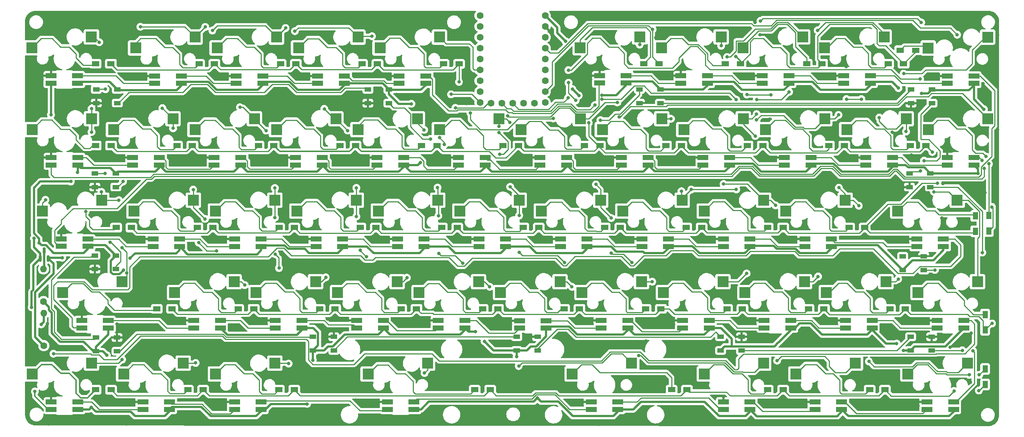
<source format=gbr>
G04 #@! TF.GenerationSoftware,KiCad,Pcbnew,(6.0.9)*
G04 #@! TF.CreationDate,2023-01-04T22:16:12+09:00*
G04 #@! TF.ProjectId,noraneko52r,6e6f7261-6e65-46b6-9f35-32722e6b6963,rev?*
G04 #@! TF.SameCoordinates,Original*
G04 #@! TF.FileFunction,Copper,L2,Bot*
G04 #@! TF.FilePolarity,Positive*
%FSLAX46Y46*%
G04 Gerber Fmt 4.6, Leading zero omitted, Abs format (unit mm)*
G04 Created by KiCad (PCBNEW (6.0.9)) date 2023-01-04 22:16:12*
%MOMM*%
%LPD*%
G01*
G04 APERTURE LIST*
G04 Aperture macros list*
%AMRoundRect*
0 Rectangle with rounded corners*
0 $1 Rounding radius*
0 $2 $3 $4 $5 $6 $7 $8 $9 X,Y pos of 4 corners*
0 Add a 4 corners polygon primitive as box body*
4,1,4,$2,$3,$4,$5,$6,$7,$8,$9,$2,$3,0*
0 Add four circle primitives for the rounded corners*
1,1,$1+$1,$2,$3*
1,1,$1+$1,$4,$5*
1,1,$1+$1,$6,$7*
1,1,$1+$1,$8,$9*
0 Add four rect primitives between the rounded corners*
20,1,$1+$1,$2,$3,$4,$5,0*
20,1,$1+$1,$4,$5,$6,$7,0*
20,1,$1+$1,$6,$7,$8,$9,0*
20,1,$1+$1,$8,$9,$2,$3,0*%
G04 Aperture macros list end*
G04 #@! TA.AperFunction,SMDPad,CuDef*
%ADD10R,2.600000X2.600000*%
G04 #@! TD*
G04 #@! TA.AperFunction,SMDPad,CuDef*
%ADD11R,2.500000X1.200000*%
G04 #@! TD*
G04 #@! TA.AperFunction,SMDPad,CuDef*
%ADD12R,1.700000X1.250000*%
G04 #@! TD*
G04 #@! TA.AperFunction,SMDPad,CuDef*
%ADD13R,1.250000X1.700000*%
G04 #@! TD*
G04 #@! TA.AperFunction,SMDPad,CuDef*
%ADD14R,1.500000X1.000000*%
G04 #@! TD*
G04 #@! TA.AperFunction,ComponentPad*
%ADD15C,1.600000*%
G04 #@! TD*
G04 #@! TA.AperFunction,ComponentPad*
%ADD16O,1.600000X1.600000*%
G04 #@! TD*
G04 #@! TA.AperFunction,SMDPad,CuDef*
%ADD17RoundRect,0.150000X0.150000X-0.587500X0.150000X0.587500X-0.150000X0.587500X-0.150000X-0.587500X0*%
G04 #@! TD*
G04 #@! TA.AperFunction,ViaPad*
%ADD18C,0.800000*%
G04 #@! TD*
G04 #@! TA.AperFunction,Conductor*
%ADD19C,0.250000*%
G04 #@! TD*
G04 #@! TA.AperFunction,Conductor*
%ADD20C,0.300000*%
G04 #@! TD*
G04 #@! TA.AperFunction,Conductor*
%ADD21C,0.500000*%
G04 #@! TD*
G04 APERTURE END LIST*
D10*
X285963418Y-94133239D03*
X272063418Y-96673239D03*
X305013418Y-94133239D03*
X291113418Y-96673239D03*
X195475918Y-56033239D03*
X181575918Y-58573239D03*
X143088418Y-75083239D03*
X129188418Y-77623239D03*
X276438418Y-113183239D03*
X262538418Y-115723239D03*
X157375918Y-56033239D03*
X143475918Y-58573239D03*
X119275918Y-113183239D03*
X105375918Y-115723239D03*
X324063918Y-113183239D03*
X310163918Y-115723239D03*
X326444418Y-94133239D03*
X312544418Y-96673239D03*
X162138418Y-75083239D03*
X148238418Y-77623239D03*
X197857418Y-113183239D03*
X183957418Y-115723239D03*
X247443918Y-36900739D03*
X233543918Y-39440739D03*
X271675918Y-56033239D03*
X257775918Y-58573239D03*
X152613418Y-94133239D03*
X138713418Y-96673239D03*
X285543918Y-36900739D03*
X271643918Y-39440739D03*
X309775918Y-56033239D03*
X295875918Y-58573239D03*
X247863418Y-94133239D03*
X233963418Y-96673239D03*
X328825918Y-56033239D03*
X314925918Y-58573239D03*
X162138418Y-113183239D03*
X148238418Y-115723239D03*
X252625918Y-56033239D03*
X238725918Y-58573239D03*
X228813418Y-94133239D03*
X214913418Y-96673239D03*
X143483918Y-36930739D03*
X129583918Y-39470739D03*
X214525918Y-56033239D03*
X200625918Y-58573239D03*
X126419918Y-94133239D03*
X112519918Y-96673239D03*
X321682418Y-75083239D03*
X307782418Y-77623239D03*
X138325918Y-56033239D03*
X124425918Y-58573239D03*
X119275918Y-56033239D03*
X105375918Y-58573239D03*
X171663418Y-94133239D03*
X157763418Y-96673239D03*
X162533918Y-36930739D03*
X148633918Y-39470739D03*
X119233918Y-36903239D03*
X105333918Y-39443239D03*
X276438418Y-75083239D03*
X262538418Y-77623239D03*
X200633918Y-36930739D03*
X186733918Y-39470739D03*
X328813918Y-36960739D03*
X314913918Y-39500739D03*
X233575918Y-56033239D03*
X219675918Y-58573239D03*
X121656918Y-75083239D03*
X107756918Y-77623239D03*
X266913418Y-94133239D03*
X253013418Y-96673239D03*
X266493918Y-36900739D03*
X252593918Y-39440739D03*
X304593918Y-36900739D03*
X290693918Y-39440739D03*
X290725918Y-56033239D03*
X276825918Y-58573239D03*
X238338418Y-75083239D03*
X224438418Y-77623239D03*
X257388418Y-75083239D03*
X243488418Y-77623239D03*
X140706918Y-113183239D03*
X126806918Y-115723239D03*
X219288418Y-75083239D03*
X205388418Y-77623239D03*
X181583918Y-36930739D03*
X167683918Y-39470739D03*
X209763418Y-94133239D03*
X195863418Y-96673239D03*
X297869418Y-113183239D03*
X283969418Y-115723239D03*
X200238418Y-75083239D03*
X186338418Y-77623239D03*
X190713418Y-94133239D03*
X176813418Y-96673239D03*
X245556518Y-113183239D03*
X231656518Y-115723239D03*
X181188418Y-75083239D03*
X167288418Y-77623239D03*
X295488418Y-75083239D03*
X281588418Y-77623239D03*
X176425918Y-56033239D03*
X162525918Y-58573239D03*
D11*
X159320000Y-47737500D03*
X159320000Y-46025000D03*
X153110000Y-46025000D03*
X153110000Y-47737500D03*
X139874500Y-85890000D03*
X139874500Y-84177500D03*
X133664500Y-84177500D03*
X133664500Y-85890000D03*
X242342600Y-123990000D03*
X242342600Y-122277500D03*
X236132600Y-122277500D03*
X236132600Y-123990000D03*
X168449500Y-104940000D03*
X168449500Y-103227500D03*
X162239500Y-103227500D03*
X162239500Y-104940000D03*
D12*
X271028000Y-43157500D03*
X267428000Y-43157500D03*
D11*
X116062000Y-66840000D03*
X116062000Y-65127500D03*
X109852000Y-65127500D03*
X109852000Y-66840000D03*
X320850000Y-123990000D03*
X320850000Y-122277500D03*
X314640000Y-122277500D03*
X314640000Y-123990000D03*
D12*
X123830000Y-119395000D03*
X120230000Y-119395000D03*
X276240000Y-62290000D03*
X272640000Y-62290000D03*
D11*
X123206000Y-104940000D03*
X123206000Y-103227500D03*
X116996000Y-103227500D03*
X116996000Y-104940000D03*
X118420000Y-85870000D03*
X118420000Y-84157500D03*
X112210000Y-84157500D03*
X112210000Y-85870000D03*
X149399500Y-104940000D03*
X149399500Y-103227500D03*
X143189500Y-103227500D03*
X143189500Y-104940000D03*
D13*
X329090000Y-82260000D03*
X329090000Y-78660000D03*
D11*
X273224500Y-85890000D03*
X273224500Y-84177500D03*
X267014500Y-84177500D03*
X267014500Y-85890000D03*
X116020000Y-47710000D03*
X116020000Y-45997500D03*
X109810000Y-45997500D03*
X109810000Y-47710000D03*
D14*
X120350000Y-110400000D03*
X120350000Y-107200000D03*
X125250000Y-107200000D03*
X125250000Y-110400000D03*
D11*
X301380000Y-47707500D03*
X301380000Y-45995000D03*
X295170000Y-45995000D03*
X295170000Y-47707500D03*
D12*
X309158000Y-43157500D03*
X305558000Y-43157500D03*
D11*
X263699500Y-104940000D03*
X263699500Y-103227500D03*
X257489500Y-103227500D03*
X257489500Y-104940000D03*
D12*
X295290000Y-62290000D03*
X291690000Y-62290000D03*
D11*
X197420000Y-47737500D03*
X197420000Y-46025000D03*
X191210000Y-46025000D03*
X191210000Y-47737500D03*
X230362000Y-66840000D03*
X230362000Y-65127500D03*
X224152000Y-65127500D03*
X224152000Y-66840000D03*
D12*
X257200000Y-62290000D03*
X253600000Y-62290000D03*
D11*
X140270000Y-47737500D03*
X140270000Y-46025000D03*
X134060000Y-46025000D03*
X134060000Y-47737500D03*
X135112000Y-66840000D03*
X135112000Y-65127500D03*
X128902000Y-65127500D03*
X128902000Y-66840000D03*
X225585000Y-104960000D03*
X225585000Y-103247500D03*
X219375000Y-103247500D03*
X219375000Y-104960000D03*
X244280000Y-47670000D03*
X244280000Y-45957500D03*
X238070000Y-45957500D03*
X238070000Y-47670000D03*
D12*
X205198000Y-43187500D03*
X201598000Y-43187500D03*
X223850000Y-81465000D03*
X220250000Y-81465000D03*
D15*
X108050000Y-98780000D03*
D16*
X108050000Y-91160000D03*
D11*
X294655500Y-123990000D03*
X294655500Y-122277500D03*
X288445500Y-122277500D03*
X288445500Y-123990000D03*
X273224500Y-123990000D03*
X273224500Y-122277500D03*
X267014500Y-122277500D03*
X267014500Y-123990000D03*
X254174500Y-85890000D03*
X254174500Y-84177500D03*
X247964500Y-84177500D03*
X247964500Y-85890000D03*
D12*
X200040000Y-62290000D03*
X196440000Y-62290000D03*
D11*
X268462000Y-66840000D03*
X268462000Y-65127500D03*
X262252000Y-65127500D03*
X262252000Y-66840000D03*
X325600000Y-47767500D03*
X325600000Y-46055000D03*
X319390000Y-46055000D03*
X319390000Y-47767500D03*
X323230500Y-104940000D03*
X323230500Y-103227500D03*
X317020500Y-103227500D03*
X317020500Y-104940000D03*
D12*
X304810000Y-119395000D03*
X301210000Y-119395000D03*
D14*
X124975000Y-88000000D03*
X124975000Y-91200000D03*
X120075000Y-91200000D03*
X120075000Y-88000000D03*
D12*
X157190000Y-100475000D03*
X153590000Y-100475000D03*
D11*
X178370000Y-47737500D03*
X178370000Y-46025000D03*
X172160000Y-46025000D03*
X172160000Y-47737500D03*
X235124500Y-85890000D03*
X235124500Y-84177500D03*
X228914500Y-84177500D03*
X228914500Y-85890000D03*
X206549500Y-104940000D03*
X206549500Y-103227500D03*
X200339500Y-103227500D03*
X200339500Y-104940000D03*
D14*
X308950000Y-91400000D03*
X308950000Y-88200000D03*
X313850000Y-88200000D03*
X313850000Y-91400000D03*
D12*
X180980000Y-62290000D03*
X177380000Y-62290000D03*
D11*
X197024500Y-85890000D03*
X197024500Y-84177500D03*
X190814500Y-84177500D03*
X190814500Y-85890000D03*
D12*
X166690000Y-119395000D03*
X163090000Y-119395000D03*
D11*
X306562000Y-66840000D03*
X306562000Y-65127500D03*
X300352000Y-65127500D03*
X300352000Y-66840000D03*
X244649500Y-104940000D03*
X244649500Y-103227500D03*
X238439500Y-103227500D03*
X238439500Y-104940000D03*
D12*
X311960000Y-40005000D03*
X308360000Y-40005000D03*
D11*
X216074500Y-85890000D03*
X216074500Y-84177500D03*
X209864500Y-84177500D03*
X209864500Y-85890000D03*
D13*
X325935000Y-82340000D03*
X325935000Y-78740000D03*
D11*
X292274500Y-85890000D03*
X292274500Y-84177500D03*
X286064500Y-84177500D03*
X286064500Y-85890000D03*
D12*
X242900000Y-81465000D03*
X239300000Y-81465000D03*
X309560000Y-100475000D03*
X305960000Y-100475000D03*
D14*
X171050000Y-110200000D03*
X171050000Y-107000000D03*
X175950000Y-107000000D03*
X175950000Y-110200000D03*
D12*
X300050000Y-81465000D03*
X296450000Y-81465000D03*
X280990000Y-81465000D03*
X277390000Y-81465000D03*
D14*
X252291667Y-49170000D03*
X252291667Y-52370000D03*
X247391667Y-52370000D03*
X247391667Y-49170000D03*
D11*
X325612000Y-66840000D03*
X325612000Y-65127500D03*
X319402000Y-65127500D03*
X319402000Y-66840000D03*
D14*
X124950000Y-68800000D03*
X124950000Y-72000000D03*
X120050000Y-72000000D03*
X120050000Y-68800000D03*
D12*
X258500000Y-119395000D03*
X254900000Y-119395000D03*
D11*
X301799500Y-104940000D03*
X301799500Y-103227500D03*
X295589500Y-103227500D03*
X295589500Y-104940000D03*
D12*
X145380000Y-119395000D03*
X141780000Y-119395000D03*
D11*
X211312000Y-66840000D03*
X211312000Y-65127500D03*
X205102000Y-65127500D03*
X205102000Y-66840000D03*
D12*
X219090000Y-62290000D03*
X215490000Y-62290000D03*
D11*
X287512000Y-66840000D03*
X287512000Y-65127500D03*
X281302000Y-65127500D03*
X281302000Y-66840000D03*
X194643500Y-123990000D03*
X194643500Y-122277500D03*
X188433500Y-122277500D03*
X188433500Y-123990000D03*
D14*
X315420000Y-68800000D03*
X315420000Y-72000000D03*
X310520000Y-72000000D03*
X310520000Y-68800000D03*
D11*
X173212000Y-66840000D03*
X173212000Y-65127500D03*
X167002000Y-65127500D03*
X167002000Y-66840000D03*
X318468500Y-85890000D03*
X318468500Y-84177500D03*
X312258500Y-84177500D03*
X312258500Y-85890000D03*
X158924500Y-85890000D03*
X158924500Y-84177500D03*
X152714500Y-84177500D03*
X152714500Y-85890000D03*
D12*
X280990000Y-119395000D03*
X277390000Y-119395000D03*
X290530000Y-100475000D03*
X286930000Y-100475000D03*
D14*
X188798334Y-49170000D03*
X188798334Y-52370000D03*
X183898334Y-52370000D03*
X183898334Y-49170000D03*
D11*
X158924500Y-123990000D03*
X158924500Y-122277500D03*
X152714500Y-122277500D03*
X152714500Y-123990000D03*
D12*
X148028000Y-43187500D03*
X144428000Y-43187500D03*
X290098000Y-43157500D03*
X286498000Y-43157500D03*
D11*
X154162000Y-66840000D03*
X154162000Y-65127500D03*
X147952000Y-65127500D03*
X147952000Y-66840000D03*
D14*
X266355000Y-110200000D03*
X266355000Y-107000000D03*
X271255000Y-107000000D03*
X271255000Y-110200000D03*
D13*
X328220000Y-118150000D03*
X328220000Y-114550000D03*
D12*
X195260000Y-100475000D03*
X191660000Y-100475000D03*
D11*
X263280000Y-47707500D03*
X263280000Y-45995000D03*
X257070000Y-45995000D03*
X257070000Y-47707500D03*
X249412000Y-66840000D03*
X249412000Y-65127500D03*
X243202000Y-65127500D03*
X243202000Y-66840000D03*
D17*
X109160000Y-88690000D03*
X107260000Y-88690000D03*
X108210000Y-86815000D03*
D12*
X167068000Y-43187500D03*
X163468000Y-43187500D03*
X233370000Y-100475000D03*
X229770000Y-100475000D03*
X147650000Y-81465000D03*
X144050000Y-81465000D03*
X128610000Y-81465000D03*
X125010000Y-81465000D03*
D11*
X282330000Y-47707500D03*
X282330000Y-45995000D03*
X276120000Y-45995000D03*
X276120000Y-47707500D03*
D12*
X261940000Y-81465000D03*
X258340000Y-81465000D03*
X212480000Y-119395000D03*
X208880000Y-119395000D03*
X138130000Y-100475000D03*
X134530000Y-100475000D03*
X314330000Y-62290000D03*
X310730000Y-62290000D03*
D11*
X137493000Y-123990000D03*
X137493000Y-122277500D03*
X131283000Y-122277500D03*
X131283000Y-123990000D03*
X116062000Y-123990000D03*
X116062000Y-122277500D03*
X109852000Y-122277500D03*
X109852000Y-123990000D03*
X282749500Y-104940000D03*
X282749500Y-103227500D03*
X276539500Y-103227500D03*
X276539500Y-104940000D03*
D12*
X166710000Y-81465000D03*
X163110000Y-81465000D03*
X176230000Y-100475000D03*
X172630000Y-100475000D03*
X252420000Y-100475000D03*
X248820000Y-100475000D03*
D14*
X218675000Y-110200000D03*
X218675000Y-107000000D03*
X223575000Y-107000000D03*
X223575000Y-110200000D03*
D12*
X123850000Y-62290000D03*
X120250000Y-62290000D03*
X204790000Y-81465000D03*
X201190000Y-81465000D03*
X185750000Y-81465000D03*
X182150000Y-81465000D03*
D13*
X328212000Y-105400000D03*
X328212000Y-101800000D03*
D11*
X187499500Y-104940000D03*
X187499500Y-103227500D03*
X181289500Y-103227500D03*
X181289500Y-104940000D03*
D14*
X310833000Y-110200000D03*
X310833000Y-107000000D03*
X315733000Y-107000000D03*
X315733000Y-110200000D03*
D15*
X210110000Y-31900000D03*
X210110000Y-34440000D03*
X210110000Y-36980000D03*
X210110000Y-39520000D03*
X210110000Y-42060000D03*
X210110000Y-44600000D03*
X210110000Y-47140000D03*
X210110000Y-49680000D03*
X210110000Y-52220000D03*
X212650000Y-52430000D03*
X215190000Y-52430000D03*
X217730000Y-52430000D03*
X220270000Y-52430000D03*
X222810000Y-52430000D03*
X225350000Y-52220000D03*
X225350000Y-49680000D03*
X225350000Y-47140000D03*
X225350000Y-44600000D03*
X225350000Y-42060000D03*
X225350000Y-39520000D03*
X225350000Y-36980000D03*
X225350000Y-34440000D03*
X225350000Y-31900000D03*
D14*
X125305000Y-49150000D03*
X125305000Y-52350000D03*
X120405000Y-52350000D03*
X120405000Y-49150000D03*
D15*
X108120000Y-109100000D03*
D16*
X108120000Y-101480000D03*
D11*
X192262000Y-66840000D03*
X192262000Y-65127500D03*
X186052000Y-65127500D03*
X186052000Y-66840000D03*
D12*
X271480000Y-100475000D03*
X267880000Y-100475000D03*
X142870000Y-62290000D03*
X139270000Y-62290000D03*
X238140000Y-62290000D03*
X234540000Y-62290000D03*
X214320000Y-100475000D03*
X210720000Y-100475000D03*
D11*
X177974500Y-85890000D03*
X177974500Y-84177500D03*
X171764500Y-84177500D03*
X171764500Y-85890000D03*
D12*
X161910000Y-62290000D03*
X158310000Y-62290000D03*
X186138000Y-43187500D03*
X182538000Y-43187500D03*
X123808000Y-43160000D03*
X120208000Y-43160000D03*
D14*
X315785000Y-49170000D03*
X315785000Y-52370000D03*
X310885000Y-52370000D03*
X310885000Y-49170000D03*
D12*
X251988000Y-43157500D03*
X248388000Y-43157500D03*
D18*
X205200000Y-47410000D03*
X207875500Y-54664500D03*
X227228400Y-55956200D03*
X269950000Y-41430000D03*
X250440000Y-35140000D03*
X329814500Y-76650000D03*
X315874400Y-63804800D03*
X235534200Y-56972200D03*
X230809800Y-47600200D03*
X232486200Y-51739800D03*
X329090000Y-66565800D03*
X328430000Y-64870000D03*
X117906800Y-77724000D03*
X108508800Y-74980800D03*
X230784400Y-44653200D03*
X313014500Y-46761400D03*
X317100800Y-71069200D03*
X329831100Y-103911400D03*
X275692100Y-33140000D03*
X313283600Y-33502600D03*
X122050000Y-122770000D03*
X104140000Y-36200000D03*
X248960000Y-108050000D03*
X274370000Y-71400000D03*
X311010000Y-64460000D03*
X324760000Y-117700000D03*
X303870000Y-109130000D03*
X104140000Y-122500000D03*
X211080000Y-97400000D03*
X219810000Y-100640000D03*
X135570000Y-105290000D03*
X104150000Y-78510000D03*
X125230000Y-104050000D03*
X314950000Y-127490000D03*
X269530000Y-95230000D03*
X201280000Y-45730000D03*
X257910000Y-100680000D03*
X182040000Y-108130000D03*
X236810000Y-49240000D03*
X127320000Y-113440000D03*
X317330000Y-51200000D03*
X123730000Y-33870000D03*
X116910000Y-59680000D03*
X172140000Y-81630000D03*
X107960000Y-92890000D03*
X123220000Y-109870000D03*
X181700000Y-100620000D03*
X221140000Y-107710000D03*
X109170000Y-31230000D03*
X214810000Y-71520000D03*
X154530000Y-105340000D03*
X163810000Y-87260000D03*
X141080000Y-72780000D03*
X274390000Y-33510000D03*
X269120000Y-105580000D03*
X202930000Y-66720000D03*
X205460000Y-62460000D03*
X311110000Y-44380000D03*
X328140000Y-73330000D03*
X192740000Y-58980000D03*
X148330000Y-62560000D03*
X213540000Y-105110000D03*
X331070000Y-107560000D03*
X172480000Y-50940000D03*
X127130000Y-46620000D03*
X232510000Y-90040000D03*
X253840000Y-111560000D03*
X180300000Y-65820000D03*
X224570000Y-62490000D03*
X199200000Y-52330000D03*
X104120000Y-41670000D03*
X249040000Y-89750000D03*
X144430000Y-79520000D03*
X108530000Y-112430000D03*
X142200000Y-65800000D03*
X317860000Y-113930000D03*
X234120000Y-31220000D03*
X186380000Y-49160000D03*
X306470000Y-59144500D03*
X147580000Y-45320000D03*
X241940000Y-84930000D03*
X123780000Y-44830000D03*
X145980000Y-77990000D03*
X328870000Y-100020000D03*
X110740000Y-120500000D03*
X255952500Y-65127500D03*
X327770000Y-47780000D03*
X162680000Y-100670000D03*
X252080000Y-102430000D03*
X320050000Y-109470000D03*
X143240000Y-86260000D03*
X317490000Y-89490000D03*
X239620000Y-72430000D03*
X312730000Y-81680000D03*
X302840000Y-112900000D03*
X266660000Y-40640000D03*
X290170000Y-37160000D03*
X275590000Y-36390000D03*
X242210000Y-79830000D03*
X288790000Y-119640000D03*
X208240000Y-31220000D03*
X158980000Y-59630000D03*
X289360000Y-103220000D03*
X117950000Y-101520000D03*
X109190000Y-127370000D03*
X111000000Y-49450000D03*
X180000000Y-72870000D03*
X153130000Y-119590000D03*
X312950000Y-51930000D03*
X278100000Y-79810000D03*
X122860000Y-51630000D03*
X222000000Y-83850000D03*
X283050000Y-40030000D03*
X117300000Y-109880000D03*
X120450000Y-65780000D03*
X314950000Y-119680000D03*
X312540000Y-62440000D03*
X104120000Y-113500000D03*
X118030000Y-106530000D03*
X111170000Y-55130000D03*
X199830000Y-64670000D03*
X275380000Y-121890000D03*
X325350000Y-91880000D03*
X199130000Y-78230000D03*
X216340000Y-59590000D03*
X135030000Y-51020000D03*
X265740000Y-57320000D03*
X320370000Y-63340000D03*
X229440000Y-45910000D03*
X317390000Y-100650000D03*
X267030000Y-120940000D03*
X296900000Y-122240000D03*
X245880000Y-50310000D03*
X268040000Y-51200000D03*
X305610000Y-84800000D03*
X147710000Y-108010000D03*
X161140000Y-65730000D03*
X321150000Y-77370000D03*
X228530000Y-38320000D03*
X321990000Y-90290000D03*
X326230000Y-31210000D03*
X229410000Y-43500000D03*
X108970000Y-103950000D03*
X327670000Y-58290000D03*
X251200000Y-37080000D03*
X289360000Y-45660000D03*
X301640000Y-87570000D03*
X240260000Y-54550000D03*
X207050000Y-52480000D03*
X314950000Y-76360000D03*
X266310000Y-108440000D03*
X318130000Y-79210000D03*
X263180000Y-118800000D03*
X262740000Y-62910000D03*
X202580000Y-70600000D03*
X219910000Y-72590000D03*
X108840000Y-95520000D03*
X280060000Y-84830000D03*
X172490000Y-43400000D03*
X294510000Y-83850000D03*
X238860000Y-100640000D03*
X107760000Y-71920000D03*
X317340000Y-46040000D03*
X273100000Y-60560000D03*
X229240000Y-51040000D03*
X326150000Y-127500000D03*
X183930000Y-83840000D03*
X250330000Y-59360000D03*
X248430000Y-81730000D03*
X185080000Y-127420000D03*
X108740000Y-69350000D03*
X326830000Y-112870000D03*
X203090000Y-83820000D03*
X129290000Y-37210000D03*
X247860000Y-113190000D03*
X311450000Y-87920000D03*
X121710000Y-114240000D03*
X238360000Y-43390000D03*
X153540000Y-43400000D03*
X155950000Y-103310000D03*
X253130000Y-119760000D03*
X181040000Y-121860000D03*
X104210000Y-95390000D03*
X111570000Y-100910000D03*
X133080000Y-31240000D03*
X235450000Y-52660000D03*
X243810000Y-62830000D03*
X280750000Y-109100000D03*
X261970000Y-79860000D03*
X217150000Y-111480000D03*
X240920000Y-66750000D03*
X122580000Y-71340000D03*
X122600000Y-88620000D03*
X142960000Y-70670000D03*
X129290000Y-62610000D03*
X286430000Y-127470000D03*
X115110000Y-44160000D03*
X295090000Y-116490000D03*
X104160000Y-117950000D03*
X160890000Y-78200000D03*
X191530000Y-43360000D03*
X166670000Y-45220000D03*
X155780000Y-127400000D03*
X268850000Y-110490000D03*
X110660000Y-44070000D03*
X180610000Y-45760000D03*
X189810000Y-102910000D03*
X273140000Y-107870000D03*
X200740000Y-108080000D03*
X271240000Y-50830000D03*
X121950000Y-101500000D03*
X167420000Y-62550000D03*
X331080000Y-122570000D03*
X191740000Y-114360000D03*
X324330000Y-81620000D03*
X295130000Y-54010000D03*
X328020000Y-76640000D03*
X146830000Y-83760000D03*
X200810000Y-100680000D03*
X186440000Y-62490000D03*
X308840000Y-72020000D03*
X131720000Y-119590000D03*
X322260000Y-83810000D03*
X143490000Y-100580000D03*
X331090000Y-58540000D03*
X286580000Y-81600000D03*
X229300000Y-81600000D03*
X123580000Y-97370000D03*
X229440000Y-114300000D03*
X153350000Y-50970000D03*
X318370000Y-71150000D03*
X326210000Y-62410000D03*
X111550000Y-90500000D03*
X104130000Y-60810000D03*
X162140000Y-31230000D03*
X171920000Y-53620000D03*
X211760000Y-127430000D03*
X307760000Y-100630000D03*
X206840000Y-56370000D03*
X320540000Y-92520000D03*
X107320000Y-79880000D03*
X118100000Y-58280000D03*
X277870000Y-56110000D03*
X213500000Y-108070000D03*
X257580000Y-43760000D03*
X188710000Y-119610000D03*
X207220000Y-43490000D03*
X275580000Y-65730000D03*
X276400000Y-42920000D03*
X304480000Y-34310000D03*
X134140000Y-81670000D03*
X113230000Y-82370000D03*
X269680000Y-102840000D03*
X106490000Y-55350000D03*
X320650000Y-85230000D03*
X331110000Y-36470000D03*
X237920000Y-127450000D03*
X241740000Y-116450000D03*
X124600000Y-114230000D03*
X139770000Y-121800000D03*
X295740000Y-43800000D03*
X232580000Y-64760000D03*
X134470000Y-43490000D03*
X160180000Y-57380000D03*
X301210000Y-39370000D03*
X232670000Y-103900000D03*
X261020000Y-84860000D03*
X307900000Y-102900000D03*
X110730000Y-63290000D03*
X263680000Y-127470000D03*
X112130000Y-93020000D03*
X295950000Y-100650000D03*
X153130000Y-81570000D03*
X190580000Y-50350000D03*
X179710000Y-78320000D03*
X239550000Y-109990000D03*
X236860000Y-36000000D03*
X230690000Y-122170000D03*
X134260000Y-53570000D03*
X298320000Y-31260000D03*
X174420000Y-102890000D03*
X267370000Y-81550000D03*
X273870000Y-46600000D03*
X147470000Y-37180000D03*
X214940000Y-66340000D03*
X290690000Y-113780000D03*
X227210000Y-31220000D03*
X104140000Y-56350000D03*
X331070000Y-73020000D03*
X211260000Y-111500000D03*
X168180000Y-108700000D03*
X230030000Y-111510000D03*
X198970000Y-72820000D03*
X271310000Y-89170000D03*
X251540000Y-45940000D03*
X295045000Y-64625000D03*
X277120000Y-31220000D03*
X160470000Y-38930000D03*
X249880000Y-52100000D03*
X210320000Y-81710000D03*
X318400000Y-108050000D03*
X305440000Y-77760000D03*
X179470000Y-38960000D03*
X306830000Y-50880000D03*
X217900000Y-78240000D03*
X151670000Y-104310000D03*
X127440000Y-127390000D03*
X315630000Y-41800000D03*
X112530000Y-98910000D03*
X272220000Y-35680000D03*
X234410000Y-59260000D03*
X177780000Y-112400000D03*
X329300000Y-53540000D03*
X277740000Y-60700000D03*
X300780000Y-62550000D03*
X164880000Y-83760000D03*
X230460000Y-98760000D03*
X236450000Y-119550000D03*
X313220000Y-107620000D03*
X170870000Y-89760000D03*
X285440000Y-39150000D03*
X244470000Y-55890000D03*
X328740000Y-85020000D03*
X125000000Y-83110000D03*
X162180000Y-70690000D03*
X118730000Y-48920000D03*
X160860000Y-72760000D03*
X277020000Y-100710000D03*
X222280000Y-118960000D03*
X199460000Y-31230000D03*
X127610000Y-34330000D03*
X175920000Y-105610000D03*
X152640000Y-53590000D03*
X181490000Y-70580000D03*
X292890000Y-60660000D03*
X153980000Y-98810000D03*
X248800000Y-41370000D03*
X324970000Y-106120000D03*
X191250000Y-81650000D03*
X113160000Y-38140000D03*
X281870000Y-62890000D03*
X128470000Y-75310000D03*
X198230000Y-119240000D03*
X313334400Y-50088800D03*
X230140447Y-37930447D03*
X194056000Y-52527200D03*
X107031100Y-85041100D03*
X196189600Y-66243200D03*
X326554500Y-68786408D03*
X116027200Y-68580000D03*
X233222800Y-50596800D03*
X309118000Y-110185200D03*
X209050000Y-105820000D03*
X126711546Y-91453092D03*
X307543200Y-108610400D03*
X171010000Y-112470000D03*
X218690000Y-111645100D03*
X119250000Y-123510000D03*
X169665000Y-122724500D03*
X238607600Y-50495200D03*
X211175600Y-108102400D03*
X128305000Y-88635000D03*
X231698800Y-49072800D03*
X114426400Y-70713600D03*
X223550000Y-121340000D03*
X122870000Y-111340000D03*
X327914000Y-53797200D03*
X307940000Y-48860000D03*
X327530000Y-65750000D03*
X328015600Y-67635600D03*
X125679200Y-75082400D03*
X119278400Y-59131200D03*
X121078600Y-38128600D03*
X121615200Y-73152000D03*
X119275918Y-53698082D03*
X127490000Y-92080000D03*
X126441200Y-112318800D03*
X126441200Y-86207600D03*
X143611600Y-113131600D03*
X148479500Y-86899500D03*
X145857328Y-34557328D03*
X145796000Y-79451200D03*
X130701200Y-34515500D03*
X143052800Y-72593200D03*
X138340000Y-58270000D03*
X144322800Y-84988400D03*
X135835879Y-53543200D03*
X155092400Y-94932400D03*
X153974800Y-53340000D03*
X165354000Y-113284000D03*
X160070800Y-58801000D03*
X163118800Y-90932000D03*
X162229800Y-87694900D03*
X147540400Y-35390400D03*
X162138418Y-72222418D03*
X162153600Y-79146400D03*
X164647328Y-34817328D03*
X174040800Y-93116400D03*
X197130000Y-115490000D03*
X179171600Y-58801000D03*
X181203600Y-72186800D03*
X181203600Y-78892400D03*
X193014600Y-93192600D03*
X183569097Y-88330000D03*
X173710600Y-53721000D03*
X166820900Y-35540900D03*
X182150000Y-86739500D03*
X184850000Y-36730000D03*
X200380600Y-78714600D03*
X200177400Y-72136000D03*
X200507600Y-87503000D03*
X197053200Y-58623200D03*
X206095600Y-89789000D03*
X219170000Y-113850000D03*
X212369400Y-95326200D03*
X247250000Y-111369500D03*
X214530000Y-57815500D03*
X231597200Y-95326200D03*
X214550000Y-59264500D03*
X217170000Y-71932800D03*
X247441568Y-38695196D03*
X219278200Y-78663800D03*
X217119200Y-56896000D03*
X214680800Y-64338200D03*
X229895400Y-89662000D03*
X219278200Y-87274400D03*
X237210600Y-71399400D03*
X216585800Y-55321200D03*
X250393200Y-94132400D03*
X240792000Y-79248000D03*
X266500000Y-38960000D03*
X240792000Y-87452200D03*
X245643400Y-89662000D03*
X279577800Y-112598200D03*
X242220000Y-52219202D03*
X257207701Y-72962299D03*
X259511800Y-72567800D03*
X270037800Y-72567800D03*
X267880000Y-41590000D03*
X203347400Y-50317400D03*
X254770000Y-56030000D03*
X301040800Y-112776000D03*
X272449501Y-92189900D03*
X274802600Y-51562000D03*
X267055600Y-71272400D03*
X282397200Y-49733200D03*
X279196800Y-76276200D03*
X274777200Y-54940200D03*
X289153600Y-92913200D03*
X204360000Y-53480000D03*
X201770000Y-62050000D03*
X274472400Y-60071000D03*
X289060000Y-35350238D03*
X200660000Y-60472741D03*
X293940000Y-55140000D03*
X238607100Y-51494702D03*
X307898800Y-93522800D03*
X295783000Y-51435000D03*
X298678600Y-76377800D03*
X274777200Y-56311800D03*
X270002000Y-51536600D03*
X236969300Y-52819300D03*
X309168800Y-45491400D03*
X294030400Y-72161400D03*
X299288200Y-51435000D03*
X278155400Y-50469800D03*
X303470000Y-55740000D03*
X230674200Y-51164200D03*
X309727600Y-59029600D03*
X272516600Y-50368200D03*
X316250000Y-73140000D03*
X242686000Y-55626000D03*
X109790000Y-55060000D03*
X112420400Y-88544400D03*
X105271700Y-100120000D03*
X107518200Y-104114600D03*
X105810000Y-84000000D03*
X106040000Y-119800000D03*
X110370000Y-110970000D03*
X321678300Y-36378300D03*
X320954400Y-119684800D03*
X326745600Y-119583200D03*
X326844400Y-115925600D03*
X324510400Y-115925600D03*
X322884800Y-110185200D03*
X325374000Y-110286800D03*
X122462000Y-68800000D03*
X123596400Y-84886800D03*
X126644400Y-70713600D03*
X122529600Y-49123600D03*
X198504500Y-60744100D03*
X238258552Y-56350500D03*
X313930000Y-65830000D03*
X313131200Y-68264500D03*
X327558400Y-87325200D03*
X316484000Y-91389200D03*
D19*
X125228000Y-44580000D02*
X123808000Y-43160000D01*
X301753604Y-33940000D02*
X291880000Y-33940000D01*
X273268918Y-38071082D02*
X274090000Y-37250000D01*
X226710000Y-48315000D02*
X226710000Y-48320000D01*
X226710000Y-48320000D02*
X225350000Y-49680000D01*
X250420000Y-35160000D02*
X250420000Y-41589500D01*
X289068918Y-42128418D02*
X290098000Y-43157500D01*
D20*
X271028000Y-43157500D02*
X271028000Y-42508000D01*
D19*
X235493301Y-34240000D02*
X226980000Y-42753301D01*
X271310454Y-42839546D02*
X273268918Y-40881082D01*
X216530000Y-58540000D02*
X219020000Y-56050000D01*
X227134600Y-56050000D02*
X227228400Y-55956200D01*
X187520500Y-44570000D02*
X203815500Y-44570000D01*
X167068000Y-43187500D02*
X165695500Y-44560000D01*
X207875500Y-56235500D02*
X210180000Y-58540000D01*
X274090000Y-37250000D02*
X276390000Y-37250000D01*
X309158000Y-43157500D02*
X304960500Y-38960000D01*
X250440000Y-35140000D02*
X249540000Y-34240000D01*
X280340000Y-39330000D02*
X281890000Y-40880000D01*
X146635500Y-44580000D02*
X125228000Y-44580000D01*
X289148000Y-44107500D02*
X290098000Y-43157500D01*
X203815500Y-44570000D02*
X205198000Y-43187500D01*
X291880000Y-33940000D02*
X289068918Y-36751082D01*
X302968918Y-38525739D02*
X302968918Y-35155314D01*
X205200000Y-47410000D02*
X205200000Y-44435200D01*
X168430500Y-44550000D02*
X184775500Y-44550000D01*
X210180000Y-58540000D02*
X216530000Y-58540000D01*
X167068000Y-43187500D02*
X168430500Y-44550000D01*
X165695500Y-44560000D02*
X149400500Y-44560000D01*
X278470000Y-39330000D02*
X280340000Y-39330000D01*
X281890000Y-43430000D02*
X282567500Y-44107500D01*
D20*
X271028000Y-42508000D02*
X269950000Y-41430000D01*
D19*
X186138000Y-43187500D02*
X187520500Y-44570000D01*
X304960500Y-38960000D02*
X303403179Y-38960000D01*
X148028000Y-43187500D02*
X146635500Y-44580000D01*
X250420000Y-41589500D02*
X251988000Y-43157500D01*
X273268918Y-40881082D02*
X273268918Y-38071082D01*
X250440000Y-35140000D02*
X250420000Y-35160000D01*
X311960000Y-40355500D02*
X311960000Y-40005000D01*
X271310454Y-43157500D02*
X271310454Y-42839546D01*
X303403179Y-38960000D02*
X302968918Y-38525739D01*
X289068918Y-36751082D02*
X289068918Y-42128418D01*
X207875500Y-54664500D02*
X207875500Y-56235500D01*
X302968918Y-35155314D02*
X301753604Y-33940000D01*
X226980000Y-42753301D02*
X226980000Y-48045000D01*
X205200000Y-44435200D02*
X205198000Y-44433200D01*
X226980000Y-48045000D02*
X226710000Y-48315000D01*
X149400500Y-44560000D02*
X148028000Y-43187500D01*
X309158000Y-43157500D02*
X311960000Y-40355500D01*
X219020000Y-56050000D02*
X227134600Y-56050000D01*
X249540000Y-34240000D02*
X235493301Y-34240000D01*
X281890000Y-40880000D02*
X281890000Y-43430000D01*
X205198000Y-44433200D02*
X205198000Y-43187500D01*
X276390000Y-37250000D02*
X278470000Y-39330000D01*
X184775500Y-44550000D02*
X186138000Y-43187500D01*
X282567500Y-44107500D02*
X289148000Y-44107500D01*
X115660000Y-41830000D02*
X117330000Y-43500000D01*
X114030000Y-39260000D02*
X115660000Y-40890000D01*
X117330000Y-43500000D02*
X119868000Y-43500000D01*
X112050000Y-39260000D02*
X114030000Y-39260000D01*
X110030000Y-37240000D02*
X112050000Y-39260000D01*
X115660000Y-40890000D02*
X115660000Y-41830000D01*
X107537157Y-37240000D02*
X110030000Y-37240000D01*
X105333918Y-39443239D02*
X107537157Y-37240000D01*
X119868000Y-43500000D02*
X120208000Y-43160000D01*
X129583918Y-39470739D02*
X129583918Y-38426082D01*
X139850000Y-43340000D02*
X140640000Y-44130000D01*
X130740000Y-37270000D02*
X134310000Y-37270000D01*
X138220000Y-39340000D02*
X139850000Y-40970000D01*
X134310000Y-37270000D02*
X136380000Y-39340000D01*
X140640000Y-44130000D02*
X143485500Y-44130000D01*
X143485500Y-44130000D02*
X144428000Y-43187500D01*
X139850000Y-40970000D02*
X139850000Y-43340000D01*
X136380000Y-39340000D02*
X138220000Y-39340000D01*
X129583918Y-38426082D02*
X130740000Y-37270000D01*
X158910000Y-43560000D02*
X159460000Y-44110000D01*
X159460000Y-44110000D02*
X162545500Y-44110000D01*
X157330000Y-39310000D02*
X158910000Y-40890000D01*
X150864657Y-37240000D02*
X153340000Y-37240000D01*
X155410000Y-39310000D02*
X157330000Y-39310000D01*
X158910000Y-40890000D02*
X158910000Y-43560000D01*
X153340000Y-37240000D02*
X155410000Y-39310000D01*
X148633918Y-39470739D02*
X150864657Y-37240000D01*
X162545500Y-44110000D02*
X163468000Y-43187500D01*
X176420000Y-39350000D02*
X177960000Y-40890000D01*
X181625500Y-44100000D02*
X182538000Y-43187500D01*
X178530000Y-44100000D02*
X181625500Y-44100000D01*
X167683918Y-39470739D02*
X169864657Y-37290000D01*
X177960000Y-43530000D02*
X178530000Y-44100000D01*
X172360000Y-37290000D02*
X174420000Y-39350000D01*
X174420000Y-39350000D02*
X176420000Y-39350000D01*
X177960000Y-40890000D02*
X177960000Y-43530000D01*
X169864657Y-37290000D02*
X172360000Y-37290000D01*
X197450000Y-44120000D02*
X200665500Y-44120000D01*
X193560000Y-39370000D02*
X195530000Y-39370000D01*
X191370000Y-37180000D02*
X193560000Y-39370000D01*
X197000000Y-40840000D02*
X197000000Y-43670000D01*
X197000000Y-43670000D02*
X197450000Y-44120000D01*
X200665500Y-44120000D02*
X201598000Y-43187500D01*
X186733918Y-39470739D02*
X189024657Y-37180000D01*
X195530000Y-39370000D02*
X197000000Y-40840000D01*
X189024657Y-37180000D02*
X191370000Y-37180000D01*
X249970000Y-35695305D02*
X249970000Y-41575500D01*
X236430000Y-34690000D02*
X248964695Y-34690000D01*
X249970000Y-41575500D02*
X248388000Y-43157500D01*
X233543918Y-39440739D02*
X233543918Y-37576082D01*
X233543918Y-37576082D02*
X236430000Y-34690000D01*
X248964695Y-34690000D02*
X249970000Y-35695305D01*
X263270000Y-42260000D02*
X264620000Y-43610000D01*
X254764657Y-37270000D02*
X257420000Y-37270000D01*
X266975500Y-43610000D02*
X267428000Y-43157500D01*
X263270000Y-40820000D02*
X263270000Y-42260000D01*
X261107418Y-38657418D02*
X263270000Y-40820000D01*
X252593918Y-39440739D02*
X254764657Y-37270000D01*
X264620000Y-43610000D02*
X266975500Y-43610000D01*
X257420000Y-37270000D02*
X258807418Y-38657418D01*
X258807418Y-38657418D02*
X261107418Y-38657418D01*
X283918918Y-39188918D02*
X286498000Y-41768000D01*
X271643918Y-39059686D02*
X275218604Y-35485000D01*
X281946783Y-33940000D02*
X283918918Y-35912135D01*
X286498000Y-41768000D02*
X286498000Y-43157500D01*
X283918918Y-35912135D02*
X283918918Y-39188918D01*
X279778097Y-33940000D02*
X281946783Y-33940000D01*
X271643918Y-39440739D02*
X271643918Y-39059686D01*
X278233097Y-35485000D02*
X279778097Y-33940000D01*
X275218604Y-35485000D02*
X278233097Y-35485000D01*
X299483604Y-39310000D02*
X300930000Y-40756396D01*
X301610000Y-44110000D02*
X304605500Y-44110000D01*
X295390000Y-37270000D02*
X297430000Y-39310000D01*
X290693918Y-39440739D02*
X291279261Y-39440739D01*
X291279261Y-39440739D02*
X293450000Y-37270000D01*
X297430000Y-39310000D02*
X299483604Y-39310000D01*
X300930000Y-40756396D02*
X300930000Y-43430000D01*
X304605500Y-44110000D02*
X305558000Y-43157500D01*
X300930000Y-43430000D02*
X301610000Y-44110000D01*
X293450000Y-37270000D02*
X295390000Y-37270000D01*
X314468179Y-39055000D02*
X314913918Y-39500739D01*
X309310000Y-39055000D02*
X314468179Y-39055000D01*
X308360000Y-40005000D02*
X309310000Y-39055000D01*
X115670000Y-60000000D02*
X115670000Y-60970000D01*
X112120000Y-58460000D02*
X114130000Y-58460000D01*
X115670000Y-60970000D02*
X117640000Y-62940000D01*
X119490000Y-62290000D02*
X120250000Y-62290000D01*
X118840000Y-62940000D02*
X119490000Y-62290000D01*
X114130000Y-58460000D02*
X115670000Y-60000000D01*
X107639157Y-56310000D02*
X109970000Y-56310000D01*
X117640000Y-62940000D02*
X118840000Y-62940000D01*
X109970000Y-56310000D02*
X112120000Y-58460000D01*
X105375918Y-58573239D02*
X107639157Y-56310000D01*
X133060000Y-58400000D02*
X134640000Y-59980000D01*
X134640000Y-59980000D02*
X134640000Y-62590000D01*
X124425918Y-58573239D02*
X126619157Y-56380000D01*
X131200000Y-58400000D02*
X133060000Y-58400000D01*
X126619157Y-56380000D02*
X129180000Y-56380000D01*
X129180000Y-56380000D02*
X131200000Y-58400000D01*
X138350000Y-63210000D02*
X139270000Y-62290000D01*
X135260000Y-63210000D02*
X138350000Y-63210000D01*
X134640000Y-62590000D02*
X135260000Y-63210000D01*
X314359600Y-62290000D02*
X315874400Y-63804800D01*
X277950000Y-64000000D02*
X282600249Y-64000000D01*
X312920000Y-63700000D02*
X296700000Y-63700000D01*
X236143800Y-60706000D02*
X237727800Y-62290000D01*
X230809800Y-47600200D02*
X230809800Y-50063400D01*
X274530000Y-64000000D02*
X267153751Y-64000000D01*
D20*
X180980000Y-62290000D02*
X179610000Y-63660000D01*
D19*
X257200000Y-62382000D02*
X257200000Y-62290000D01*
X296700000Y-63700000D02*
X295290000Y-62290000D01*
X239392400Y-63980000D02*
X238140000Y-62727600D01*
X141500000Y-63660000D02*
X142870000Y-62290000D01*
X257200000Y-62290000D02*
X255510000Y-63980000D01*
D20*
X182330000Y-63640000D02*
X180980000Y-62290000D01*
D19*
X263555249Y-63995000D02*
X263550249Y-64000000D01*
X220390000Y-63590000D02*
X219090000Y-62290000D01*
X314330000Y-62290000D02*
X312920000Y-63700000D01*
X286203751Y-64000000D02*
X293580000Y-64000000D01*
D20*
X179610000Y-63660000D02*
X163280000Y-63660000D01*
D19*
X282600249Y-64000000D02*
X282605249Y-63995000D01*
D20*
X198690000Y-63640000D02*
X182330000Y-63640000D01*
D19*
X216171000Y-65209000D02*
X219090000Y-62290000D01*
X276240000Y-62290000D02*
X277950000Y-64000000D01*
D20*
X200040000Y-62290000D02*
X198690000Y-63640000D01*
D19*
X263550249Y-64000000D02*
X258818000Y-64000000D01*
X142870000Y-62290000D02*
X144250000Y-63670000D01*
X282605249Y-63995000D02*
X286198751Y-63995000D01*
X235534200Y-56972200D02*
X235534200Y-60096400D01*
X125220000Y-63660000D02*
X141500000Y-63660000D01*
X329814500Y-76650000D02*
X330040000Y-76875500D01*
X255510000Y-63980000D02*
X239392400Y-63980000D01*
X201430000Y-63680000D02*
X212219200Y-63680000D01*
X276240000Y-62290000D02*
X274530000Y-64000000D01*
X123850000Y-62290000D02*
X125220000Y-63660000D01*
X314330000Y-62290000D02*
X314359600Y-62290000D01*
X238140000Y-62727600D02*
X238140000Y-62290000D01*
X237727800Y-62290000D02*
X238140000Y-62290000D01*
X236840000Y-63590000D02*
X220390000Y-63590000D01*
X200040000Y-62290000D02*
X201430000Y-63680000D01*
X144250000Y-63670000D02*
X160530000Y-63670000D01*
X238140000Y-62290000D02*
X236840000Y-63590000D01*
X212219200Y-63680000D02*
X213748200Y-65209000D01*
D20*
X163280000Y-63660000D02*
X161910000Y-62290000D01*
D19*
X330040000Y-76875500D02*
X330040000Y-81310000D01*
X235534200Y-60096400D02*
X236143800Y-60706000D01*
X160530000Y-63670000D02*
X161910000Y-62290000D01*
X213748200Y-65209000D02*
X216171000Y-65209000D01*
X286198751Y-63995000D02*
X286203751Y-64000000D01*
X230809800Y-50063400D02*
X232486200Y-51739800D01*
X267148751Y-63995000D02*
X263555249Y-63995000D01*
X267153751Y-64000000D02*
X267148751Y-63995000D01*
X293580000Y-64000000D02*
X295290000Y-62290000D01*
X330040000Y-81310000D02*
X329090000Y-82260000D01*
X258818000Y-64000000D02*
X257200000Y-62382000D01*
X153730000Y-59920000D02*
X153730000Y-62670000D01*
X154280000Y-63220000D02*
X157380000Y-63220000D01*
X150270000Y-58430000D02*
X152240000Y-58430000D01*
X145689157Y-56360000D02*
X148200000Y-56360000D01*
X143475918Y-58573239D02*
X145689157Y-56360000D01*
X153730000Y-62670000D02*
X154280000Y-63220000D01*
X148200000Y-56360000D02*
X150270000Y-58430000D01*
X152240000Y-58430000D02*
X153730000Y-59920000D01*
X157380000Y-63220000D02*
X158310000Y-62290000D01*
X169250000Y-58430000D02*
X171210000Y-58430000D01*
X167190000Y-56370000D02*
X169250000Y-58430000D01*
X171210000Y-58430000D02*
X172800000Y-60020000D01*
X164729157Y-56370000D02*
X167190000Y-56370000D01*
X176485000Y-63185000D02*
X177380000Y-62290000D01*
X172800000Y-62560000D02*
X173425000Y-63185000D01*
X173425000Y-63185000D02*
X176485000Y-63185000D01*
X172800000Y-60020000D02*
X172800000Y-62560000D01*
X162525918Y-58573239D02*
X164729157Y-56370000D01*
X192395000Y-63165000D02*
X195565000Y-63165000D01*
X188300000Y-58390000D02*
X190350000Y-58390000D01*
X181575918Y-57784082D02*
X183070000Y-56290000D01*
X191850000Y-59890000D02*
X191850000Y-62620000D01*
X186200000Y-56290000D02*
X188300000Y-58390000D01*
X190350000Y-58390000D02*
X191850000Y-59890000D01*
X191850000Y-62620000D02*
X192395000Y-63165000D01*
X195565000Y-63165000D02*
X196440000Y-62290000D01*
X181575918Y-58573239D02*
X181575918Y-57784082D01*
X183070000Y-56290000D02*
X186200000Y-56290000D01*
X209280000Y-58420000D02*
X210880000Y-60020000D01*
X204804695Y-56400000D02*
X204809695Y-56405000D01*
X210880000Y-62600000D02*
X211510000Y-63230000D01*
X210880000Y-60020000D02*
X210880000Y-62600000D01*
X207340000Y-58420000D02*
X209280000Y-58420000D01*
X211510000Y-63230000D02*
X214550000Y-63230000D01*
X200625918Y-58573239D02*
X201246761Y-58573239D01*
X205325000Y-56405000D02*
X207340000Y-58420000D01*
X204809695Y-56405000D02*
X205325000Y-56405000D01*
X214550000Y-63230000D02*
X215490000Y-62290000D01*
X203420000Y-56400000D02*
X204804695Y-56400000D01*
X201246761Y-58573239D02*
X203420000Y-56400000D01*
X219675918Y-58573239D02*
X221629157Y-56620000D01*
X229910000Y-62640000D02*
X230410000Y-63140000D01*
X224390000Y-56620000D02*
X226410000Y-58640000D01*
X233690000Y-63140000D02*
X234540000Y-62290000D01*
X226410000Y-58640000D02*
X228350000Y-58640000D01*
X221629157Y-56620000D02*
X224390000Y-56620000D01*
X228350000Y-58640000D02*
X229910000Y-60200000D01*
X230410000Y-63140000D02*
X233690000Y-63140000D01*
X229910000Y-60200000D02*
X229910000Y-62640000D01*
X248940000Y-59740000D02*
X248940000Y-62980000D01*
X248940000Y-62980000D02*
X249490000Y-63530000D01*
X238725918Y-58573239D02*
X240669157Y-56630000D01*
X243580000Y-56630000D02*
X245420000Y-58470000D01*
X252360000Y-63530000D02*
X253600000Y-62290000D01*
X245420000Y-58470000D02*
X247670000Y-58470000D01*
X247670000Y-58470000D02*
X248940000Y-59740000D01*
X249490000Y-63530000D02*
X252360000Y-63530000D01*
X240669157Y-56630000D02*
X243580000Y-56630000D01*
X259869157Y-56480000D02*
X262580000Y-56480000D01*
X266420000Y-58420000D02*
X267990000Y-59990000D01*
X267990000Y-62960000D02*
X268580000Y-63550000D01*
X267990000Y-59990000D02*
X267990000Y-62960000D01*
X257775918Y-58573239D02*
X259869157Y-56480000D01*
X264520000Y-58420000D02*
X266420000Y-58420000D01*
X271380000Y-63550000D02*
X272640000Y-62290000D01*
X268580000Y-63550000D02*
X271380000Y-63550000D01*
X262580000Y-56480000D02*
X264520000Y-58420000D01*
X291170000Y-63550000D02*
X291690000Y-63030000D01*
X283610000Y-58440000D02*
X285460000Y-58440000D01*
X287080000Y-60060000D02*
X287080000Y-62780000D01*
X291690000Y-63030000D02*
X291690000Y-62290000D01*
X281530000Y-56360000D02*
X283610000Y-58440000D01*
X287850000Y-63550000D02*
X291170000Y-63550000D01*
X287080000Y-62780000D02*
X287850000Y-63550000D01*
X276825918Y-58573239D02*
X279039157Y-56360000D01*
X279039157Y-56360000D02*
X281530000Y-56360000D01*
X285460000Y-58440000D02*
X287080000Y-60060000D01*
X306150000Y-59976396D02*
X306150000Y-62700000D01*
X295875918Y-58573239D02*
X298019157Y-56430000D01*
X298019157Y-56430000D02*
X300590000Y-56430000D01*
X302590000Y-58430000D02*
X304603604Y-58430000D01*
X309770000Y-63250000D02*
X310730000Y-62290000D01*
X300590000Y-56430000D02*
X302590000Y-58430000D01*
X304603604Y-58430000D02*
X306150000Y-59976396D01*
X306700000Y-63250000D02*
X309770000Y-63250000D01*
X306150000Y-62700000D02*
X306700000Y-63250000D01*
X317089157Y-56410000D02*
X314925918Y-58573239D01*
X328430000Y-64870000D02*
X327670000Y-64110000D01*
X325190000Y-60010000D02*
X323620000Y-58440000D01*
X321680000Y-58440000D02*
X319650000Y-56410000D01*
X319650000Y-56410000D02*
X317089157Y-56410000D01*
X325970000Y-64110000D02*
X325190000Y-63330000D01*
X327670000Y-64110000D02*
X325970000Y-64110000D01*
X325190000Y-63330000D02*
X325190000Y-60010000D01*
X323620000Y-58440000D02*
X321680000Y-58440000D01*
X329090000Y-66565800D02*
X329090000Y-78660000D01*
X125010000Y-81465000D02*
X124515000Y-81960000D01*
X117906800Y-78926800D02*
X117906800Y-77724000D01*
X118750000Y-81200000D02*
X118750000Y-79770000D01*
X124515000Y-81960000D02*
X119510000Y-81960000D01*
X108508800Y-74980800D02*
X107756918Y-75732682D01*
X118750000Y-79770000D02*
X117906800Y-78926800D01*
X119510000Y-81960000D02*
X118750000Y-81200000D01*
X107756918Y-75732682D02*
X107756918Y-77623239D01*
X140050000Y-82320000D02*
X139440000Y-81710000D01*
X131351657Y-75460000D02*
X129188418Y-77623239D01*
X133890000Y-75460000D02*
X131351657Y-75460000D01*
X139440000Y-79070000D02*
X137890000Y-77520000D01*
X139440000Y-81710000D02*
X139440000Y-79070000D01*
X144050000Y-81465000D02*
X143195000Y-82320000D01*
X137890000Y-77520000D02*
X135950000Y-77520000D01*
X135950000Y-77520000D02*
X133890000Y-75460000D01*
X143195000Y-82320000D02*
X140050000Y-82320000D01*
X298810000Y-82750000D02*
X300050000Y-81510000D01*
X166710000Y-81465000D02*
X165465000Y-82710000D01*
X317100800Y-71069200D02*
X313426695Y-71069200D01*
X308497656Y-75998239D02*
X305516761Y-75998239D01*
X313014500Y-46761400D02*
X308408196Y-46761400D01*
X185750000Y-81465000D02*
X187055000Y-82770000D01*
X255120000Y-44160000D02*
X244810000Y-44160000D01*
X187055000Y-82770000D02*
X203485000Y-82770000D01*
X129915000Y-82770000D02*
X128610000Y-81465000D01*
X237119695Y-82775000D02*
X237114695Y-82770000D01*
X203485000Y-82770000D02*
X204790000Y-81465000D01*
X242383604Y-39310000D02*
X240310000Y-39310000D01*
X146345000Y-82770000D02*
X129915000Y-82770000D01*
X223850000Y-81465000D02*
X222515000Y-82800000D01*
X235168918Y-38391082D02*
X235168918Y-40916387D01*
X263205000Y-82730000D02*
X261940000Y-81465000D01*
X325935000Y-82340000D02*
X325545000Y-82730000D01*
X243840000Y-40766396D02*
X242383604Y-39310000D01*
X306206796Y-44560000D02*
X263880000Y-44560000D01*
X282275000Y-82750000D02*
X298810000Y-82750000D01*
X235168918Y-40916387D02*
X231432105Y-44653200D01*
X184455000Y-82760000D02*
X168005000Y-82760000D01*
X260615000Y-82790000D02*
X261940000Y-81465000D01*
X222515000Y-82800000D02*
X206125000Y-82800000D01*
X259307882Y-39107418D02*
X256620000Y-41795300D01*
X236370000Y-37190000D02*
X235168918Y-38391082D01*
X313426695Y-71069200D02*
X308497656Y-75998239D01*
X301315000Y-82730000D02*
X300050000Y-81465000D01*
X244810000Y-44160000D02*
X243840000Y-43190000D01*
X280990000Y-81465000D02*
X282275000Y-82750000D01*
X238190000Y-37190000D02*
X236370000Y-37190000D01*
X147650000Y-81465000D02*
X146345000Y-82770000D01*
X148895000Y-82710000D02*
X147650000Y-81465000D01*
X243840000Y-43190000D02*
X243840000Y-40766396D01*
X244225000Y-82790000D02*
X260615000Y-82790000D01*
X305516761Y-75998239D02*
X300050000Y-81465000D01*
X263880000Y-44560000D02*
X262820000Y-43500000D01*
X241590000Y-82775000D02*
X237119695Y-82775000D01*
X240310000Y-39310000D02*
X238190000Y-37190000D01*
X260921022Y-39107418D02*
X259307882Y-39107418D01*
X206125000Y-82800000D02*
X204790000Y-81465000D01*
X262820000Y-41006396D02*
X260921022Y-39107418D01*
X168005000Y-82760000D02*
X166710000Y-81465000D01*
X231432105Y-44653200D02*
X230784400Y-44653200D01*
X225155000Y-82770000D02*
X223850000Y-81465000D01*
X185750000Y-81465000D02*
X184455000Y-82760000D01*
X256620000Y-41795300D02*
X256620000Y-42660000D01*
X165465000Y-82710000D02*
X148895000Y-82710000D01*
X279725000Y-82730000D02*
X263205000Y-82730000D01*
X242900000Y-81465000D02*
X241590000Y-82775000D01*
X325545000Y-82730000D02*
X301315000Y-82730000D01*
X262820000Y-43500000D02*
X262820000Y-41006396D01*
X242900000Y-81465000D02*
X244225000Y-82790000D01*
X237114695Y-82770000D02*
X225155000Y-82770000D01*
X308408196Y-46761400D02*
X306206796Y-44560000D01*
X256620000Y-42660000D02*
X255120000Y-44160000D01*
X280990000Y-81465000D02*
X279725000Y-82730000D01*
X158490000Y-79100000D02*
X156900000Y-77510000D01*
X154990000Y-77510000D02*
X152930000Y-75450000D01*
X152930000Y-75450000D02*
X150411657Y-75450000D01*
X163110000Y-81465000D02*
X162315000Y-82260000D01*
X150411657Y-75450000D02*
X148238418Y-77623239D01*
X158490000Y-81620000D02*
X158490000Y-79100000D01*
X159130000Y-82260000D02*
X158490000Y-81620000D01*
X156900000Y-77510000D02*
X154990000Y-77510000D01*
X162315000Y-82260000D02*
X159130000Y-82260000D01*
X181305000Y-82310000D02*
X178140000Y-82310000D01*
X174100000Y-77550000D02*
X171970000Y-75420000D01*
X176040000Y-77550000D02*
X174100000Y-77550000D01*
X182150000Y-81465000D02*
X181305000Y-82310000D01*
X177550000Y-81720000D02*
X177550000Y-79060000D01*
X171970000Y-75420000D02*
X169491657Y-75420000D01*
X177550000Y-79060000D02*
X176040000Y-77550000D01*
X169491657Y-75420000D02*
X167288418Y-77623239D01*
X178140000Y-82310000D02*
X177550000Y-81720000D01*
X186338418Y-77623239D02*
X188561657Y-75400000D01*
X195010000Y-77550000D02*
X196580000Y-79120000D01*
X197260000Y-82320000D02*
X200335000Y-82320000D01*
X200335000Y-82320000D02*
X201190000Y-81465000D01*
X188561657Y-75400000D02*
X190960000Y-75400000D01*
X196580000Y-79120000D02*
X196580000Y-81640000D01*
X196580000Y-81640000D02*
X197260000Y-82320000D01*
X193110000Y-77550000D02*
X195010000Y-77550000D01*
X190960000Y-75400000D02*
X193110000Y-77550000D01*
X207591657Y-75420000D02*
X205388418Y-77623239D01*
X215620000Y-81870000D02*
X215620000Y-79060000D01*
X215620000Y-79060000D02*
X214070000Y-77510000D01*
X219365000Y-82350000D02*
X216100000Y-82350000D01*
X220250000Y-81465000D02*
X219365000Y-82350000D01*
X210060000Y-75420000D02*
X207591657Y-75420000D01*
X212150000Y-77510000D02*
X210060000Y-75420000D01*
X214070000Y-77510000D02*
X212150000Y-77510000D01*
X216100000Y-82350000D02*
X215620000Y-81870000D01*
X226571657Y-75490000D02*
X224438418Y-77623239D01*
X237301091Y-82320000D02*
X235260000Y-82320000D01*
X237306091Y-82325000D02*
X237301091Y-82320000D01*
X239300000Y-81465000D02*
X238440000Y-82325000D01*
X231180000Y-77510000D02*
X229160000Y-75490000D01*
X235260000Y-82320000D02*
X234650000Y-81710000D01*
X233150000Y-77510000D02*
X231180000Y-77510000D01*
X238440000Y-82325000D02*
X237306091Y-82325000D01*
X229160000Y-75490000D02*
X226571657Y-75490000D01*
X234650000Y-79010000D02*
X233150000Y-77510000D01*
X234650000Y-81710000D02*
X234650000Y-79010000D01*
X250230000Y-77510000D02*
X248190000Y-75470000D01*
X245641657Y-75470000D02*
X243488418Y-77623239D01*
X248190000Y-75470000D02*
X245641657Y-75470000D01*
X253740000Y-81790000D02*
X253740000Y-79140000D01*
X253740000Y-79140000D02*
X252110000Y-77510000D01*
X252110000Y-77510000D02*
X250230000Y-77510000D01*
X257465000Y-82340000D02*
X254290000Y-82340000D01*
X258340000Y-81465000D02*
X257465000Y-82340000D01*
X254290000Y-82340000D02*
X253740000Y-81790000D01*
X269300000Y-77480000D02*
X267275000Y-75455000D01*
X267275000Y-75455000D02*
X264706657Y-75455000D01*
X277390000Y-81465000D02*
X276575000Y-82280000D01*
X264706657Y-75455000D02*
X262538418Y-77623239D01*
X272990000Y-82280000D02*
X272750000Y-82040000D01*
X272750000Y-82040000D02*
X272750000Y-79190000D01*
X271040000Y-77480000D02*
X269300000Y-77480000D01*
X276575000Y-82280000D02*
X272990000Y-82280000D01*
X272750000Y-79190000D02*
X271040000Y-77480000D01*
X283771657Y-75440000D02*
X281588418Y-77623239D01*
X290240000Y-77520000D02*
X288320000Y-77520000D01*
X296450000Y-81465000D02*
X295615000Y-82300000D01*
X291840000Y-81850000D02*
X291840000Y-79120000D01*
X286240000Y-75440000D02*
X283771657Y-75440000D01*
X291840000Y-79120000D02*
X290240000Y-77520000D01*
X295615000Y-82300000D02*
X292290000Y-82300000D01*
X288320000Y-77520000D02*
X286240000Y-75440000D01*
X292290000Y-82300000D02*
X291840000Y-81850000D01*
X309935657Y-75470000D02*
X312500000Y-75470000D01*
X317400000Y-78460000D02*
X325655000Y-78460000D01*
X312500000Y-75470000D02*
X314540000Y-77510000D01*
X325655000Y-78460000D02*
X325935000Y-78740000D01*
X314540000Y-77510000D02*
X316450000Y-77510000D01*
X316450000Y-77510000D02*
X317400000Y-78460000D01*
X307782418Y-77623239D02*
X309935657Y-75470000D01*
X114643157Y-94550000D02*
X117340000Y-94550000D01*
X134185000Y-100820000D02*
X134530000Y-100475000D01*
X123070000Y-98490000D02*
X123070000Y-99270000D01*
X119270000Y-96480000D02*
X121060000Y-96480000D01*
X112519918Y-96673239D02*
X114643157Y-94550000D01*
X117340000Y-94550000D02*
X119270000Y-96480000D01*
X123070000Y-99270000D02*
X124620000Y-100820000D01*
X121060000Y-96480000D02*
X123070000Y-98490000D01*
X124620000Y-100820000D02*
X134185000Y-100820000D01*
X145490000Y-96570000D02*
X147390000Y-96570000D01*
X148960000Y-100650000D02*
X149610000Y-101300000D01*
X138713418Y-96673239D02*
X140896657Y-94490000D01*
X148960000Y-98140000D02*
X148960000Y-100650000D01*
X143410000Y-94490000D02*
X145490000Y-96570000D01*
X140896657Y-94490000D02*
X143410000Y-94490000D01*
X152765000Y-101300000D02*
X153590000Y-100475000D01*
X149610000Y-101300000D02*
X152765000Y-101300000D01*
X147390000Y-96570000D02*
X148960000Y-98140000D01*
X162490000Y-94500000D02*
X164530000Y-96540000D01*
X167980000Y-98080000D02*
X167980000Y-100850000D01*
X164530000Y-96540000D02*
X166440000Y-96540000D01*
X171785000Y-101320000D02*
X172630000Y-100475000D01*
X167980000Y-100850000D02*
X168450000Y-101320000D01*
X159936657Y-94500000D02*
X162490000Y-94500000D01*
X166440000Y-96540000D02*
X167980000Y-98080000D01*
X157763418Y-96673239D02*
X159936657Y-94500000D01*
X168450000Y-101320000D02*
X171785000Y-101320000D01*
X158485000Y-101770000D02*
X174935000Y-101770000D01*
X139400000Y-101750000D02*
X155890000Y-101750000D01*
X215635000Y-101790000D02*
X214320000Y-100475000D01*
X156245000Y-101425000D02*
X157190000Y-100480000D01*
X324063604Y-101760000D02*
X310845000Y-101760000D01*
X193980000Y-101755000D02*
X195260000Y-100475000D01*
X233370000Y-100475000D02*
X234665000Y-101770000D01*
X233370000Y-100475000D02*
X232055000Y-101790000D01*
X196325000Y-101540000D02*
X199028478Y-101540000D01*
X329831100Y-103911400D02*
X329700600Y-103911400D01*
X328212000Y-105400000D02*
X327703604Y-105400000D01*
X157190000Y-100475000D02*
X158485000Y-101770000D01*
X199268478Y-101780000D02*
X213015000Y-101780000D01*
X272775000Y-101770000D02*
X289235000Y-101770000D01*
X312371000Y-32590000D02*
X313283600Y-33502600D01*
X327703604Y-103293604D02*
X326712500Y-102302500D01*
X195260000Y-100475000D02*
X196325000Y-101540000D01*
X232055000Y-101790000D02*
X215635000Y-101790000D01*
X324606104Y-102302500D02*
X324063604Y-101760000D01*
X270205000Y-101750000D02*
X271480000Y-100475000D01*
X251125000Y-101770000D02*
X252420000Y-100475000D01*
X189574695Y-101750000D02*
X189579695Y-101755000D01*
X310845000Y-101760000D02*
X309560000Y-100475000D01*
X155890000Y-101750000D02*
X156215000Y-101425000D01*
X174935000Y-101770000D02*
X176230000Y-100475000D01*
X271480000Y-100475000D02*
X272775000Y-101770000D01*
X138130000Y-100475000D02*
X138130000Y-100480000D01*
X234665000Y-101770000D02*
X251125000Y-101770000D01*
X291885000Y-101830000D02*
X290530000Y-100475000D01*
X326712500Y-102302500D02*
X324606104Y-102302500D01*
X213015000Y-101780000D02*
X214320000Y-100475000D01*
X157190000Y-100480000D02*
X157190000Y-100475000D01*
X255595305Y-101750000D02*
X270205000Y-101750000D01*
X199028478Y-101540000D02*
X199268478Y-101780000D01*
X156215000Y-101425000D02*
X156245000Y-101425000D01*
X327703604Y-105400000D02*
X327703604Y-103293604D01*
X276242100Y-32590000D02*
X312371000Y-32590000D01*
X176230000Y-100475000D02*
X177505000Y-101750000D01*
X329700600Y-103911400D02*
X328212000Y-105400000D01*
X189579695Y-101755000D02*
X193980000Y-101755000D01*
X309560000Y-100475000D02*
X308205000Y-101830000D01*
X275692100Y-33140000D02*
X276242100Y-32590000D01*
X289235000Y-101770000D02*
X290530000Y-100475000D01*
X177505000Y-101750000D02*
X189574695Y-101750000D01*
X308205000Y-101830000D02*
X291885000Y-101830000D01*
X138130000Y-100480000D02*
X139400000Y-101750000D01*
X252420000Y-100475000D02*
X254320305Y-100475000D01*
X254320305Y-100475000D02*
X255595305Y-101750000D01*
X190830000Y-101305000D02*
X191660000Y-100475000D01*
X176813418Y-96673239D02*
X178956657Y-94530000D01*
X181570000Y-94530000D02*
X183590000Y-96550000D01*
X185630000Y-96550000D02*
X187070000Y-97990000D01*
X178956657Y-94530000D02*
X181570000Y-94530000D01*
X187070000Y-100680000D02*
X187690000Y-101300000D01*
X187690000Y-101300000D02*
X189761091Y-101300000D01*
X189761091Y-101300000D02*
X189766091Y-101305000D01*
X189766091Y-101305000D02*
X190830000Y-101305000D01*
X187070000Y-97990000D02*
X187070000Y-100680000D01*
X183590000Y-96550000D02*
X185630000Y-96550000D01*
X206130000Y-98090000D02*
X206130000Y-100770000D01*
X200520000Y-94530000D02*
X202560000Y-96570000D01*
X206130000Y-100770000D02*
X206690000Y-101330000D01*
X204610000Y-96570000D02*
X206130000Y-98090000D01*
X206690000Y-101330000D02*
X209865000Y-101330000D01*
X195863418Y-96673239D02*
X198006657Y-94530000D01*
X198006657Y-94530000D02*
X200520000Y-94530000D01*
X202560000Y-96570000D02*
X204610000Y-96570000D01*
X209865000Y-101330000D02*
X210720000Y-100475000D01*
X217086657Y-94500000D02*
X219600000Y-94500000D01*
X221650000Y-96550000D02*
X223610000Y-96550000D01*
X228220000Y-101340000D02*
X229085000Y-100475000D01*
X225170000Y-98110000D02*
X225170000Y-100790000D01*
X225170000Y-100790000D02*
X225720000Y-101340000D01*
X214913418Y-96673239D02*
X217086657Y-94500000D01*
X219600000Y-94500000D02*
X221650000Y-96550000D01*
X225720000Y-101340000D02*
X228220000Y-101340000D01*
X223610000Y-96550000D02*
X225170000Y-98110000D01*
X229085000Y-100475000D02*
X229770000Y-100475000D01*
X236126657Y-94510000D02*
X238870000Y-94510000D01*
X247975000Y-101320000D02*
X248820000Y-100475000D01*
X233963418Y-96673239D02*
X236126657Y-94510000D01*
X242680000Y-96560000D02*
X244220000Y-98100000D01*
X238870000Y-94510000D02*
X240920000Y-96560000D01*
X244520000Y-101320000D02*
X247975000Y-101320000D01*
X244220000Y-98100000D02*
X244220000Y-101020000D01*
X240920000Y-96560000D02*
X242680000Y-96560000D01*
X244220000Y-101020000D02*
X244520000Y-101320000D01*
X257640000Y-94480000D02*
X259700000Y-96540000D01*
X253013418Y-96673239D02*
X255206657Y-94480000D01*
X263290000Y-97920000D02*
X263290000Y-100600000D01*
X267055000Y-101300000D02*
X267880000Y-100475000D01*
X263290000Y-100600000D02*
X263990000Y-101300000D01*
X255206657Y-94480000D02*
X257640000Y-94480000D01*
X259700000Y-96540000D02*
X261910000Y-96540000D01*
X261910000Y-96540000D02*
X263290000Y-97920000D01*
X263990000Y-101300000D02*
X267055000Y-101300000D01*
X282170000Y-100720000D02*
X282770000Y-101320000D01*
X276770000Y-94490000D02*
X278810000Y-96530000D01*
X282170000Y-97980000D02*
X282170000Y-100720000D01*
X274246657Y-94490000D02*
X276770000Y-94490000D01*
X286085000Y-101320000D02*
X286930000Y-100475000D01*
X278810000Y-96530000D02*
X280720000Y-96530000D01*
X282770000Y-101320000D02*
X286085000Y-101320000D01*
X272063418Y-96673239D02*
X274246657Y-94490000D01*
X280720000Y-96530000D02*
X282170000Y-97980000D01*
X116020000Y-45997500D02*
X124991500Y-45997500D01*
X124991500Y-45997500D02*
X126731500Y-47737500D01*
X126731500Y-47737500D02*
X134060000Y-47737500D01*
D21*
X276182500Y-65127500D02*
X281302000Y-65127500D01*
X295547500Y-65127500D02*
X300352000Y-65127500D01*
X275580000Y-65730000D02*
X276182500Y-65127500D01*
X295045000Y-64625000D02*
X295547500Y-65127500D01*
X125250000Y-107200000D02*
X125250000Y-104070000D01*
X125250000Y-104070000D02*
X125230000Y-104050000D01*
X177285000Y-49285000D02*
X178370000Y-48200000D01*
X206549500Y-104940000D02*
X206549500Y-105360500D01*
X267410000Y-68350000D02*
X268462000Y-67298000D01*
X238607600Y-50495200D02*
X241944800Y-50495200D01*
X114426400Y-70713600D02*
X107289600Y-70713600D01*
X300290000Y-49260000D02*
X301380000Y-48170000D01*
X122515000Y-85540000D02*
X124975000Y-88000000D01*
X301799500Y-105355900D02*
X301799500Y-104940000D01*
X197420000Y-48130000D02*
X197420000Y-47737500D01*
X309118000Y-110185200D02*
X310818200Y-110185200D01*
X209050000Y-105820000D02*
X207429500Y-105820000D01*
X273224500Y-86335500D02*
X272075000Y-87485000D01*
X234140000Y-87410000D02*
X235124500Y-86425500D01*
X126711546Y-91453092D02*
X126711546Y-91468354D01*
X218690000Y-111645100D02*
X218690000Y-110215000D01*
X205445000Y-106465000D02*
X189024500Y-106465000D01*
X135112000Y-67468000D02*
X135112000Y-66840000D01*
X116062000Y-66840000D02*
X116062000Y-68545200D01*
X191130000Y-68410000D02*
X192262000Y-67278000D01*
X192262000Y-67278000D02*
X192262000Y-66840000D01*
X171010000Y-112470000D02*
X171010000Y-110240000D01*
X301380000Y-48170000D02*
X301380000Y-47707500D01*
X183679628Y-85890000D02*
X185219628Y-87430000D01*
X107031100Y-85041100D02*
X107570000Y-85580000D01*
X109305400Y-100720200D02*
X109305400Y-100035400D01*
X177974500Y-86365500D02*
X177974500Y-85890000D01*
X282749500Y-104940000D02*
X282749500Y-105440500D01*
X266010000Y-125580000D02*
X272160000Y-125580000D01*
X149399500Y-104940000D02*
X151004500Y-106545000D01*
X267305000Y-109250000D02*
X266355000Y-110200000D01*
X292274500Y-85890000D02*
X292274500Y-86385500D01*
X289696028Y-49260000D02*
X300290000Y-49260000D01*
X158924500Y-124415500D02*
X158924500Y-123990000D01*
X118770000Y-123990000D02*
X119250000Y-123510000D01*
X140577500Y-47430000D02*
X146642028Y-47430000D01*
X157760000Y-125580000D02*
X158924500Y-124415500D01*
X279360000Y-108817918D02*
X279360000Y-108830000D01*
X306562000Y-67298000D02*
X306562000Y-66840000D01*
X193852000Y-68430000D02*
X210220000Y-68430000D01*
X228406828Y-122180000D02*
X231806828Y-125580000D01*
X210220000Y-68430000D02*
X211312000Y-67338000D01*
X134190000Y-68390000D02*
X135112000Y-67468000D01*
X225585000Y-106915000D02*
X225585000Y-104960000D01*
X275846828Y-68380000D02*
X286380000Y-68380000D01*
X173660000Y-110200000D02*
X174610000Y-109250000D01*
X221728828Y-85890000D02*
X223248828Y-87410000D01*
X174610000Y-109250000D02*
X175720000Y-109250000D01*
X246239500Y-106530000D02*
X244649500Y-104940000D01*
X311200000Y-89150000D02*
X308950000Y-91400000D01*
X284857000Y-103870000D02*
X283787000Y-104940000D01*
X318920500Y-109250000D02*
X311783000Y-109250000D01*
X292802828Y-66540000D02*
X294682828Y-68420000D01*
X307543200Y-108610400D02*
X305054000Y-108610400D01*
X230362000Y-67218000D02*
X230362000Y-66840000D01*
X248242132Y-87120000D02*
X248607132Y-87485000D01*
X186335000Y-106465000D02*
X187499500Y-105300500D01*
X273224500Y-123990000D02*
X274824500Y-125590000D01*
X187365834Y-47737500D02*
X188798334Y-49170000D01*
X294682828Y-68420000D02*
X305440000Y-68420000D01*
X269470000Y-47380000D02*
X271340000Y-49250000D01*
X320850000Y-124490000D02*
X320850000Y-123990000D01*
X141104500Y-87154900D02*
X141699100Y-87749500D01*
X125465000Y-49310000D02*
X139190000Y-49310000D01*
X105816400Y-72186800D02*
X105816400Y-82804318D01*
X306562000Y-66840000D02*
X309612828Y-66840000D01*
X139874500Y-86715500D02*
X139874500Y-85890000D01*
X313334400Y-50088800D02*
X314866200Y-50088800D01*
X279857918Y-108320000D02*
X279360000Y-108817918D01*
X109970000Y-106180000D02*
X109970000Y-101384800D01*
X287512000Y-67248000D02*
X287512000Y-66840000D01*
X197024500Y-85890000D02*
X202780428Y-85890000D01*
X144938828Y-123400000D02*
X147118828Y-125580000D01*
X158924500Y-85890000D02*
X159154500Y-85660000D01*
X243560000Y-106530000D02*
X244649500Y-105440500D01*
X228142800Y-35932800D02*
X228142800Y-34692800D01*
X311783000Y-109250000D02*
X310833000Y-110200000D01*
X169665000Y-122724500D02*
X161227500Y-122724500D01*
X272160000Y-125580000D02*
X273224500Y-124515500D01*
X269016000Y-107511000D02*
X269016000Y-109250000D01*
X125305000Y-49150000D02*
X125465000Y-49310000D01*
X159320000Y-48090000D02*
X159320000Y-47737500D01*
X129480000Y-125570000D02*
X136390000Y-125570000D01*
X244620000Y-47330000D02*
X250451667Y-47330000D01*
X250922000Y-68350000D02*
X267410000Y-68350000D01*
X159647500Y-47410000D02*
X165570428Y-47410000D01*
X172250000Y-106050000D02*
X172250000Y-109000000D01*
X325600000Y-47767500D02*
X325600000Y-51483200D01*
X111940000Y-108150000D02*
X109970000Y-106180000D01*
X122870000Y-111340000D02*
X121930000Y-110400000D01*
X167305000Y-106545000D02*
X168449500Y-105400500D01*
X305054000Y-108610400D02*
X301799500Y-105355900D01*
X225585000Y-104960000D02*
X225905000Y-104640000D01*
X124263239Y-92383239D02*
X123775000Y-91895000D01*
X325600000Y-48220000D02*
X325600000Y-47767500D01*
X168449500Y-105400500D02*
X168449500Y-104940000D01*
X117450000Y-108150000D02*
X111940000Y-108150000D01*
X172250000Y-109000000D02*
X171050000Y-110200000D01*
X284935000Y-87485000D02*
X283915000Y-86465000D01*
X229160000Y-68420000D02*
X230362000Y-67218000D01*
X308950000Y-91400000D02*
X303130000Y-85580000D01*
X116062000Y-123990000D02*
X118770000Y-123990000D01*
X107570000Y-85580000D02*
X108592400Y-85580000D01*
X307940000Y-48860000D02*
X306500000Y-47420000D01*
X123206000Y-106494000D02*
X123206000Y-104940000D01*
X159320000Y-47737500D02*
X159647500Y-47410000D01*
X282749500Y-105440500D02*
X279870000Y-108320000D01*
X195592800Y-66840000D02*
X196189600Y-66243200D01*
X287460828Y-103870000D02*
X284857000Y-103870000D01*
X171050000Y-110200000D02*
X173660000Y-110200000D01*
X278940000Y-109250000D02*
X269016000Y-109250000D01*
X263699500Y-104940000D02*
X266445000Y-104940000D01*
X196320000Y-123990000D02*
X194643500Y-123990000D01*
X129430000Y-87510000D02*
X139080000Y-87510000D01*
X123670000Y-67520000D02*
X124950000Y-68800000D01*
X230362000Y-66840000D02*
X231952000Y-68430000D01*
X247700000Y-122240000D02*
X262670000Y-122240000D01*
X240778828Y-85890000D02*
X242008828Y-87120000D01*
X271340000Y-49250000D02*
X281200000Y-49250000D01*
X301667500Y-47420000D02*
X301380000Y-47707500D01*
X147118828Y-125580000D02*
X157760000Y-125580000D01*
X310818200Y-110185200D02*
X310833000Y-110200000D01*
X177974500Y-85890000D02*
X183679628Y-85890000D01*
X202780428Y-85890000D02*
X204340428Y-87450000D01*
X191109600Y-52578000D02*
X194005200Y-52578000D01*
X165255428Y-86465000D02*
X169125000Y-86465000D01*
X315420000Y-68800000D02*
X326540908Y-68800000D01*
X110437400Y-87425000D02*
X117395000Y-87425000D01*
X294655500Y-124544500D02*
X294655500Y-123990000D01*
X148492028Y-49280000D02*
X158130000Y-49280000D01*
X242008828Y-87120000D02*
X248242132Y-87120000D01*
X262670000Y-122240000D02*
X266010000Y-125580000D01*
X167445428Y-49285000D02*
X177285000Y-49285000D01*
X319780000Y-125560000D02*
X320850000Y-124490000D01*
X306500000Y-47420000D02*
X301667500Y-47420000D01*
X178505000Y-106465000D02*
X186335000Y-106465000D01*
X124950000Y-68800000D02*
X125380000Y-68370000D01*
X157950500Y-87749500D02*
X158924500Y-86775500D01*
X135112000Y-66840000D02*
X136682000Y-68410000D01*
X325600000Y-51483200D02*
X327914000Y-53797200D01*
X279453828Y-86465000D02*
X278764628Y-85775800D01*
X263699500Y-105420500D02*
X262590000Y-106530000D01*
X282330000Y-48120000D02*
X282330000Y-47707500D01*
X120350000Y-109350000D02*
X123206000Y-106494000D01*
X283915000Y-86465000D02*
X279453828Y-86465000D01*
X287512000Y-66840000D02*
X287812000Y-66540000D01*
X292584500Y-85580000D02*
X292274500Y-85890000D01*
X204340428Y-87450000D02*
X214960000Y-87450000D01*
X120305000Y-124565000D02*
X128475000Y-124565000D01*
X266445000Y-104940000D02*
X269016000Y-107511000D01*
X269016000Y-109250000D02*
X267305000Y-109250000D01*
X133790000Y-68390000D02*
X134190000Y-68390000D01*
X174782000Y-68410000D02*
X191130000Y-68410000D01*
X292274500Y-86385500D02*
X291175000Y-87485000D01*
X189024500Y-106465000D02*
X187499500Y-104940000D01*
X222030000Y-109250000D02*
X223250000Y-109250000D01*
X254237900Y-85826600D02*
X254174500Y-85890000D01*
X117395000Y-87425000D02*
X118420000Y-86400000D01*
X241260000Y-125580000D02*
X242342600Y-124497400D01*
X154162000Y-66840000D02*
X155712000Y-68390000D01*
X137493000Y-123990000D02*
X138083000Y-123400000D01*
X118750000Y-85540000D02*
X122515000Y-85540000D01*
X242342600Y-123990000D02*
X245950000Y-123990000D01*
X262330000Y-49170000D02*
X263280000Y-48220000D01*
X228142800Y-34692800D02*
X225350000Y-31900000D01*
X188928334Y-49300000D02*
X196250000Y-49300000D01*
X224390000Y-122180000D02*
X228406828Y-122180000D01*
X155712000Y-68390000D02*
X172060000Y-68390000D01*
X315785000Y-49170000D02*
X315975000Y-49360000D01*
X281200000Y-49250000D02*
X282330000Y-48120000D01*
X164450428Y-85660000D02*
X165255428Y-86465000D01*
X279360000Y-108830000D02*
X278940000Y-109250000D01*
X268762000Y-66540000D02*
X274006828Y-66540000D01*
X175720000Y-109250000D02*
X178505000Y-106465000D01*
X253025000Y-87485000D02*
X254174500Y-86335500D01*
X168449500Y-104940000D02*
X171140000Y-104940000D01*
X324460000Y-49360000D02*
X325600000Y-48220000D01*
X235124500Y-85890000D02*
X240778828Y-85890000D01*
X188798334Y-50266734D02*
X191109600Y-52578000D01*
X118420000Y-86400000D02*
X118420000Y-85870000D01*
X248607132Y-87485000D02*
X253025000Y-87485000D01*
X282330000Y-47707500D02*
X282637500Y-47400000D01*
X244649500Y-105440500D02*
X244649500Y-104940000D01*
X116062000Y-68545200D02*
X116027200Y-68580000D01*
X223248828Y-87410000D02*
X234140000Y-87410000D01*
X116330000Y-47400000D02*
X123555000Y-47400000D01*
X244280000Y-47670000D02*
X244620000Y-47330000D01*
X274824500Y-125590000D02*
X293610000Y-125590000D01*
X212892000Y-68420000D02*
X229160000Y-68420000D01*
X323230500Y-104940000D02*
X318920500Y-109250000D01*
X318468500Y-85890000D02*
X318468500Y-86791500D01*
X326540908Y-68800000D02*
X326554500Y-68786408D01*
X245950000Y-123990000D02*
X247700000Y-122240000D01*
X173212000Y-67238000D02*
X173212000Y-66840000D01*
X152592000Y-68410000D02*
X154162000Y-66840000D01*
X178370000Y-48200000D02*
X178370000Y-47737500D01*
X249412000Y-66840000D02*
X250922000Y-68350000D01*
X207429500Y-105820000D02*
X206549500Y-104940000D01*
X139080000Y-87510000D02*
X139874500Y-86715500D01*
X171140000Y-104940000D02*
X172250000Y-106050000D01*
X230140447Y-37930447D02*
X228142800Y-35932800D01*
X225905000Y-104640000D02*
X230950000Y-104640000D01*
X187499500Y-105300500D02*
X187499500Y-104940000D01*
X138083000Y-123400000D02*
X144938828Y-123400000D01*
X244280000Y-48160000D02*
X244280000Y-47670000D01*
X141104500Y-87120000D02*
X141104500Y-87154900D01*
X123775000Y-91895000D02*
X123775000Y-89215000D01*
X223550000Y-121340000D02*
X222710000Y-122180000D01*
X194005200Y-52578000D02*
X194056000Y-52527200D01*
X139874500Y-85890000D02*
X141104500Y-87120000D01*
X146642028Y-47430000D02*
X148492028Y-49280000D01*
X230950000Y-104640000D02*
X232840000Y-106530000D01*
X123775000Y-89215000D02*
X124975000Y-88015000D01*
X287836028Y-47400000D02*
X289696028Y-49260000D01*
X301799500Y-105340500D02*
X300650000Y-106490000D01*
X161227500Y-122724500D02*
X159962000Y-123990000D01*
X213273200Y-110200000D02*
X218675000Y-110200000D01*
X211312000Y-66840000D02*
X212892000Y-68420000D01*
X326554500Y-68786408D02*
X326554500Y-67774500D01*
X272075000Y-87485000D02*
X261423828Y-87485000D01*
X301799500Y-104940000D02*
X301799500Y-105340500D01*
X222710000Y-122180000D02*
X198130000Y-122180000D01*
X223550000Y-121340000D02*
X224390000Y-122180000D01*
X107289600Y-70713600D02*
X105816400Y-72186800D01*
X262590000Y-106530000D02*
X246239500Y-106530000D01*
X291175000Y-87485000D02*
X284935000Y-87485000D01*
X158130000Y-49280000D02*
X159320000Y-48090000D01*
X309612828Y-66840000D02*
X310187828Y-67415000D01*
X159154500Y-85660000D02*
X164450428Y-85660000D01*
X254174500Y-86335500D02*
X254174500Y-85890000D01*
X300650000Y-106490000D02*
X290080828Y-106490000D01*
X315975000Y-49360000D02*
X324460000Y-49360000D01*
X165570428Y-47410000D02*
X167445428Y-49285000D01*
X121930000Y-110400000D02*
X120350000Y-110400000D01*
X273224500Y-124515500D02*
X273224500Y-123990000D01*
X137493000Y-124467000D02*
X137493000Y-123990000D01*
X216074500Y-85890000D02*
X221728828Y-85890000D01*
X263280000Y-47707500D02*
X263607500Y-47380000D01*
X185219628Y-87430000D02*
X195970000Y-87430000D01*
X218690000Y-110215000D02*
X218675000Y-110200000D01*
X261423828Y-87485000D02*
X259765428Y-85826600D01*
X116062000Y-66840000D02*
X116742000Y-67520000D01*
X136390000Y-125570000D02*
X137493000Y-124467000D01*
X274006828Y-66540000D02*
X275846828Y-68380000D01*
X211312000Y-67338000D02*
X211312000Y-66840000D01*
X223250000Y-109250000D02*
X225585000Y-106915000D01*
X105816400Y-82804318D02*
X107031100Y-84019018D01*
X140270000Y-47737500D02*
X140577500Y-47430000D01*
X318468500Y-86791500D02*
X316110000Y-89150000D01*
X140270000Y-48230000D02*
X140270000Y-47737500D01*
X231698800Y-49072800D02*
X233222800Y-50596800D01*
X218675000Y-110200000D02*
X221080000Y-110200000D01*
X273338700Y-85775800D02*
X273224500Y-85890000D01*
X259765428Y-85826600D02*
X254237900Y-85826600D01*
X279870000Y-108320000D02*
X279857918Y-108320000D01*
X252291667Y-49170000D02*
X262330000Y-49170000D01*
X136682000Y-68410000D02*
X152592000Y-68410000D01*
X232840000Y-106530000D02*
X243560000Y-106530000D01*
X263280000Y-48220000D02*
X263280000Y-47707500D01*
X250451667Y-47330000D02*
X252291667Y-49170000D01*
X310187828Y-67415000D02*
X314035000Y-67415000D01*
X116742000Y-67520000D02*
X123670000Y-67520000D01*
X120350000Y-110400000D02*
X119700000Y-110400000D01*
X109305400Y-100035400D02*
X108050000Y-98780000D01*
X116020000Y-47710000D02*
X116330000Y-47400000D01*
X214960000Y-87450000D02*
X216074500Y-86335500D01*
X326554500Y-67774500D02*
X325620000Y-66840000D01*
X141699100Y-87749500D02*
X157950500Y-87749500D01*
X263607500Y-47380000D02*
X269470000Y-47380000D01*
X172060000Y-68390000D02*
X173212000Y-67238000D01*
X169125000Y-86465000D02*
X170110000Y-87450000D01*
X268462000Y-66840000D02*
X268762000Y-66540000D01*
X119700000Y-110400000D02*
X117450000Y-108150000D01*
X241944800Y-50495200D02*
X244280000Y-48160000D01*
X296225500Y-125560000D02*
X319780000Y-125560000D01*
X151004500Y-106545000D02*
X167305000Y-106545000D01*
X178370000Y-47737500D02*
X187365834Y-47737500D01*
X206549500Y-105360500D02*
X205445000Y-106465000D01*
X120350000Y-110400000D02*
X120350000Y-109350000D01*
X123555000Y-47400000D02*
X125305000Y-49150000D01*
X195970000Y-87430000D02*
X197024500Y-86375500D01*
X198130000Y-122180000D02*
X196320000Y-123990000D01*
X188798334Y-49170000D02*
X188928334Y-49300000D01*
X119250000Y-123510000D02*
X120305000Y-124565000D01*
X128475000Y-124565000D02*
X129480000Y-125570000D01*
X109970000Y-101384800D02*
X109305400Y-100720200D01*
X173212000Y-66840000D02*
X174782000Y-68410000D01*
X235124500Y-86425500D02*
X235124500Y-85890000D01*
X107031100Y-84019018D02*
X107031100Y-85041100D01*
X108592400Y-85580000D02*
X110437400Y-87425000D01*
X118420000Y-85870000D02*
X118750000Y-85540000D01*
X293610000Y-125590000D02*
X294655500Y-124544500D01*
X197024500Y-86375500D02*
X197024500Y-85890000D01*
X126711546Y-91468354D02*
X125796661Y-92383239D01*
X263699500Y-104940000D02*
X263699500Y-105420500D01*
X325620000Y-66840000D02*
X325612000Y-66840000D01*
X283787000Y-104940000D02*
X282749500Y-104940000D01*
X248300000Y-68430000D02*
X249412000Y-67318000D01*
X192262000Y-66840000D02*
X195592800Y-66840000D01*
X305440000Y-68420000D02*
X306562000Y-67298000D01*
X273224500Y-85890000D02*
X273224500Y-86335500D01*
X216074500Y-86335500D02*
X216074500Y-85890000D01*
X231952000Y-68430000D02*
X248300000Y-68430000D01*
X290080828Y-106490000D02*
X287460828Y-103870000D01*
X282637500Y-47400000D02*
X287836028Y-47400000D01*
X242342600Y-124497400D02*
X242342600Y-123990000D01*
X316110000Y-89150000D02*
X311200000Y-89150000D01*
X125796661Y-92383239D02*
X124263239Y-92383239D01*
X268462000Y-67298000D02*
X268462000Y-66840000D01*
X158924500Y-86775500D02*
X158924500Y-85890000D01*
X294655500Y-123990000D02*
X296225500Y-125560000D01*
X124975000Y-88015000D02*
X124975000Y-88000000D01*
X192262000Y-66840000D02*
X193852000Y-68430000D01*
X196250000Y-49300000D02*
X197420000Y-48130000D01*
X221080000Y-110200000D02*
X222030000Y-109250000D01*
X128305000Y-88635000D02*
X129430000Y-87510000D01*
X231806828Y-125580000D02*
X241260000Y-125580000D01*
X286380000Y-68380000D02*
X287512000Y-67248000D01*
X133770000Y-68370000D02*
X133790000Y-68390000D01*
X139190000Y-49310000D02*
X140270000Y-48230000D01*
X170110000Y-87450000D02*
X176890000Y-87450000D01*
X314866200Y-50088800D02*
X315785000Y-49170000D01*
X211175600Y-108102400D02*
X213273200Y-110200000D01*
X278764628Y-85775800D02*
X273338700Y-85775800D01*
X188798334Y-49170000D02*
X188798334Y-50266734D01*
X176890000Y-87450000D02*
X177974500Y-86365500D01*
X303130000Y-85580000D02*
X292584500Y-85580000D01*
X287812000Y-66540000D02*
X292802828Y-66540000D01*
X159962000Y-123990000D02*
X158924500Y-123990000D01*
X314035000Y-67415000D02*
X315420000Y-68800000D01*
X249412000Y-67318000D02*
X249412000Y-66840000D01*
X125380000Y-68370000D02*
X133770000Y-68370000D01*
D19*
X146050200Y-46025000D02*
X147762700Y-47737500D01*
X147762700Y-47737500D02*
X153110000Y-47737500D01*
X140270000Y-46025000D02*
X146050200Y-46025000D01*
X159320000Y-46025000D02*
X164998600Y-46025000D01*
X164998600Y-46025000D02*
X166711100Y-47737500D01*
X166711100Y-47737500D02*
X172160000Y-47737500D01*
X180295000Y-47162500D02*
X187604006Y-47162500D01*
X191207500Y-47740000D02*
X191210000Y-47737500D01*
X178370000Y-46025000D02*
X179157500Y-46025000D01*
X187604006Y-47162500D02*
X188181506Y-47740000D01*
X179157500Y-46025000D02*
X180295000Y-47162500D01*
X188181506Y-47740000D02*
X191207500Y-47740000D01*
X216719804Y-54596200D02*
X217699804Y-54596200D01*
X197420000Y-46025000D02*
X198207500Y-46025000D01*
X204660305Y-54205000D02*
X204925305Y-53940000D01*
X217699804Y-54596200D02*
X217843604Y-54740000D01*
X228476804Y-53030000D02*
X231209075Y-53030000D01*
X198207500Y-46025000D02*
X198995000Y-46812500D01*
X231209075Y-53030000D02*
X232587314Y-54408239D01*
X217843604Y-54740000D02*
X226766804Y-54740000D01*
X237882600Y-53049000D02*
X237882600Y-47857400D01*
X237882600Y-47857400D02*
X238070000Y-47670000D01*
X226766804Y-54740000D02*
X228476804Y-53030000D01*
X236523361Y-54408239D02*
X237882600Y-53049000D01*
X202744200Y-54205000D02*
X204660305Y-54205000D01*
X204925305Y-53940000D02*
X216063604Y-53940000D01*
X216063604Y-53940000D02*
X216719804Y-54596200D01*
X232587314Y-54408239D02*
X236523361Y-54408239D01*
X198995000Y-50455800D02*
X202744200Y-54205000D01*
X198995000Y-46812500D02*
X198995000Y-50455800D01*
X250071900Y-45957500D02*
X251821900Y-47707500D01*
X244280000Y-45957500D02*
X250071900Y-45957500D01*
X251821900Y-47707500D02*
X257070000Y-47707500D01*
X270668700Y-47707500D02*
X276120000Y-47707500D01*
X268956200Y-45995000D02*
X270668700Y-47707500D01*
X263280000Y-45995000D02*
X268956200Y-45995000D01*
X288956700Y-47707500D02*
X295170000Y-47707500D01*
X287244200Y-45995000D02*
X288956700Y-47707500D01*
X282330000Y-45995000D02*
X287244200Y-45995000D01*
X307005400Y-45995000D02*
X308777900Y-47767500D01*
X308777900Y-47767500D02*
X319390000Y-47767500D01*
X301380000Y-45995000D02*
X307005400Y-45995000D01*
X326741213Y-69625000D02*
X309445000Y-69625000D01*
X109852000Y-69065600D02*
X109852000Y-66840000D01*
X330450918Y-49435613D02*
X330450918Y-57658239D01*
X294444656Y-68995000D02*
X292564656Y-67115000D01*
X325600000Y-46055000D02*
X327070305Y-46055000D01*
X306908173Y-67765000D02*
X305678172Y-68995000D01*
X330450918Y-57658239D02*
X329756600Y-58352557D01*
X327290600Y-67319400D02*
X327290600Y-69075613D01*
X327290600Y-69075613D02*
X326741213Y-69625000D01*
X270687000Y-67115000D02*
X268797000Y-69005000D01*
X327070305Y-46055000D02*
X330450918Y-49435613D01*
X329756600Y-64853400D02*
X327290600Y-67319400D01*
X307585000Y-67765000D02*
X306908173Y-67765000D01*
X133055173Y-69710000D02*
X110496400Y-69710000D01*
X292564656Y-67115000D02*
X289737000Y-67115000D01*
X289737000Y-67115000D02*
X287897000Y-68955000D01*
X305678172Y-68995000D02*
X294444656Y-68995000D01*
X110496400Y-69710000D02*
X109852000Y-69065600D01*
X309445000Y-69625000D02*
X307585000Y-67765000D01*
X287897000Y-68955000D02*
X275608656Y-68955000D01*
X273768656Y-67115000D02*
X270687000Y-67115000D01*
X133760173Y-69005000D02*
X133055173Y-69710000D01*
X275608656Y-68955000D02*
X273768656Y-67115000D01*
X268797000Y-69005000D02*
X133760173Y-69005000D01*
X329756600Y-58352557D02*
X329756600Y-64853400D01*
X116062000Y-65127500D02*
X118061100Y-65127500D01*
X119773600Y-66840000D02*
X128902000Y-66840000D01*
X118061100Y-65127500D02*
X119773600Y-66840000D01*
X292203500Y-65127500D02*
X293916000Y-66840000D01*
X287512000Y-65127500D02*
X292203500Y-65127500D01*
X293916000Y-66840000D02*
X300352000Y-66840000D01*
X135112000Y-65127500D02*
X135899500Y-65127500D01*
X137155000Y-67835000D02*
X146957000Y-67835000D01*
X135899500Y-65127500D02*
X136687000Y-65915000D01*
X136687000Y-67367000D02*
X137155000Y-67835000D01*
X136687000Y-65915000D02*
X136687000Y-67367000D01*
X146957000Y-67835000D02*
X147952000Y-66840000D01*
X155737000Y-67267000D02*
X156285000Y-67815000D01*
X154949500Y-65127500D02*
X155737000Y-65915000D01*
X155737000Y-65915000D02*
X155737000Y-67267000D01*
X156285000Y-67815000D02*
X166027000Y-67815000D01*
X154162000Y-65127500D02*
X154949500Y-65127500D01*
X166027000Y-67815000D02*
X167002000Y-66840000D01*
X185057000Y-67835000D02*
X186052000Y-66840000D01*
X173212000Y-65127500D02*
X173999500Y-65127500D01*
X173999500Y-65127500D02*
X174787000Y-65915000D01*
X174787000Y-65915000D02*
X174787000Y-67397000D01*
X174787000Y-67397000D02*
X175225000Y-67835000D01*
X175225000Y-67835000D02*
X185057000Y-67835000D01*
X196099205Y-65127500D02*
X196914600Y-65942895D01*
X204087000Y-67855000D02*
X205102000Y-66840000D01*
X197735000Y-67855000D02*
X204087000Y-67855000D01*
X196914600Y-67034600D02*
X197735000Y-67855000D01*
X192262000Y-65127500D02*
X196099205Y-65127500D01*
X196914600Y-65942895D02*
X196914600Y-67034600D01*
X214745000Y-67845000D02*
X223147000Y-67845000D01*
X211312000Y-65127500D02*
X211843500Y-65659000D01*
X211843500Y-65659000D02*
X212559000Y-65659000D01*
X223147000Y-67845000D02*
X224152000Y-66840000D01*
X212559000Y-65659000D02*
X214745000Y-67845000D01*
X242187000Y-67855000D02*
X243202000Y-66840000D01*
X230362000Y-65127500D02*
X231149500Y-65127500D01*
X231149500Y-65127500D02*
X231937000Y-65915000D01*
X231937000Y-67347000D02*
X232445000Y-67855000D01*
X232445000Y-67855000D02*
X242187000Y-67855000D01*
X231937000Y-65915000D02*
X231937000Y-67347000D01*
X250199500Y-65127500D02*
X250987000Y-65915000D01*
X249412000Y-65127500D02*
X250199500Y-65127500D01*
X251455000Y-67775000D02*
X261317000Y-67775000D01*
X250987000Y-67307000D02*
X251455000Y-67775000D01*
X250987000Y-65915000D02*
X250987000Y-67307000D01*
X261317000Y-67775000D02*
X262252000Y-66840000D01*
X273407500Y-65127500D02*
X275120000Y-66840000D01*
X268462000Y-65127500D02*
X273407500Y-65127500D01*
X275120000Y-66840000D02*
X281302000Y-66840000D01*
X310426000Y-66840000D02*
X319402000Y-66840000D01*
X308713500Y-65127500D02*
X310426000Y-66840000D01*
X306562000Y-65127500D02*
X308713500Y-65127500D01*
X114950000Y-77000000D02*
X112170000Y-79780000D01*
X132086860Y-70160000D02*
X125246860Y-77000000D01*
X307094569Y-68215000D02*
X305864568Y-69445000D01*
X268983396Y-69455000D02*
X133946569Y-69455000D01*
X117606495Y-76999000D02*
X117605495Y-77000000D01*
X292443260Y-67630000D02*
X289858396Y-67630000D01*
X110635000Y-82105000D02*
X110635000Y-84945000D01*
X288083396Y-69405000D02*
X275422260Y-69405000D01*
X289858396Y-67630000D02*
X288083396Y-69405000D01*
X133946569Y-69455000D02*
X133241569Y-70160000D01*
X273582260Y-67565000D02*
X270873396Y-67565000D01*
X118207105Y-76999000D02*
X117606495Y-76999000D01*
X125246860Y-77000000D02*
X118208105Y-77000000D01*
X110635000Y-84945000D02*
X111560000Y-85870000D01*
X270873396Y-67565000D02*
X268983396Y-69455000D01*
X118208105Y-77000000D02*
X118207105Y-76999000D01*
X294258260Y-69445000D02*
X292443260Y-67630000D01*
X112170000Y-80570000D02*
X110635000Y-82105000D01*
X275422260Y-69405000D02*
X273582260Y-67565000D01*
X309258604Y-70075000D02*
X307398604Y-68215000D01*
X305864568Y-69445000D02*
X294258260Y-69445000D01*
X307398604Y-68215000D02*
X307094569Y-68215000D01*
X117605495Y-77000000D02*
X114950000Y-77000000D01*
X328015600Y-69519800D02*
X327460400Y-70075000D01*
X133241569Y-70160000D02*
X132086860Y-70160000D01*
X327460400Y-70075000D02*
X309258604Y-70075000D01*
X327530000Y-65750000D02*
X326907500Y-65127500D01*
X112170000Y-79780000D02*
X112170000Y-80570000D01*
X111560000Y-85870000D02*
X112210000Y-85870000D01*
X326907500Y-65127500D02*
X325612000Y-65127500D01*
X328015600Y-67635600D02*
X328015600Y-69519800D01*
X127342800Y-85890000D02*
X133664500Y-85890000D01*
X118420000Y-84157500D02*
X125610300Y-84157500D01*
X125610300Y-84157500D02*
X127342800Y-85890000D01*
X144578700Y-84177500D02*
X146304000Y-85902800D01*
X139874500Y-84177500D02*
X144578700Y-84177500D01*
X146304000Y-85902800D02*
X146316800Y-85890000D01*
X146316800Y-85890000D02*
X152714500Y-85890000D01*
X163781100Y-84177500D02*
X165493600Y-85890000D01*
X165493600Y-85890000D02*
X171764500Y-85890000D01*
X158924500Y-84177500D02*
X163781100Y-84177500D01*
X177974500Y-84177500D02*
X182780300Y-84177500D01*
X184492800Y-85890000D02*
X190814500Y-85890000D01*
X182780300Y-84177500D02*
X184492800Y-85890000D01*
X203593600Y-85890000D02*
X209864500Y-85890000D01*
X201881100Y-84177500D02*
X203593600Y-85890000D01*
X197024500Y-84177500D02*
X201881100Y-84177500D01*
X216074500Y-84177500D02*
X220829500Y-84177500D01*
X222542000Y-85890000D02*
X228914500Y-85890000D01*
X220829500Y-84177500D02*
X222542000Y-85890000D01*
X239879500Y-84177500D02*
X241592000Y-85890000D01*
X235124500Y-84177500D02*
X239879500Y-84177500D01*
X241592000Y-85890000D02*
X247964500Y-85890000D01*
X279692000Y-85890000D02*
X286064500Y-85890000D01*
X273224500Y-84177500D02*
X277979500Y-84177500D01*
X277979500Y-84177500D02*
X279692000Y-85890000D01*
X305193600Y-85890000D02*
X312258500Y-85890000D01*
X293057000Y-84960000D02*
X304263600Y-84960000D01*
X292274500Y-84177500D02*
X293057000Y-84960000D01*
X304263600Y-84960000D02*
X305193600Y-85890000D01*
X110388400Y-95021600D02*
X110388400Y-98258400D01*
X185665000Y-88475000D02*
X185085500Y-89054500D01*
X284696828Y-88060000D02*
X283676828Y-87040000D01*
X182183595Y-88050000D02*
X166027256Y-88050000D01*
X311305000Y-92225000D02*
X307875000Y-92225000D01*
X206395905Y-90514000D02*
X204934000Y-90514000D01*
X283676828Y-87040000D02*
X273333172Y-87040000D01*
X294199500Y-86465000D02*
X292604500Y-88060000D01*
X208289905Y-88620000D02*
X206395905Y-90514000D01*
X114690000Y-102560000D02*
X114690000Y-104520000D01*
X114690000Y-104520000D02*
X115072000Y-104902000D01*
X164212256Y-86235000D02*
X162664395Y-86235000D01*
X227828095Y-88620000D02*
X208289905Y-88620000D01*
X115072000Y-104902000D02*
X115722400Y-104902000D01*
X273333172Y-87040000D02*
X272313172Y-88060000D01*
X110388400Y-98258400D02*
X114690000Y-102560000D01*
X254790000Y-86840000D02*
X253570000Y-88060000D01*
X119456396Y-96030000D02*
X117526396Y-94100000D01*
X127773157Y-96030000D02*
X119456396Y-96030000D01*
X307875000Y-92225000D02*
X302115000Y-86465000D01*
X253570000Y-88060000D02*
X248368959Y-88060000D01*
X128215000Y-90705000D02*
X128215000Y-95588157D01*
X185085500Y-89054500D02*
X183188095Y-89054500D01*
X248368959Y-88060000D02*
X246041959Y-90387000D01*
X183188095Y-89054500D02*
X182183595Y-88050000D01*
X312970000Y-90560000D02*
X311305000Y-92225000D01*
X318468500Y-84177500D02*
X321107500Y-84177500D01*
X246041959Y-90387000D02*
X245343095Y-90387000D01*
X117526396Y-94100000D02*
X111310000Y-94100000D01*
X302115000Y-86465000D02*
X294199500Y-86465000D01*
X245343095Y-90387000D02*
X243176095Y-88220000D01*
X130595500Y-88324500D02*
X128215000Y-90705000D01*
X162664395Y-86235000D02*
X160574895Y-88324500D01*
X204934000Y-90514000D02*
X202895000Y-88475000D01*
X261185656Y-88060000D02*
X259965656Y-86840000D01*
X232362705Y-88220000D02*
X230195705Y-90387000D01*
X202895000Y-88475000D02*
X185665000Y-88475000D01*
X160574895Y-88324500D02*
X130595500Y-88324500D01*
X243176095Y-88220000D02*
X232362705Y-88220000D01*
X292604500Y-88060000D02*
X284696828Y-88060000D01*
X322500000Y-88210000D02*
X320150000Y-90560000D01*
X166027256Y-88050000D02*
X164212256Y-86235000D01*
X322500000Y-85570000D02*
X322500000Y-88210000D01*
X320150000Y-90560000D02*
X312970000Y-90560000D01*
X321107500Y-84177500D02*
X322500000Y-85570000D01*
X230195705Y-90387000D02*
X229595095Y-90387000D01*
X229595095Y-90387000D02*
X227828095Y-88620000D01*
X259965656Y-86840000D02*
X254790000Y-86840000D01*
X272313172Y-88060000D02*
X261185656Y-88060000D01*
X111310000Y-94100000D02*
X110388400Y-95021600D01*
X128215000Y-95588157D02*
X127773157Y-96030000D01*
X135079100Y-103227500D02*
X136804400Y-104952800D01*
X136817200Y-104940000D02*
X143189500Y-104940000D01*
X123206000Y-103227500D02*
X135079100Y-103227500D01*
X136804400Y-104952800D02*
X136817200Y-104940000D01*
X155841600Y-104940000D02*
X162239500Y-104940000D01*
X149399500Y-103227500D02*
X154129100Y-103227500D01*
X154129100Y-103227500D02*
X155841600Y-104940000D01*
X168449500Y-103227500D02*
X173732195Y-103227500D01*
X180539500Y-104190000D02*
X181289500Y-104940000D01*
X174694695Y-104190000D02*
X180539500Y-104190000D01*
X173732195Y-103227500D02*
X174694695Y-104190000D01*
X190654500Y-105595000D02*
X199684500Y-105595000D01*
X187499500Y-103227500D02*
X188287000Y-103227500D01*
X188287000Y-103227500D02*
X190654500Y-105595000D01*
X199684500Y-105595000D02*
X200339500Y-104940000D01*
X206549500Y-103227500D02*
X209247500Y-103227500D01*
X209247500Y-103227500D02*
X212200000Y-106180000D01*
X217600000Y-106175000D02*
X218160000Y-106175000D01*
X217595000Y-106180000D02*
X217600000Y-106175000D01*
X218160000Y-106175000D02*
X219375000Y-104960000D01*
X212200000Y-106180000D02*
X217595000Y-106180000D01*
X232244800Y-104940000D02*
X238439500Y-104940000D01*
X230552300Y-103247500D02*
X232244800Y-104940000D01*
X225585000Y-103247500D02*
X230552300Y-103247500D01*
X270243200Y-104940000D02*
X276539500Y-104940000D01*
X263699500Y-103227500D02*
X268530700Y-103227500D01*
X268530700Y-103227500D02*
X270243200Y-104940000D01*
X260642000Y-85890000D02*
X267014500Y-85890000D01*
X258929500Y-84177500D02*
X260642000Y-85890000D01*
X254174500Y-84177500D02*
X258929500Y-84177500D01*
X119853239Y-36903239D02*
X119233918Y-36903239D01*
X121656918Y-75083239D02*
X125678361Y-75083239D01*
X119275918Y-53698082D02*
X119275918Y-56033239D01*
X121078600Y-38128600D02*
X119853239Y-36903239D01*
X127490000Y-93063157D02*
X126419918Y-94133239D01*
X121615200Y-73152000D02*
X121615200Y-75041521D01*
X125678361Y-75083239D02*
X125679200Y-75082400D01*
X126441200Y-112318800D02*
X125576761Y-113183239D01*
X119275918Y-59128718D02*
X119278400Y-59131200D01*
X119275918Y-56033239D02*
X119275918Y-59128718D01*
X127490000Y-92080000D02*
X127490000Y-93063157D01*
X127490000Y-92080000D02*
X127490000Y-87256400D01*
X127490000Y-87256400D02*
X126441200Y-86207600D01*
X121615200Y-75041521D02*
X121656918Y-75083239D01*
X125576761Y-113183239D02*
X119275918Y-113183239D01*
X148479500Y-86899500D02*
X146233900Y-86899500D01*
X143559961Y-113183239D02*
X140706918Y-113183239D01*
X141063179Y-34510000D02*
X143483918Y-36930739D01*
X130701200Y-34515500D02*
X130706700Y-34510000D01*
X143052800Y-72593200D02*
X143088418Y-72628818D01*
X138340000Y-56047321D02*
X138325918Y-56033239D01*
X138340000Y-58270000D02*
X138340000Y-56047321D01*
X155092400Y-94932400D02*
X154293239Y-94133239D01*
X130706700Y-34510000D02*
X141063179Y-34510000D01*
X143088418Y-75083239D02*
X143088418Y-76743618D01*
X145857328Y-34557328D02*
X143483918Y-36930739D01*
X143088418Y-72628818D02*
X143088418Y-75083239D01*
X143088418Y-76743618D02*
X145796000Y-79451200D01*
X143611600Y-113131600D02*
X143559961Y-113183239D01*
X135835879Y-53543200D02*
X138325918Y-56033239D01*
X154293239Y-94133239D02*
X152613418Y-94133239D01*
X146233900Y-86899500D02*
X144322800Y-84988400D01*
X163093400Y-88558500D02*
X163093400Y-90906600D01*
X154682679Y-53340000D02*
X157375918Y-56033239D01*
X163093400Y-90906600D02*
X163118800Y-90932000D01*
X159893179Y-34290000D02*
X162533918Y-36930739D01*
X148640800Y-34290000D02*
X159893179Y-34290000D01*
X162138418Y-75083239D02*
X162138418Y-72222418D01*
X173023961Y-94133239D02*
X171663418Y-94133239D01*
X162153600Y-79146400D02*
X162138418Y-79131218D01*
X164647328Y-34817328D02*
X162533918Y-36930739D01*
X160070800Y-58801000D02*
X157375918Y-56106118D01*
X157375918Y-56106118D02*
X157375918Y-56033239D01*
X162138418Y-79131218D02*
X162138418Y-75083239D01*
X165253239Y-113183239D02*
X165354000Y-113284000D01*
X162229800Y-87694900D02*
X163093400Y-88558500D01*
X174040800Y-93116400D02*
X173023961Y-94133239D01*
X153974800Y-53340000D02*
X154682679Y-53340000D01*
X162138418Y-113183239D02*
X165253239Y-113183239D01*
X147540400Y-35390400D02*
X148640800Y-34290000D01*
X182150000Y-86929446D02*
X182150000Y-86739500D01*
X166820900Y-35540900D02*
X167601800Y-34760000D01*
X181188418Y-78877218D02*
X181203600Y-78892400D01*
X193014600Y-93192600D02*
X192073961Y-94133239D01*
X167601800Y-34760000D02*
X179413179Y-34760000D01*
X173710600Y-53721000D02*
X176022839Y-56033239D01*
X176022839Y-56033239D02*
X176425918Y-56033239D01*
X181784657Y-36730000D02*
X181583918Y-36930739D01*
X183569097Y-88330000D02*
X183550554Y-88330000D01*
X181188418Y-72201982D02*
X181188418Y-75083239D01*
X176425918Y-56055318D02*
X179171600Y-58801000D01*
X179413179Y-34760000D02*
X181583918Y-36930739D01*
X176425918Y-56033239D02*
X176425918Y-56055318D01*
X197130000Y-115490000D02*
X197857418Y-114762582D01*
X197857418Y-114762582D02*
X197857418Y-113183239D01*
X181188418Y-75083239D02*
X181188418Y-78877218D01*
X183550554Y-88330000D02*
X182150000Y-86929446D01*
X181203600Y-72186800D02*
X181188418Y-72201982D01*
X192073961Y-94133239D02*
X190713418Y-94133239D01*
X184850000Y-36730000D02*
X181784657Y-36730000D01*
X202173179Y-38470000D02*
X200633918Y-36930739D01*
X208460000Y-44249000D02*
X208460000Y-39290000D01*
X200380000Y-75224821D02*
X200380000Y-78714000D01*
X219170000Y-113850000D02*
X219930000Y-113090000D01*
X212369400Y-95326200D02*
X211176439Y-94133239D01*
X240755996Y-111010000D02*
X243383279Y-111010000D01*
X204331600Y-88025000D02*
X201029600Y-88025000D01*
X200238418Y-75083239D02*
X200380000Y-75224821D01*
X243383279Y-111010000D02*
X245556518Y-113183239D01*
X206095600Y-89789000D02*
X204331600Y-88025000D01*
X210110000Y-44600000D02*
X208811000Y-44600000D01*
X200238418Y-72197018D02*
X200238418Y-75083239D01*
X207640000Y-38470000D02*
X202173179Y-38470000D01*
X195475918Y-57045918D02*
X197053200Y-58623200D01*
X200380000Y-78714000D02*
X200380600Y-78714600D01*
X200177400Y-72136000D02*
X200238418Y-72197018D01*
X195475918Y-56033239D02*
X195475918Y-57045918D01*
X211176439Y-94133239D02*
X209763418Y-94133239D01*
X208811000Y-44600000D02*
X208460000Y-44249000D01*
X219930000Y-113090000D02*
X238675996Y-113090000D01*
X208460000Y-39290000D02*
X207640000Y-38470000D01*
X238675996Y-113090000D02*
X240755996Y-111010000D01*
X201029600Y-88025000D02*
X200507600Y-87503000D01*
X247733104Y-111369500D02*
X249423604Y-113060000D01*
X249423604Y-113060000D02*
X267346396Y-113060000D01*
X271550000Y-115180000D02*
X271700000Y-115330000D01*
X247441568Y-36903089D02*
X247443918Y-36900739D01*
X267346396Y-113060000D02*
X269466396Y-115180000D01*
X216256439Y-56033239D02*
X214525918Y-56033239D01*
X247250000Y-111369500D02*
X247733104Y-111369500D01*
X247441568Y-38695196D02*
X247441568Y-36903089D01*
X217119200Y-56896000D02*
X216256439Y-56033239D01*
X271700000Y-115330000D02*
X274291657Y-115330000D01*
X219288418Y-74051218D02*
X217170000Y-71932800D01*
X230404239Y-94133239D02*
X228813418Y-94133239D01*
X229895400Y-89662000D02*
X228283400Y-88050000D01*
X220053800Y-88050000D02*
X219278200Y-87274400D01*
X231597200Y-95326200D02*
X230404239Y-94133239D01*
X214550000Y-59264500D02*
X216665000Y-61379500D01*
X216665000Y-61379500D02*
X216665000Y-63240000D01*
X216665000Y-63240000D02*
X215566800Y-64338200D01*
X214530000Y-57568164D02*
X214525918Y-57564082D01*
X214530000Y-57815500D02*
X214530000Y-57568164D01*
X274291657Y-115330000D02*
X276438418Y-113183239D01*
X219288418Y-78653582D02*
X219288418Y-75083239D01*
X216203961Y-56033239D02*
X214525918Y-56033239D01*
X214525918Y-57564082D02*
X214525918Y-56033239D01*
X219278200Y-78663800D02*
X219288418Y-78653582D01*
X215566800Y-64338200D02*
X214680800Y-64338200D01*
X228283400Y-88050000D02*
X220053800Y-88050000D01*
X219288418Y-75083239D02*
X219288418Y-74051218D01*
X269466396Y-115180000D02*
X271550000Y-115180000D01*
X266500000Y-38960000D02*
X266500000Y-37804164D01*
X250392361Y-94133239D02*
X247863418Y-94133239D01*
X235576761Y-56033239D02*
X233575918Y-56033239D01*
X240792000Y-87452200D02*
X241034800Y-87695000D01*
X231022679Y-53480000D02*
X233575918Y-56033239D01*
X266493918Y-37798082D02*
X266493918Y-36900739D01*
X290715000Y-111595000D02*
X280581000Y-111595000D01*
X238338418Y-75083239D02*
X238338418Y-76794418D01*
X295682657Y-115370000D02*
X293170000Y-115370000D01*
X242220000Y-52219202D02*
X239390798Y-52219202D01*
X238338418Y-72527218D02*
X237210600Y-71399400D01*
X266500000Y-37804164D02*
X266493918Y-37798082D01*
X216585800Y-55321200D02*
X216864600Y-55600000D01*
X239390798Y-52219202D02*
X235576761Y-56033239D01*
X297869418Y-113183239D02*
X295682657Y-115370000D01*
X238338418Y-75083239D02*
X238338418Y-72527218D01*
X250393200Y-94132400D02*
X250392361Y-94133239D01*
X291780000Y-112660000D02*
X290715000Y-111595000D01*
X280581000Y-111595000D02*
X279577800Y-112598200D01*
X228663200Y-53480000D02*
X231022679Y-53480000D01*
X291780000Y-113980000D02*
X291780000Y-112660000D01*
X216864600Y-55600000D02*
X226543200Y-55600000D01*
X241034800Y-87695000D02*
X243676400Y-87695000D01*
X293170000Y-115370000D02*
X291780000Y-113980000D01*
X238338418Y-76794418D02*
X240792000Y-79248000D01*
X243676400Y-87695000D02*
X245643400Y-89662000D01*
X226543200Y-55600000D02*
X228663200Y-53480000D01*
X203347400Y-50317400D02*
X208207400Y-50317400D01*
X319370000Y-115350000D02*
X319170000Y-115150000D01*
X271717865Y-37815739D02*
X274498604Y-35035000D01*
X208207400Y-50317400D02*
X210110000Y-52220000D01*
X270037800Y-72567800D02*
X259511800Y-72567800D01*
X278046701Y-35035000D02*
X279591701Y-33490000D01*
X257207701Y-74902522D02*
X257388418Y-75083239D01*
X254770000Y-56030000D02*
X252629157Y-56030000D01*
X268660000Y-41590000D02*
X270018918Y-40231082D01*
X302294800Y-114030000D02*
X301040800Y-112776000D01*
X282133179Y-33490000D02*
X285543918Y-36900739D01*
X257388418Y-74691182D02*
X257388418Y-75083239D01*
X257207701Y-72962299D02*
X257207701Y-74902522D01*
X311220761Y-114030000D02*
X302294800Y-114030000D01*
X312150761Y-113100000D02*
X311220761Y-114030000D01*
X314986396Y-113100000D02*
X312150761Y-113100000D01*
X270506162Y-94133239D02*
X266913418Y-94133239D01*
X317036396Y-115150000D02*
X314986396Y-113100000D01*
X270018918Y-37815739D02*
X271717865Y-37815739D01*
X274498604Y-35035000D02*
X278046701Y-35035000D01*
X272449501Y-92189900D02*
X270506162Y-94133239D01*
X267880000Y-41590000D02*
X268660000Y-41590000D01*
X279591701Y-33490000D02*
X282133179Y-33490000D01*
X319170000Y-115150000D02*
X317036396Y-115150000D01*
X259511800Y-72567800D02*
X257388418Y-74691182D01*
X321897157Y-115350000D02*
X319370000Y-115350000D01*
X324063918Y-113183239D02*
X321897157Y-115350000D01*
X270018918Y-40231082D02*
X270018918Y-37815739D01*
X304593918Y-36143918D02*
X304593918Y-36900739D01*
X201770000Y-61582741D02*
X201770000Y-62050000D01*
X289060000Y-35350238D02*
X290920238Y-33490000D01*
X274777200Y-54940200D02*
X273684161Y-56033239D01*
X272627579Y-71272400D02*
X276438418Y-75083239D01*
X282397200Y-49733200D02*
X280568400Y-51562000D01*
X285963418Y-94133239D02*
X287933561Y-94133239D01*
X290920238Y-33490000D02*
X301940000Y-33490000D01*
X271675918Y-57274518D02*
X274472400Y-60071000D01*
X279196800Y-76276200D02*
X278003839Y-75083239D01*
X278003839Y-75083239D02*
X276438418Y-75083239D01*
X301940000Y-33490000D02*
X304593918Y-36143918D01*
X267055600Y-71272400D02*
X272627579Y-71272400D01*
X204360000Y-53480000D02*
X210930000Y-53480000D01*
X211980000Y-52430000D02*
X212650000Y-52430000D01*
X271675918Y-56033239D02*
X271675918Y-57274518D01*
X210930000Y-53480000D02*
X211980000Y-52430000D01*
X280568400Y-51562000D02*
X274802600Y-51562000D01*
X200660000Y-60472741D02*
X201770000Y-61582741D01*
X273684161Y-56033239D02*
X271675918Y-56033239D01*
X287933561Y-94133239D02*
X289153600Y-92913200D01*
X231395471Y-52580000D02*
X232773710Y-53958239D01*
X275819000Y-55270000D02*
X281076396Y-55270000D01*
X285956396Y-58300000D02*
X288459157Y-58300000D01*
X281076396Y-55270000D02*
X283796396Y-57990000D01*
X328209261Y-36960739D02*
X325190000Y-39980000D01*
X274777200Y-56311800D02*
X275819000Y-55270000D01*
X323760000Y-44600000D02*
X314350000Y-44600000D01*
X295488418Y-73619418D02*
X294030400Y-72161400D01*
X295488418Y-75083239D02*
X295488418Y-73619418D01*
X288459157Y-58300000D02*
X290725918Y-56033239D01*
X293046761Y-56033239D02*
X290725918Y-56033239D01*
X226630408Y-54240000D02*
X228290408Y-52580000D01*
X297384039Y-75083239D02*
X295488418Y-75083239D01*
X307288361Y-94133239D02*
X307898800Y-93522800D01*
X325190000Y-43170000D02*
X323760000Y-44600000D01*
X215190000Y-52430000D02*
X216380000Y-53620000D01*
X325190000Y-39980000D02*
X325190000Y-43170000D01*
X298678600Y-76377800D02*
X297384039Y-75083239D01*
X285646396Y-57990000D02*
X285956396Y-58300000D01*
X305013418Y-94133239D02*
X307288361Y-94133239D01*
X314350000Y-44600000D02*
X313458600Y-45491400D01*
X232773710Y-53958239D02*
X235830361Y-53958239D01*
X243040603Y-51494702D02*
X238607100Y-51494702D01*
X293940000Y-55140000D02*
X293046761Y-56033239D01*
X216380000Y-53620000D02*
X217360000Y-53620000D01*
X217360000Y-53620000D02*
X217980000Y-54240000D01*
X235830361Y-53958239D02*
X236969300Y-52819300D01*
X270002000Y-51536600D02*
X268460400Y-49995000D01*
X246190305Y-48345000D02*
X243040603Y-51494702D01*
X295783000Y-51435000D02*
X299288200Y-51435000D01*
X217980000Y-54240000D02*
X226630408Y-54240000D01*
X248466667Y-48345000D02*
X246190305Y-48345000D01*
X283796396Y-57990000D02*
X285646396Y-57990000D01*
X228290408Y-52580000D02*
X231395471Y-52580000D01*
X313458600Y-45491400D02*
X309168800Y-45491400D01*
X328813918Y-36960739D02*
X328209261Y-36960739D01*
X268460400Y-49995000D02*
X250116667Y-49995000D01*
X250116667Y-49995000D02*
X248466667Y-48345000D01*
X227790000Y-52130000D02*
X226130000Y-53790000D01*
X307389157Y-58420000D02*
X309775918Y-56033239D01*
X326444418Y-83955582D02*
X326885000Y-83515000D01*
X278155400Y-50469800D02*
X272618200Y-50469800D01*
X316250000Y-73140000D02*
X319739179Y-73140000D01*
X226130000Y-53790000D02*
X219090000Y-53790000D01*
X319739179Y-73140000D02*
X321682418Y-75083239D01*
X219090000Y-53790000D02*
X217730000Y-52430000D01*
X230674200Y-51164200D02*
X230674200Y-51195800D01*
X326444418Y-94133239D02*
X326444418Y-83955582D01*
X230674200Y-51195800D02*
X229740000Y-52130000D01*
X303470000Y-56660000D02*
X305230000Y-58420000D01*
X309775918Y-58981282D02*
X309775918Y-56033239D01*
X324282639Y-75083239D02*
X321682418Y-75083239D01*
X303470000Y-55740000D02*
X303470000Y-56660000D01*
X229740000Y-52130000D02*
X227790000Y-52130000D01*
X309727600Y-59029600D02*
X309775918Y-58981282D01*
X272618200Y-50469800D02*
X272516600Y-50368200D01*
X305230000Y-58420000D02*
X307389157Y-58420000D01*
X326885000Y-77685600D02*
X324282639Y-75083239D01*
X326885000Y-83515000D02*
X326885000Y-77685600D01*
X307871396Y-52820000D02*
X309851396Y-50840000D01*
X315678172Y-50090000D02*
X322882679Y-50090000D01*
X245303063Y-53195000D02*
X253635000Y-53195000D01*
X242872063Y-55626000D02*
X245303063Y-53195000D01*
X309851396Y-50840000D02*
X314928172Y-50840000D01*
X242686000Y-55626000D02*
X242872063Y-55626000D01*
X314928172Y-50840000D02*
X315678172Y-50090000D01*
X253635000Y-53195000D02*
X254010000Y-52820000D01*
X322882679Y-50090000D02*
X328825918Y-56033239D01*
X254010000Y-52820000D02*
X307871396Y-52820000D01*
X256589500Y-105840000D02*
X257489500Y-104940000D01*
X244649500Y-103227500D02*
X244652000Y-103230000D01*
X247960000Y-105840000D02*
X256589500Y-105840000D01*
X245350000Y-103230000D02*
X247960000Y-105840000D01*
X244652000Y-103230000D02*
X245350000Y-103230000D01*
D21*
X108050000Y-91160000D02*
X108200000Y-91010000D01*
X109810000Y-47710000D02*
X109790000Y-47730000D01*
X109790000Y-47730000D02*
X109790000Y-55060000D01*
X108200000Y-86825000D02*
X108210000Y-86815000D01*
X108200000Y-91010000D02*
X108200000Y-86825000D01*
D19*
X289344000Y-104940000D02*
X295589500Y-104940000D01*
X287631500Y-103227500D02*
X289344000Y-104940000D01*
X282749500Y-103227500D02*
X287631500Y-103227500D01*
D21*
X109305600Y-88544400D02*
X109160000Y-88690000D01*
X108120000Y-109100000D02*
X106121200Y-107101200D01*
X110388400Y-92303600D02*
X110388400Y-89918400D01*
X106121200Y-96570800D02*
X110388400Y-92303600D01*
X110388400Y-89918400D02*
X109160000Y-88690000D01*
X106121200Y-107101200D02*
X106121200Y-96570800D01*
X112420400Y-88544400D02*
X109305600Y-88544400D01*
X105810000Y-84000000D02*
X105810000Y-86048800D01*
X107260000Y-87498800D02*
X107260000Y-88690000D01*
X108120000Y-103512800D02*
X108120000Y-101480000D01*
X105810000Y-86048800D02*
X107260000Y-87498800D01*
X105640000Y-90310000D02*
X107260000Y-88690000D01*
X107518200Y-104114600D02*
X108120000Y-103512800D01*
X105271700Y-96430351D02*
X105640000Y-96062051D01*
X105271700Y-100120000D02*
X105271700Y-96430351D01*
X105640000Y-96062051D02*
X105640000Y-90310000D01*
D19*
X291113418Y-96673239D02*
X291726761Y-96673239D01*
X301330000Y-100820000D02*
X301890000Y-101380000D01*
X299790000Y-96510000D02*
X301330000Y-98050000D01*
X301330000Y-98050000D02*
X301330000Y-100820000D01*
X305055000Y-101380000D02*
X305960000Y-100475000D01*
X301890000Y-101380000D02*
X305055000Y-101380000D01*
X293920000Y-94480000D02*
X295880000Y-94480000D01*
X295880000Y-94480000D02*
X297910000Y-96510000D01*
X291726761Y-96673239D02*
X293920000Y-94480000D01*
X297910000Y-96510000D02*
X299790000Y-96510000D01*
X325470000Y-101800000D02*
X328212000Y-101800000D01*
X323300000Y-98500000D02*
X323300000Y-99630000D01*
X319340000Y-96570000D02*
X321370000Y-96570000D01*
X312544418Y-96673239D02*
X314707657Y-94510000D01*
X314707657Y-94510000D02*
X317280000Y-94510000D01*
X323300000Y-99630000D02*
X325470000Y-101800000D01*
X317280000Y-94510000D02*
X319340000Y-96570000D01*
X321370000Y-96570000D02*
X323300000Y-98500000D01*
X306681500Y-103227500D02*
X308394000Y-104940000D01*
X301799500Y-103227500D02*
X306681500Y-103227500D01*
X308394000Y-104940000D02*
X317020500Y-104940000D01*
X247560000Y-110560000D02*
X249610000Y-112610000D01*
X270250000Y-114730000D02*
X270580000Y-114400000D01*
X122140000Y-112330000D02*
X125220000Y-112330000D01*
X249610000Y-112610000D02*
X267532792Y-112610000D01*
X267532792Y-112610000D02*
X269652792Y-114730000D01*
X169975000Y-108065000D02*
X169975000Y-112460305D01*
D20*
X106040000Y-119800000D02*
X106040000Y-120920000D01*
X106040000Y-120920000D02*
X109110000Y-123990000D01*
D19*
X200564179Y-112640000D02*
X238489600Y-112640000D01*
X119040000Y-110990000D02*
X119275000Y-111225000D01*
X198874179Y-110950000D02*
X200564179Y-112640000D01*
X121035000Y-111225000D02*
X122140000Y-112330000D01*
X316808000Y-110940000D02*
X323501600Y-110940000D01*
X269652792Y-114730000D02*
X270250000Y-114730000D01*
X325729600Y-108712000D02*
X325729600Y-104038400D01*
X110390000Y-110990000D02*
X119040000Y-110990000D01*
X240569600Y-110560000D02*
X247560000Y-110560000D01*
X324918700Y-103227500D02*
X323230500Y-103227500D01*
X323501600Y-110940000D02*
X325729600Y-108712000D01*
X325729600Y-104038400D02*
X324918700Y-103227500D01*
X119275000Y-111225000D02*
X121035000Y-111225000D01*
X169975000Y-112460305D02*
X171004695Y-113490000D01*
X180610000Y-113490000D02*
X183150000Y-110950000D01*
X150579932Y-107570000D02*
X169480000Y-107570000D01*
X270580000Y-114400000D02*
X270580000Y-112180000D01*
X270580000Y-112180000D02*
X271735000Y-111025000D01*
X169480000Y-107570000D02*
X169975000Y-108065000D01*
D20*
X109110000Y-123990000D02*
X109852000Y-123990000D01*
D19*
X271735000Y-111025000D02*
X316723000Y-111025000D01*
X110370000Y-110970000D02*
X110390000Y-110990000D01*
X149859932Y-106850000D02*
X150579932Y-107570000D01*
X125220000Y-112330000D02*
X130700000Y-106850000D01*
X130700000Y-106850000D02*
X149859932Y-106850000D01*
X171004695Y-113490000D02*
X180610000Y-113490000D01*
X183150000Y-110950000D02*
X198874179Y-110950000D01*
X316723000Y-111025000D02*
X316808000Y-110940000D01*
X238489600Y-112640000D02*
X240569600Y-110560000D01*
X119327500Y-122277500D02*
X121040000Y-123990000D01*
X116062000Y-122277500D02*
X119327500Y-122277500D01*
X121040000Y-123990000D02*
X131283000Y-123990000D01*
X145122000Y-122770000D02*
X147357000Y-125005000D01*
X137493000Y-122277500D02*
X137985500Y-122770000D01*
X147357000Y-125005000D02*
X151699500Y-125005000D01*
X151699500Y-125005000D02*
X152714500Y-123990000D01*
X137985500Y-122770000D02*
X145122000Y-122770000D01*
X159202000Y-122000000D02*
X179690000Y-122000000D01*
X158924500Y-122277500D02*
X159202000Y-122000000D01*
X182000000Y-124310000D02*
X188113500Y-124310000D01*
X188113500Y-124310000D02*
X188433500Y-123990000D01*
X179690000Y-122000000D02*
X182000000Y-124310000D01*
X227630000Y-120590000D02*
X231030000Y-123990000D01*
X223274695Y-120590000D02*
X227630000Y-120590000D01*
X231030000Y-123990000D02*
X236132600Y-123990000D01*
X222259695Y-121605000D02*
X223274695Y-120590000D01*
X194643500Y-122277500D02*
X195316000Y-121605000D01*
X195316000Y-121605000D02*
X222259695Y-121605000D01*
X246792500Y-122277500D02*
X247800000Y-121270000D01*
X242342600Y-122277500D02*
X246792500Y-122277500D01*
X263540000Y-121270000D02*
X266260000Y-123990000D01*
X247800000Y-121270000D02*
X263540000Y-121270000D01*
X266260000Y-123990000D02*
X267014500Y-123990000D01*
X274012000Y-122277500D02*
X276144500Y-124410000D01*
X276144500Y-124410000D02*
X288025500Y-124410000D01*
X273224500Y-122277500D02*
X274012000Y-122277500D01*
X288025500Y-124410000D02*
X288445500Y-123990000D01*
X313080000Y-34810000D02*
X311310000Y-33040000D01*
X282425000Y-120830000D02*
X303375000Y-120830000D01*
X228496396Y-120820000D02*
X257075000Y-120820000D01*
X306265000Y-120850000D02*
X304810000Y-119395000D01*
X228443105Y-40653800D02*
X226483800Y-40653800D01*
X280990000Y-119395000D02*
X282425000Y-120830000D01*
X166690000Y-119395000D02*
X166690000Y-119430000D01*
X274089695Y-34235000D02*
X273644695Y-33790000D01*
X211065000Y-120810000D02*
X212480000Y-119395000D01*
X268640000Y-120830000D02*
X279555000Y-120830000D01*
X213905000Y-120820000D02*
X222408299Y-120820000D01*
X259035000Y-119930000D02*
X267740000Y-119930000D01*
X320110000Y-34810000D02*
X313080000Y-34810000D01*
X146785000Y-120800000D02*
X145380000Y-119395000D01*
X166690000Y-119430000D02*
X168070000Y-120810000D01*
X311310000Y-33040000D02*
X279405305Y-33040000D01*
X125215000Y-120780000D02*
X143995000Y-120780000D01*
X326786800Y-119583200D02*
X328220000Y-118150000D01*
X227816396Y-120140000D02*
X228496396Y-120820000D01*
X123830000Y-119395000D02*
X125215000Y-120780000D01*
X212480000Y-119395000D02*
X213905000Y-120820000D01*
X320954400Y-119684800D02*
X319789200Y-120850000D01*
X267740000Y-119930000D02*
X268640000Y-120830000D01*
X303375000Y-120830000D02*
X304810000Y-119395000D01*
X258500000Y-119395000D02*
X259035000Y-119930000D01*
X278210305Y-34235000D02*
X274089695Y-34235000D01*
X168070000Y-120810000D02*
X211065000Y-120810000D01*
X279555000Y-120830000D02*
X280990000Y-119395000D01*
X321678300Y-36378300D02*
X320110000Y-34810000D01*
X235306905Y-33790000D02*
X228443105Y-40653800D01*
X166690000Y-119395000D02*
X165285000Y-120800000D01*
X165285000Y-120800000D02*
X146785000Y-120800000D01*
X222408299Y-120820000D02*
X223088299Y-120140000D01*
X223088299Y-120140000D02*
X227816396Y-120140000D01*
X143995000Y-120780000D02*
X145380000Y-119395000D01*
X319789200Y-120850000D02*
X306265000Y-120850000D01*
X279405305Y-33040000D02*
X278210305Y-34235000D01*
X226483800Y-40653800D02*
X225350000Y-39520000D01*
X273644695Y-33790000D02*
X235306905Y-33790000D01*
X326745600Y-119583200D02*
X326786800Y-119583200D01*
X257075000Y-120820000D02*
X258500000Y-119395000D01*
D20*
X118335000Y-121290000D02*
X116740000Y-121290000D01*
X115640000Y-117160000D02*
X114050000Y-115570000D01*
X107589157Y-113510000D02*
X105375918Y-115723239D01*
X112070000Y-115570000D02*
X110010000Y-113510000D01*
X114050000Y-115570000D02*
X112070000Y-115570000D01*
X110010000Y-113510000D02*
X107589157Y-113510000D01*
X120230000Y-119395000D02*
X118335000Y-121290000D01*
X115640000Y-120190000D02*
X115640000Y-117160000D01*
X116740000Y-121290000D02*
X115640000Y-120190000D01*
D19*
X137070000Y-117180000D02*
X137070000Y-119760000D01*
X131480000Y-113550000D02*
X133530000Y-115600000D01*
X128980157Y-113550000D02*
X131480000Y-113550000D01*
X126806918Y-115723239D02*
X128980157Y-113550000D01*
X137640000Y-120330000D02*
X140845000Y-120330000D01*
X133530000Y-115600000D02*
X135490000Y-115600000D01*
X135490000Y-115600000D02*
X137070000Y-117180000D01*
X140845000Y-120330000D02*
X141780000Y-119395000D01*
X137070000Y-119760000D02*
X137640000Y-120330000D01*
X156930000Y-115620000D02*
X158490000Y-117180000D01*
X148238418Y-115723239D02*
X150421657Y-113540000D01*
X158490000Y-117180000D02*
X158490000Y-119790000D01*
X162135000Y-120350000D02*
X163090000Y-119395000D01*
X152861760Y-113540000D02*
X154941760Y-115620000D01*
X154941760Y-115620000D02*
X156930000Y-115620000D01*
X159050000Y-120350000D02*
X162135000Y-120350000D01*
X150421657Y-113540000D02*
X152861760Y-113540000D01*
X158490000Y-119790000D02*
X159050000Y-120350000D01*
X183957418Y-115723239D02*
X186100657Y-113580000D01*
X190620000Y-115600000D02*
X192620000Y-115600000D01*
X194460000Y-119870000D02*
X194950000Y-120360000D01*
X207915000Y-120360000D02*
X208880000Y-119395000D01*
X192620000Y-115600000D02*
X194460000Y-117440000D01*
X194950000Y-120360000D02*
X207915000Y-120360000D01*
X194460000Y-117440000D02*
X194460000Y-119870000D01*
X186100657Y-113580000D02*
X188600000Y-113580000D01*
X188600000Y-113580000D02*
X190620000Y-115600000D01*
X238140000Y-115380000D02*
X253710000Y-115380000D01*
X233839757Y-113540000D02*
X236300000Y-113540000D01*
X254900000Y-116570000D02*
X254900000Y-119395000D01*
X253710000Y-115380000D02*
X254900000Y-116570000D01*
X236300000Y-113540000D02*
X238140000Y-115380000D01*
X231656518Y-115723239D02*
X233839757Y-113540000D01*
X267160000Y-113510000D02*
X269280000Y-115630000D01*
X262538418Y-115723239D02*
X264751657Y-113510000D01*
X272780000Y-119670000D02*
X273490000Y-120380000D01*
X264751657Y-113510000D02*
X267160000Y-113510000D01*
X269280000Y-115630000D02*
X271363604Y-115630000D01*
X272780000Y-117046396D02*
X272780000Y-119670000D01*
X271363604Y-115630000D02*
X272780000Y-117046396D01*
X273490000Y-120380000D02*
X276405000Y-120380000D01*
X276405000Y-120380000D02*
X277390000Y-119395000D01*
X294215000Y-119955000D02*
X294640000Y-120380000D01*
X288810000Y-113510000D02*
X290900000Y-115600000D01*
X294640000Y-120380000D02*
X300225000Y-120380000D01*
X286182657Y-113510000D02*
X288810000Y-113510000D01*
X290900000Y-115600000D02*
X292670000Y-115600000D01*
X283969418Y-115723239D02*
X286182657Y-113510000D01*
X294215000Y-117145000D02*
X294215000Y-119955000D01*
X292670000Y-115600000D02*
X294215000Y-117145000D01*
X300225000Y-120380000D02*
X301210000Y-119395000D01*
X326844400Y-115925600D02*
X328220000Y-114550000D01*
X318983604Y-115600000D02*
X319303604Y-115920000D01*
X314800000Y-113550000D02*
X316850000Y-115600000D01*
X316850000Y-115600000D02*
X318983604Y-115600000D01*
X324504800Y-115920000D02*
X324510400Y-115925600D01*
X312337157Y-113550000D02*
X314800000Y-113550000D01*
X310163918Y-115723239D02*
X312337157Y-113550000D01*
X319303604Y-115920000D02*
X324504800Y-115920000D01*
X313645000Y-124985000D02*
X314640000Y-123990000D01*
X298150500Y-124985000D02*
X313645000Y-124985000D01*
X294655500Y-122277500D02*
X295443000Y-122277500D01*
X295443000Y-122277500D02*
X298150500Y-124985000D01*
X325688918Y-110601718D02*
X325374000Y-110286800D01*
X322884800Y-110185200D02*
X322870000Y-110200000D01*
X325688918Y-117961082D02*
X325688918Y-110601718D01*
X321372500Y-122277500D02*
X325688918Y-117961082D01*
X320850000Y-122277500D02*
X321372500Y-122277500D01*
X322870000Y-110200000D02*
X315733000Y-110200000D01*
X310833000Y-107000000D02*
X307633000Y-110200000D01*
X307633000Y-110200000D02*
X271255000Y-110200000D01*
X223575000Y-109775000D02*
X223575000Y-110200000D01*
X230711828Y-105215000D02*
X228135000Y-105215000D01*
X265220000Y-105865000D02*
X263980000Y-107105000D01*
X228135000Y-105215000D02*
X223575000Y-109775000D01*
X232601828Y-107105000D02*
X230711828Y-105215000D01*
X263980000Y-107105000D02*
X232601828Y-107105000D01*
X266355000Y-107000000D02*
X265220000Y-105865000D01*
X218635000Y-107040000D02*
X179110000Y-107040000D01*
X218675000Y-107000000D02*
X218635000Y-107040000D01*
X179110000Y-107040000D02*
X175950000Y-110200000D01*
X129874695Y-106400000D02*
X125874695Y-110400000D01*
X150046328Y-106400000D02*
X129874695Y-106400000D01*
X170930000Y-107120000D02*
X150766328Y-107120000D01*
X171050000Y-107000000D02*
X170930000Y-107120000D01*
X150766328Y-107120000D02*
X150046328Y-106400000D01*
X125874695Y-110400000D02*
X125250000Y-110400000D01*
X119975000Y-107575000D02*
X112178172Y-107575000D01*
X115185600Y-88370000D02*
X119080000Y-88370000D01*
X119450000Y-88000000D02*
X120075000Y-88000000D01*
X110545000Y-105941828D02*
X110545000Y-101146628D01*
X109880400Y-100482028D02*
X109880400Y-93675200D01*
X109880400Y-93675200D02*
X115185600Y-88370000D01*
X119080000Y-88370000D02*
X119450000Y-88000000D01*
X120350000Y-107200000D02*
X119975000Y-107575000D01*
X110545000Y-101146628D02*
X109880400Y-100482028D01*
X112178172Y-107575000D02*
X110545000Y-105941828D01*
X126050000Y-89375000D02*
X126050000Y-87175000D01*
X126050000Y-87175000D02*
X123761800Y-84886800D01*
X122462000Y-68800000D02*
X120050000Y-68800000D01*
X124975000Y-90450000D02*
X126050000Y-89375000D01*
X123761800Y-84886800D02*
X123596400Y-84886800D01*
X124975000Y-91200000D02*
X124975000Y-90450000D01*
X125358000Y-72000000D02*
X126644400Y-70713600D01*
X122529600Y-49123600D02*
X120431400Y-49123600D01*
X124950000Y-72000000D02*
X125358000Y-72000000D01*
X120431400Y-49123600D02*
X120405000Y-49150000D01*
X167207256Y-49860000D02*
X177523172Y-49860000D01*
X177523172Y-49860000D02*
X178563172Y-48820000D01*
X178563172Y-48820000D02*
X183548334Y-48820000D01*
X183548334Y-48820000D02*
X183898334Y-49170000D01*
X148253856Y-49855000D02*
X159702500Y-49855000D01*
X125540000Y-52350000D02*
X128005000Y-49885000D01*
X125305000Y-52350000D02*
X125540000Y-52350000D01*
X146403856Y-48005000D02*
X148253856Y-49855000D01*
X165332256Y-47985000D02*
X167207256Y-49860000D01*
X128005000Y-49885000D02*
X140622500Y-49885000D01*
X159702500Y-49855000D02*
X161572500Y-47985000D01*
X142502500Y-48005000D02*
X146403856Y-48005000D01*
X161572500Y-47985000D02*
X165332256Y-47985000D01*
X140622500Y-49885000D02*
X142502500Y-48005000D01*
X189908334Y-53480000D02*
X188798334Y-52370000D01*
X242949000Y-54901000D02*
X247391667Y-50458333D01*
X193850918Y-54900918D02*
X192430000Y-53480000D01*
X247391667Y-50458333D02*
X247391667Y-49170000D01*
X198504500Y-60744100D02*
X196704100Y-60744100D01*
X193850918Y-57890918D02*
X193850918Y-54900918D01*
X192430000Y-53480000D02*
X189908334Y-53480000D01*
X238258552Y-56350500D02*
X238259052Y-56350000D01*
X241761761Y-54901000D02*
X242949000Y-54901000D01*
X196704100Y-60744100D02*
X193850918Y-57890918D01*
X240312761Y-56350000D02*
X241761761Y-54901000D01*
X238259052Y-56350000D02*
X240312761Y-56350000D01*
X252291667Y-52370000D02*
X307685000Y-52370000D01*
X307685000Y-52370000D02*
X310885000Y-49170000D01*
X315047200Y-60882200D02*
X313155000Y-60882200D01*
X313131200Y-68264500D02*
X312975700Y-68420000D01*
X317703200Y-65074800D02*
X317703200Y-63538200D01*
X310900000Y-68420000D02*
X310520000Y-68800000D01*
X313155000Y-60882200D02*
X313155000Y-55000000D01*
X313930000Y-65830000D02*
X316948000Y-65830000D01*
X313155000Y-55000000D02*
X315785000Y-52370000D01*
X316948000Y-65830000D02*
X317703200Y-65074800D01*
X317703200Y-63538200D02*
X315047200Y-60882200D01*
X312975700Y-68420000D02*
X310900000Y-68420000D01*
X327558400Y-77722604D02*
X327558400Y-87325200D01*
X316473200Y-91400000D02*
X313850000Y-91400000D01*
X321835796Y-72000000D02*
X327558400Y-77722604D01*
X315420000Y-72000000D02*
X321835796Y-72000000D01*
X316484000Y-91389200D02*
X316473200Y-91400000D01*
G04 #@! TA.AperFunction,Conductor*
G36*
X328988690Y-30810000D02*
G01*
X329003524Y-30812310D01*
X329003527Y-30812310D01*
X329012397Y-30813691D01*
X329029597Y-30811442D01*
X329053530Y-30810608D01*
X329310436Y-30826146D01*
X329311386Y-30826203D01*
X329326490Y-30828037D01*
X329607438Y-30879520D01*
X329622201Y-30883158D01*
X329831147Y-30948267D01*
X329894899Y-30968132D01*
X329909125Y-30973527D01*
X330169590Y-31090749D01*
X330183063Y-31097820D01*
X330427495Y-31245582D01*
X330440016Y-31254224D01*
X330552439Y-31342301D01*
X330664861Y-31430377D01*
X330676250Y-31440467D01*
X330878216Y-31642430D01*
X330888306Y-31653819D01*
X331064459Y-31878661D01*
X331073102Y-31891183D01*
X331155529Y-32027531D01*
X331220299Y-32134672D01*
X331220868Y-32135614D01*
X331227938Y-32149085D01*
X331247029Y-32191502D01*
X331345161Y-32409541D01*
X331350556Y-32423763D01*
X331416009Y-32633806D01*
X331435535Y-32696468D01*
X331439174Y-32711236D01*
X331464329Y-32848500D01*
X331490660Y-32992184D01*
X331492494Y-33007288D01*
X331507644Y-33257743D01*
X331506374Y-33284734D01*
X331506357Y-33284846D01*
X331504975Y-33293724D01*
X331509095Y-33325229D01*
X331510157Y-33341581D01*
X331493243Y-116918868D01*
X331491542Y-125327643D01*
X331491536Y-125354923D01*
X331490036Y-125374283D01*
X331486335Y-125398052D01*
X331487499Y-125406956D01*
X331487499Y-125406957D01*
X331488583Y-125415252D01*
X331489416Y-125439192D01*
X331473817Y-125697036D01*
X331471983Y-125712140D01*
X331420495Y-125993089D01*
X331416854Y-126007859D01*
X331337341Y-126263018D01*
X331331880Y-126280542D01*
X331326485Y-126294767D01*
X331209258Y-126555232D01*
X331202187Y-126568705D01*
X331054425Y-126813131D01*
X331045782Y-126825653D01*
X330869631Y-127050492D01*
X330859541Y-127061880D01*
X330657576Y-127263845D01*
X330646188Y-127273934D01*
X330638283Y-127280127D01*
X330421347Y-127450085D01*
X330408826Y-127458728D01*
X330164399Y-127606490D01*
X330150927Y-127613561D01*
X329890465Y-127730787D01*
X329876242Y-127736181D01*
X329603548Y-127821156D01*
X329588776Y-127824797D01*
X329307833Y-127876284D01*
X329292728Y-127878118D01*
X329042079Y-127893281D01*
X329015424Y-127892028D01*
X329015174Y-127892025D01*
X329006298Y-127890643D01*
X328974903Y-127894749D01*
X328958511Y-127895812D01*
X176114836Y-127814339D01*
X106286466Y-127777117D01*
X106267157Y-127775618D01*
X106243276Y-127771899D01*
X106226077Y-127774148D01*
X106202137Y-127774981D01*
X105944290Y-127759384D01*
X105929186Y-127757550D01*
X105812577Y-127736181D01*
X105648241Y-127706065D01*
X105633479Y-127702427D01*
X105360771Y-127617448D01*
X105346549Y-127612053D01*
X105086097Y-127494833D01*
X105072624Y-127487762D01*
X104828194Y-127339998D01*
X104815672Y-127331355D01*
X104751066Y-127280739D01*
X104590832Y-127155204D01*
X104579444Y-127145115D01*
X104377476Y-126943146D01*
X104367387Y-126931757D01*
X104191243Y-126706924D01*
X104182600Y-126694403D01*
X104066666Y-126502626D01*
X104034836Y-126449972D01*
X104027766Y-126436503D01*
X104019053Y-126417142D01*
X103910539Y-126176033D01*
X103905145Y-126161808D01*
X103904560Y-126159929D01*
X103852571Y-125993089D01*
X103820173Y-125889120D01*
X103816532Y-125874347D01*
X103765049Y-125593406D01*
X103763215Y-125578301D01*
X103748054Y-125327643D01*
X103749306Y-125301013D01*
X103749309Y-125300741D01*
X103750691Y-125291868D01*
X103749527Y-125282967D01*
X103749527Y-125282963D01*
X103746543Y-125260149D01*
X103745479Y-125243873D01*
X103745416Y-125114189D01*
X103741751Y-117622926D01*
X103761720Y-117554795D01*
X103815353Y-117508276D01*
X103885622Y-117498138D01*
X103911978Y-117504881D01*
X103965602Y-117524984D01*
X104027784Y-117531739D01*
X106523383Y-117531739D01*
X106591504Y-117551741D01*
X106637997Y-117605397D01*
X106648101Y-117675671D01*
X106635699Y-117714845D01*
X106620097Y-117745531D01*
X106620095Y-117745537D01*
X106617678Y-117750290D01*
X106616096Y-117755384D01*
X106616095Y-117755387D01*
X106563347Y-117925263D01*
X106549311Y-117970466D01*
X106548610Y-117975755D01*
X106520418Y-118188466D01*
X106519020Y-118199013D01*
X106527669Y-118429397D01*
X106575011Y-118655030D01*
X106576969Y-118659989D01*
X106576970Y-118659991D01*
X106600064Y-118718469D01*
X106630669Y-118795963D01*
X106647995Y-118839836D01*
X106654413Y-118910542D01*
X106621586Y-118973494D01*
X106559936Y-119008704D01*
X106489036Y-119004994D01*
X106479554Y-119001225D01*
X106328319Y-118933891D01*
X106328318Y-118933891D01*
X106322288Y-118931206D01*
X106218970Y-118909245D01*
X106141944Y-118892872D01*
X106141939Y-118892872D01*
X106135487Y-118891500D01*
X105944513Y-118891500D01*
X105938061Y-118892872D01*
X105938056Y-118892872D01*
X105861030Y-118909245D01*
X105757712Y-118931206D01*
X105751682Y-118933891D01*
X105751681Y-118933891D01*
X105589278Y-119006197D01*
X105589276Y-119006198D01*
X105583248Y-119008882D01*
X105428747Y-119121134D01*
X105424326Y-119126044D01*
X105424325Y-119126045D01*
X105337243Y-119222760D01*
X105300960Y-119263056D01*
X105242686Y-119363990D01*
X105232180Y-119382187D01*
X105205473Y-119428444D01*
X105146458Y-119610072D01*
X105145768Y-119616633D01*
X105145768Y-119616635D01*
X105129644Y-119770050D01*
X105126496Y-119800000D01*
X105127186Y-119806565D01*
X105143834Y-119964958D01*
X105146458Y-119989928D01*
X105205473Y-120171556D01*
X105208776Y-120177278D01*
X105208777Y-120177279D01*
X105222093Y-120200342D01*
X105300960Y-120336944D01*
X105305378Y-120341851D01*
X105305379Y-120341852D01*
X105349136Y-120390449D01*
X105379854Y-120454456D01*
X105381500Y-120474759D01*
X105381500Y-120837944D01*
X105380941Y-120849800D01*
X105379212Y-120857537D01*
X105380479Y-120897842D01*
X105381438Y-120928369D01*
X105381500Y-120932327D01*
X105381500Y-120961432D01*
X105382056Y-120965832D01*
X105382988Y-120977664D01*
X105384438Y-121023831D01*
X105387813Y-121035446D01*
X105390419Y-121044416D01*
X105394430Y-121063782D01*
X105395312Y-121070770D01*
X105395566Y-121072774D01*
X105397118Y-121085064D01*
X105400034Y-121092429D01*
X105400035Y-121092433D01*
X105414126Y-121128021D01*
X105417965Y-121139231D01*
X105430855Y-121183600D01*
X105441775Y-121202065D01*
X105450466Y-121219805D01*
X105458365Y-121239756D01*
X105476705Y-121264999D01*
X105485516Y-121277126D01*
X105492033Y-121287048D01*
X105511507Y-121319977D01*
X105511510Y-121319981D01*
X105515547Y-121326807D01*
X105530711Y-121341971D01*
X105543551Y-121357004D01*
X105556159Y-121374357D01*
X105589883Y-121402256D01*
X105591752Y-121403802D01*
X105600532Y-121411792D01*
X108056595Y-123867855D01*
X108090621Y-123930167D01*
X108093500Y-123956950D01*
X108093500Y-124407669D01*
X108073498Y-124475790D01*
X108019842Y-124522283D01*
X107949568Y-124532387D01*
X107884988Y-124502893D01*
X107851092Y-124455889D01*
X107849512Y-124452075D01*
X107849511Y-124452073D01*
X107847616Y-124447498D01*
X107715328Y-124231624D01*
X107550898Y-124039102D01*
X107358376Y-123874672D01*
X107142502Y-123742384D01*
X107137932Y-123740491D01*
X107137928Y-123740489D01*
X106913164Y-123647389D01*
X106913162Y-123647388D01*
X106908591Y-123645495D01*
X106783631Y-123615495D01*
X106667216Y-123587546D01*
X106667210Y-123587545D01*
X106662403Y-123586391D01*
X106410000Y-123566526D01*
X106157597Y-123586391D01*
X106152790Y-123587545D01*
X106152784Y-123587546D01*
X106036369Y-123615495D01*
X105911409Y-123645495D01*
X105906838Y-123647388D01*
X105906836Y-123647389D01*
X105682072Y-123740489D01*
X105682068Y-123740491D01*
X105677498Y-123742384D01*
X105461624Y-123874672D01*
X105269102Y-124039102D01*
X105104672Y-124231624D01*
X104972384Y-124447498D01*
X104970491Y-124452068D01*
X104970489Y-124452072D01*
X104879340Y-124672126D01*
X104875495Y-124681409D01*
X104874340Y-124686221D01*
X104818207Y-124920034D01*
X104816391Y-124927597D01*
X104796526Y-125180000D01*
X104816391Y-125432403D01*
X104817545Y-125437210D01*
X104817546Y-125437216D01*
X104841554Y-125537216D01*
X104875495Y-125678591D01*
X104877388Y-125683162D01*
X104877389Y-125683164D01*
X104962699Y-125889120D01*
X104972384Y-125912502D01*
X105104672Y-126128376D01*
X105229347Y-126274351D01*
X105258821Y-126308860D01*
X105269102Y-126320898D01*
X105272858Y-126324106D01*
X105280563Y-126330687D01*
X105461624Y-126485328D01*
X105677498Y-126617616D01*
X105682068Y-126619509D01*
X105682072Y-126619511D01*
X105906836Y-126712611D01*
X105911409Y-126714505D01*
X105932261Y-126719511D01*
X106152784Y-126772454D01*
X106152790Y-126772455D01*
X106157597Y-126773609D01*
X106410000Y-126793474D01*
X106662403Y-126773609D01*
X106667210Y-126772455D01*
X106667216Y-126772454D01*
X106887739Y-126719511D01*
X106908591Y-126714505D01*
X106913164Y-126712611D01*
X107137928Y-126619511D01*
X107137932Y-126619509D01*
X107142502Y-126617616D01*
X107358376Y-126485328D01*
X107539437Y-126330687D01*
X107547142Y-126324106D01*
X107550898Y-126320898D01*
X107561180Y-126308860D01*
X107590653Y-126274351D01*
X107715328Y-126128376D01*
X107847616Y-125912502D01*
X107857302Y-125889120D01*
X107942611Y-125683164D01*
X107942612Y-125683162D01*
X107944505Y-125678591D01*
X107978446Y-125537216D01*
X108002454Y-125437216D01*
X108002455Y-125437210D01*
X108003609Y-125432403D01*
X108023474Y-125180000D01*
X108022286Y-125164901D01*
X108012359Y-125038770D01*
X108026955Y-124969290D01*
X108076798Y-124918730D01*
X108146062Y-124903144D01*
X108212758Y-124927479D01*
X108227066Y-124939789D01*
X108233358Y-124946081D01*
X108238739Y-124953261D01*
X108355295Y-125040615D01*
X108491684Y-125091745D01*
X108553866Y-125098500D01*
X110849713Y-125098500D01*
X110917834Y-125118502D01*
X110935965Y-125132649D01*
X110961867Y-125156972D01*
X110968809Y-125160788D01*
X110968814Y-125160792D01*
X110969784Y-125161325D01*
X110989395Y-125174652D01*
X110996354Y-125180409D01*
X111028617Y-125195591D01*
X111049315Y-125205331D01*
X111056367Y-125208924D01*
X111081999Y-125223015D01*
X111107663Y-125237124D01*
X111115341Y-125239095D01*
X111115343Y-125239096D01*
X111115876Y-125239233D01*
X111116410Y-125239370D01*
X111138722Y-125247403D01*
X111139720Y-125247873D01*
X111139723Y-125247874D01*
X111146895Y-125251249D01*
X111154682Y-125252734D01*
X111154684Y-125252735D01*
X111183392Y-125258211D01*
X111204404Y-125262219D01*
X111212120Y-125263944D01*
X111268812Y-125278500D01*
X111277845Y-125278500D01*
X111301454Y-125280732D01*
X111302538Y-125280939D01*
X111302540Y-125280939D01*
X111310324Y-125282424D01*
X111368736Y-125278749D01*
X111376647Y-125278500D01*
X111599165Y-125278500D01*
X111606966Y-125278742D01*
X111668298Y-125282547D01*
X111681260Y-125280320D01*
X111702596Y-125278500D01*
X112210654Y-125278500D01*
X112217907Y-125278709D01*
X112291690Y-125282963D01*
X112297257Y-125282289D01*
X112297268Y-125282289D01*
X112321035Y-125279413D01*
X112336172Y-125278500D01*
X113160654Y-125278500D01*
X113167907Y-125278709D01*
X113241690Y-125282963D01*
X113247257Y-125282289D01*
X113247268Y-125282289D01*
X113271035Y-125279413D01*
X113286172Y-125278500D01*
X113585654Y-125278500D01*
X113592907Y-125278709D01*
X113666690Y-125282963D01*
X113672257Y-125282289D01*
X113672268Y-125282289D01*
X113696035Y-125279413D01*
X113711172Y-125278500D01*
X114249165Y-125278500D01*
X114256966Y-125278742D01*
X114318298Y-125282547D01*
X114331260Y-125280320D01*
X114352596Y-125278500D01*
X114477845Y-125278500D01*
X114501454Y-125280732D01*
X114502538Y-125280939D01*
X114502540Y-125280939D01*
X114510324Y-125282424D01*
X114568736Y-125278749D01*
X114576647Y-125278500D01*
X114593432Y-125278500D01*
X114610090Y-125276396D01*
X114617966Y-125275652D01*
X114668461Y-125272475D01*
X114668463Y-125272475D01*
X114676371Y-125271977D01*
X114684951Y-125269189D01*
X114708105Y-125264014D01*
X114709203Y-125263875D01*
X114717064Y-125262882D01*
X114724429Y-125259966D01*
X114724433Y-125259965D01*
X114771506Y-125241327D01*
X114778956Y-125238645D01*
X114827061Y-125223015D01*
X114827062Y-125223015D01*
X114834604Y-125220564D01*
X114841298Y-125216316D01*
X114841304Y-125216313D01*
X114842232Y-125215724D01*
X114863355Y-125204961D01*
X114871756Y-125201635D01*
X114919116Y-125167226D01*
X114925663Y-125162777D01*
X114938028Y-125154930D01*
X114975080Y-125131416D01*
X114979163Y-125127068D01*
X115043599Y-125099405D01*
X115058673Y-125098500D01*
X117360134Y-125098500D01*
X117422316Y-125091745D01*
X117558705Y-125040615D01*
X117675261Y-124953261D01*
X117762615Y-124836705D01*
X117765767Y-124828296D01*
X117770077Y-124820425D01*
X117771741Y-124821336D01*
X117807663Y-124773510D01*
X117874224Y-124748807D01*
X117883009Y-124748500D01*
X118702930Y-124748500D01*
X118721880Y-124749933D01*
X118736115Y-124752099D01*
X118736119Y-124752099D01*
X118743349Y-124753199D01*
X118750641Y-124752606D01*
X118750644Y-124752606D01*
X118796018Y-124748915D01*
X118806233Y-124748500D01*
X118814293Y-124748500D01*
X118827768Y-124746929D01*
X118842507Y-124745211D01*
X118846882Y-124744778D01*
X118912339Y-124739454D01*
X118912342Y-124739453D01*
X118919637Y-124738860D01*
X118926601Y-124736604D01*
X118932560Y-124735413D01*
X118938415Y-124734029D01*
X118945681Y-124733182D01*
X119014327Y-124708265D01*
X119018455Y-124706848D01*
X119080936Y-124686607D01*
X119080938Y-124686606D01*
X119087899Y-124684351D01*
X119094154Y-124680555D01*
X119099628Y-124678049D01*
X119105058Y-124675330D01*
X119111937Y-124672833D01*
X119118057Y-124668820D01*
X119118060Y-124668819D01*
X119164068Y-124638654D01*
X119232003Y-124618030D01*
X119300304Y-124637409D01*
X119322249Y-124654930D01*
X119721230Y-125053911D01*
X119733616Y-125068323D01*
X119742149Y-125079918D01*
X119742154Y-125079923D01*
X119746492Y-125085818D01*
X119752070Y-125090557D01*
X119752073Y-125090560D01*
X119786768Y-125120035D01*
X119794284Y-125126965D01*
X119799979Y-125132660D01*
X119802861Y-125134940D01*
X119822251Y-125150281D01*
X119825655Y-125153072D01*
X119875703Y-125195591D01*
X119881285Y-125200333D01*
X119887801Y-125203661D01*
X119892850Y-125207028D01*
X119897979Y-125210195D01*
X119903716Y-125214734D01*
X119969875Y-125245655D01*
X119973769Y-125247558D01*
X120038808Y-125280769D01*
X120045916Y-125282508D01*
X120051559Y-125284607D01*
X120057322Y-125286524D01*
X120063950Y-125289622D01*
X120118715Y-125301013D01*
X120135412Y-125304486D01*
X120139696Y-125305456D01*
X120210610Y-125322808D01*
X120216212Y-125323156D01*
X120216215Y-125323156D01*
X120221764Y-125323500D01*
X120221762Y-125323536D01*
X120225755Y-125323775D01*
X120229947Y-125324149D01*
X120237115Y-125325640D01*
X120306056Y-125323775D01*
X120314521Y-125323546D01*
X120317928Y-125323500D01*
X128108629Y-125323500D01*
X128176750Y-125343502D01*
X128197724Y-125360405D01*
X128896230Y-126058911D01*
X128908616Y-126073323D01*
X128917149Y-126084918D01*
X128917154Y-126084923D01*
X128921492Y-126090818D01*
X128927070Y-126095557D01*
X128927073Y-126095560D01*
X128961768Y-126125035D01*
X128969284Y-126131965D01*
X128974980Y-126137661D01*
X128977841Y-126139924D01*
X128977846Y-126139929D01*
X128997256Y-126155285D01*
X129000658Y-126158074D01*
X129041292Y-126192595D01*
X129056285Y-126205333D01*
X129062802Y-126208661D01*
X129067850Y-126212027D01*
X129072972Y-126215190D01*
X129078716Y-126219735D01*
X129144895Y-126250664D01*
X129148779Y-126252563D01*
X129213808Y-126285769D01*
X129220923Y-126287510D01*
X129226578Y-126289613D01*
X129232317Y-126291522D01*
X129238950Y-126294622D01*
X129310435Y-126309491D01*
X129314701Y-126310457D01*
X129385610Y-126327808D01*
X129391212Y-126328156D01*
X129391215Y-126328156D01*
X129396764Y-126328500D01*
X129396762Y-126328535D01*
X129400734Y-126328775D01*
X129404955Y-126329152D01*
X129412115Y-126330641D01*
X129489542Y-126328546D01*
X129492950Y-126328500D01*
X136322930Y-126328500D01*
X136341880Y-126329933D01*
X136342478Y-126330024D01*
X136356115Y-126332099D01*
X136356119Y-126332099D01*
X136363349Y-126333199D01*
X136370641Y-126332606D01*
X136370644Y-126332606D01*
X136416018Y-126328915D01*
X136426233Y-126328500D01*
X136434293Y-126328500D01*
X136451680Y-126326473D01*
X136462507Y-126325211D01*
X136466882Y-126324778D01*
X136532339Y-126319454D01*
X136532342Y-126319453D01*
X136539637Y-126318860D01*
X136546601Y-126316604D01*
X136552560Y-126315413D01*
X136558415Y-126314029D01*
X136565681Y-126313182D01*
X136634327Y-126288265D01*
X136638455Y-126286848D01*
X136700936Y-126266607D01*
X136700938Y-126266606D01*
X136707899Y-126264351D01*
X136714154Y-126260555D01*
X136719628Y-126258049D01*
X136725058Y-126255330D01*
X136731937Y-126252833D01*
X136740222Y-126247401D01*
X136792976Y-126212814D01*
X136796680Y-126210477D01*
X136859107Y-126172595D01*
X136867484Y-126165197D01*
X136867508Y-126165224D01*
X136870500Y-126162571D01*
X136873733Y-126159868D01*
X136879852Y-126155856D01*
X136933128Y-126099617D01*
X136935506Y-126097175D01*
X137897276Y-125135405D01*
X137959588Y-125101379D01*
X137986371Y-125098500D01*
X138791134Y-125098500D01*
X138853316Y-125091745D01*
X138989705Y-125040615D01*
X139106261Y-124953261D01*
X139193615Y-124836705D01*
X139244745Y-124700316D01*
X139251500Y-124638134D01*
X139251500Y-124284500D01*
X139271502Y-124216379D01*
X139325158Y-124169886D01*
X139377500Y-124158500D01*
X144572457Y-124158500D01*
X144640578Y-124178502D01*
X144661552Y-124195405D01*
X146535058Y-126068911D01*
X146547444Y-126083323D01*
X146555977Y-126094918D01*
X146555982Y-126094923D01*
X146560320Y-126100818D01*
X146565898Y-126105557D01*
X146565901Y-126105560D01*
X146600596Y-126135035D01*
X146608112Y-126141965D01*
X146613808Y-126147661D01*
X146616669Y-126149924D01*
X146616674Y-126149929D01*
X146636094Y-126165293D01*
X146639495Y-126168082D01*
X146688523Y-126209734D01*
X146695113Y-126215333D01*
X146701633Y-126218662D01*
X146706680Y-126222028D01*
X146711804Y-126225193D01*
X146717545Y-126229735D01*
X146724176Y-126232834D01*
X146724179Y-126232836D01*
X146755344Y-126247401D01*
X146779777Y-126258820D01*
X146783658Y-126260634D01*
X146787602Y-126262561D01*
X146801928Y-126269876D01*
X146846117Y-126292440D01*
X146852636Y-126295769D01*
X146859742Y-126297508D01*
X146865392Y-126299609D01*
X146871149Y-126301524D01*
X146877778Y-126304622D01*
X146949263Y-126319491D01*
X146953529Y-126320457D01*
X147024438Y-126337808D01*
X147030040Y-126338156D01*
X147030043Y-126338156D01*
X147035592Y-126338500D01*
X147035590Y-126338535D01*
X147039562Y-126338775D01*
X147043783Y-126339152D01*
X147050943Y-126340641D01*
X147128370Y-126338546D01*
X147131778Y-126338500D01*
X157692930Y-126338500D01*
X157711880Y-126339933D01*
X157726115Y-126342099D01*
X157726119Y-126342099D01*
X157733349Y-126343199D01*
X157740641Y-126342606D01*
X157740644Y-126342606D01*
X157786018Y-126338915D01*
X157796233Y-126338500D01*
X157804293Y-126338500D01*
X157821680Y-126336473D01*
X157832507Y-126335211D01*
X157836882Y-126334778D01*
X157902339Y-126329454D01*
X157902342Y-126329453D01*
X157909637Y-126328860D01*
X157916601Y-126326604D01*
X157922560Y-126325413D01*
X157928415Y-126324029D01*
X157935681Y-126323182D01*
X158004327Y-126298265D01*
X158008455Y-126296848D01*
X158070936Y-126276607D01*
X158070938Y-126276606D01*
X158077899Y-126274351D01*
X158084154Y-126270555D01*
X158089628Y-126268049D01*
X158095058Y-126265330D01*
X158101937Y-126262833D01*
X158114874Y-126254351D01*
X158162976Y-126222814D01*
X158166680Y-126220477D01*
X158229107Y-126182595D01*
X158237484Y-126175197D01*
X158237508Y-126175224D01*
X158240500Y-126172571D01*
X158243733Y-126169868D01*
X158249852Y-126165856D01*
X158303128Y-126109617D01*
X158305506Y-126107175D01*
X159277276Y-125135405D01*
X159339588Y-125101379D01*
X159366371Y-125098500D01*
X160222634Y-125098500D01*
X160284816Y-125091745D01*
X160421205Y-125040615D01*
X160537761Y-124953261D01*
X160625115Y-124836705D01*
X160676245Y-124700316D01*
X160683000Y-124638134D01*
X160683000Y-124393871D01*
X160703002Y-124325750D01*
X160719905Y-124304776D01*
X161504776Y-123519905D01*
X161567088Y-123485879D01*
X161593871Y-123483000D01*
X169122413Y-123483000D01*
X169196472Y-123507063D01*
X169202902Y-123511735D01*
X169202909Y-123511739D01*
X169208248Y-123515618D01*
X169214276Y-123518302D01*
X169214278Y-123518303D01*
X169376681Y-123590609D01*
X169382712Y-123593294D01*
X169476113Y-123613147D01*
X169563056Y-123631628D01*
X169563061Y-123631628D01*
X169569513Y-123633000D01*
X169760487Y-123633000D01*
X169766939Y-123631628D01*
X169766944Y-123631628D01*
X169853887Y-123613147D01*
X169947288Y-123593294D01*
X169953319Y-123590609D01*
X170115722Y-123518303D01*
X170115724Y-123518302D01*
X170121752Y-123515618D01*
X170127097Y-123511735D01*
X170209874Y-123451593D01*
X170276253Y-123403366D01*
X170289862Y-123388252D01*
X170399621Y-123266352D01*
X170399622Y-123266351D01*
X170404040Y-123261444D01*
X170468249Y-123150231D01*
X170496223Y-123101779D01*
X170496224Y-123101778D01*
X170499527Y-123096056D01*
X170558542Y-122914428D01*
X170560100Y-122899607D01*
X170576210Y-122746329D01*
X170603223Y-122680673D01*
X170661445Y-122640043D01*
X170701520Y-122633500D01*
X179375406Y-122633500D01*
X179443527Y-122653502D01*
X179464501Y-122670405D01*
X179794740Y-123000644D01*
X179828766Y-123062956D01*
X179823701Y-123133771D01*
X179781154Y-123190607D01*
X179714634Y-123215418D01*
X179705645Y-123215739D01*
X179534524Y-123215739D01*
X179532339Y-123215892D01*
X179532333Y-123215892D01*
X179326325Y-123230297D01*
X179326320Y-123230298D01*
X179321940Y-123230604D01*
X179043899Y-123289704D01*
X179039768Y-123291208D01*
X179039763Y-123291209D01*
X178923158Y-123333650D01*
X178776789Y-123386924D01*
X178745866Y-123403366D01*
X178529701Y-123518302D01*
X178529695Y-123518306D01*
X178525809Y-123520372D01*
X178522249Y-123522958D01*
X178522245Y-123522961D01*
X178299407Y-123684863D01*
X178295844Y-123687452D01*
X178292680Y-123690508D01*
X178292677Y-123690510D01*
X178094532Y-123881856D01*
X178094529Y-123881860D01*
X178091370Y-123884910D01*
X177916367Y-124108904D01*
X177865005Y-124197865D01*
X177786064Y-124334595D01*
X177774240Y-124355074D01*
X177772590Y-124359158D01*
X177772587Y-124359164D01*
X177678276Y-124592595D01*
X177667758Y-124618628D01*
X177666694Y-124622897D01*
X177666693Y-124622899D01*
X177639554Y-124731746D01*
X177598991Y-124894437D01*
X177598532Y-124898807D01*
X177598531Y-124898811D01*
X177570319Y-125167226D01*
X177569278Y-125177133D01*
X177569431Y-125181521D01*
X177569431Y-125181527D01*
X177579019Y-125456076D01*
X177579198Y-125461212D01*
X177579960Y-125465535D01*
X177579961Y-125465542D01*
X177598072Y-125568254D01*
X177628558Y-125741146D01*
X177629913Y-125745317D01*
X177629915Y-125745324D01*
X177676638Y-125889120D01*
X177716397Y-126011486D01*
X177718325Y-126015439D01*
X177718327Y-126015444D01*
X177766901Y-126115035D01*
X177841005Y-126266970D01*
X177843460Y-126270609D01*
X177843463Y-126270615D01*
X177997497Y-126498980D01*
X177997502Y-126498987D01*
X177999957Y-126502626D01*
X178002901Y-126505895D01*
X178002902Y-126505897D01*
X178186546Y-126709854D01*
X178190159Y-126713867D01*
X178407909Y-126896581D01*
X178648969Y-127047212D01*
X178782689Y-127106748D01*
X178902974Y-127160302D01*
X178908647Y-127162828D01*
X178912875Y-127164040D01*
X178912874Y-127164040D01*
X179167862Y-127237157D01*
X179181888Y-127241179D01*
X179186238Y-127241790D01*
X179186241Y-127241791D01*
X179290717Y-127256474D01*
X179463374Y-127280739D01*
X179676476Y-127280739D01*
X179678661Y-127280586D01*
X179678667Y-127280586D01*
X179884675Y-127266181D01*
X179884680Y-127266180D01*
X179889060Y-127265874D01*
X180167101Y-127206774D01*
X180171232Y-127205270D01*
X180171237Y-127205269D01*
X180336508Y-127145115D01*
X180434211Y-127109554D01*
X180548103Y-127048997D01*
X180681299Y-126978176D01*
X180681305Y-126978172D01*
X180685191Y-126976106D01*
X180688751Y-126973520D01*
X180688755Y-126973517D01*
X180911593Y-126811615D01*
X180911596Y-126811613D01*
X180915156Y-126809026D01*
X180931261Y-126793474D01*
X181116468Y-126614622D01*
X181116471Y-126614618D01*
X181119630Y-126611568D01*
X181294633Y-126387574D01*
X181380517Y-126238820D01*
X181434555Y-126145224D01*
X181434558Y-126145219D01*
X181436760Y-126141404D01*
X181438410Y-126137320D01*
X181438413Y-126137314D01*
X181541593Y-125881932D01*
X181541594Y-125881929D01*
X181543242Y-125877850D01*
X181549851Y-125851345D01*
X181600403Y-125648591D01*
X181612009Y-125602041D01*
X181612547Y-125596928D01*
X181641263Y-125323714D01*
X181641263Y-125323711D01*
X181641722Y-125319345D01*
X181641204Y-125304486D01*
X181631868Y-125037147D01*
X181649480Y-124968370D01*
X181701481Y-124920033D01*
X181771359Y-124907483D01*
X181807833Y-124917113D01*
X181814582Y-124920034D01*
X181814585Y-124920035D01*
X181821855Y-124923181D01*
X181829680Y-124924420D01*
X181829682Y-124924421D01*
X181865519Y-124930097D01*
X181877140Y-124932504D01*
X181912289Y-124941528D01*
X181919970Y-124943500D01*
X181940231Y-124943500D01*
X181959940Y-124945051D01*
X181979943Y-124948219D01*
X181987835Y-124947473D01*
X181993062Y-124946979D01*
X182023954Y-124944059D01*
X182035811Y-124943500D01*
X186765239Y-124943500D01*
X186833360Y-124963502D01*
X186840804Y-124968674D01*
X186929608Y-125035229D01*
X186936795Y-125040615D01*
X187073184Y-125091745D01*
X187135366Y-125098500D01*
X189431213Y-125098500D01*
X189499334Y-125118502D01*
X189517465Y-125132649D01*
X189543367Y-125156972D01*
X189550309Y-125160788D01*
X189550314Y-125160792D01*
X189551284Y-125161325D01*
X189570895Y-125174652D01*
X189577854Y-125180409D01*
X189610117Y-125195591D01*
X189630815Y-125205331D01*
X189637867Y-125208924D01*
X189663499Y-125223015D01*
X189689163Y-125237124D01*
X189696841Y-125239095D01*
X189696843Y-125239096D01*
X189697376Y-125239233D01*
X189697910Y-125239370D01*
X189720222Y-125247403D01*
X189721220Y-125247873D01*
X189721223Y-125247874D01*
X189728395Y-125251249D01*
X189736182Y-125252734D01*
X189736184Y-125252735D01*
X189764892Y-125258211D01*
X189785904Y-125262219D01*
X189793620Y-125263944D01*
X189850312Y-125278500D01*
X189859345Y-125278500D01*
X189882954Y-125280732D01*
X189884038Y-125280939D01*
X189884040Y-125280939D01*
X189891824Y-125282424D01*
X189950236Y-125278749D01*
X189958147Y-125278500D01*
X190180665Y-125278500D01*
X190188466Y-125278742D01*
X190249798Y-125282547D01*
X190262760Y-125280320D01*
X190284096Y-125278500D01*
X190792154Y-125278500D01*
X190799407Y-125278709D01*
X190873190Y-125282963D01*
X190878757Y-125282289D01*
X190878768Y-125282289D01*
X190902535Y-125279413D01*
X190917672Y-125278500D01*
X191742154Y-125278500D01*
X191749407Y-125278709D01*
X191823190Y-125282963D01*
X191828757Y-125282289D01*
X191828768Y-125282289D01*
X191852535Y-125279413D01*
X191867672Y-125278500D01*
X192167154Y-125278500D01*
X192174407Y-125278709D01*
X192248190Y-125282963D01*
X192253757Y-125282289D01*
X192253768Y-125282289D01*
X192277535Y-125279413D01*
X192292672Y-125278500D01*
X192830665Y-125278500D01*
X192838466Y-125278742D01*
X192899798Y-125282547D01*
X192912760Y-125280320D01*
X192934096Y-125278500D01*
X193059345Y-125278500D01*
X193082954Y-125280732D01*
X193084038Y-125280939D01*
X193084040Y-125280939D01*
X193091824Y-125282424D01*
X193150236Y-125278749D01*
X193158147Y-125278500D01*
X193174932Y-125278500D01*
X193191590Y-125276396D01*
X193199466Y-125275652D01*
X193249961Y-125272475D01*
X193249963Y-125272475D01*
X193257871Y-125271977D01*
X193266451Y-125269189D01*
X193289605Y-125264014D01*
X193290703Y-125263875D01*
X193298564Y-125262882D01*
X193305929Y-125259966D01*
X193305933Y-125259965D01*
X193353006Y-125241327D01*
X193360456Y-125238645D01*
X193408561Y-125223015D01*
X193408562Y-125223015D01*
X193416104Y-125220564D01*
X193422798Y-125216316D01*
X193422804Y-125216313D01*
X193423732Y-125215724D01*
X193444855Y-125204961D01*
X193453256Y-125201635D01*
X193486980Y-125177133D01*
X201445278Y-125177133D01*
X201445431Y-125181521D01*
X201445431Y-125181527D01*
X201455019Y-125456076D01*
X201455198Y-125461212D01*
X201455960Y-125465535D01*
X201455961Y-125465542D01*
X201474072Y-125568254D01*
X201504558Y-125741146D01*
X201505913Y-125745317D01*
X201505915Y-125745324D01*
X201552638Y-125889120D01*
X201592397Y-126011486D01*
X201594325Y-126015439D01*
X201594327Y-126015444D01*
X201642901Y-126115035D01*
X201717005Y-126266970D01*
X201719460Y-126270609D01*
X201719463Y-126270615D01*
X201873497Y-126498980D01*
X201873502Y-126498987D01*
X201875957Y-126502626D01*
X201878901Y-126505895D01*
X201878902Y-126505897D01*
X202062546Y-126709854D01*
X202066159Y-126713867D01*
X202283909Y-126896581D01*
X202524969Y-127047212D01*
X202658689Y-127106748D01*
X202778974Y-127160302D01*
X202784647Y-127162828D01*
X202788875Y-127164040D01*
X202788874Y-127164040D01*
X203043862Y-127237157D01*
X203057888Y-127241179D01*
X203062238Y-127241790D01*
X203062241Y-127241791D01*
X203166717Y-127256474D01*
X203339374Y-127280739D01*
X203552476Y-127280739D01*
X203554661Y-127280586D01*
X203554667Y-127280586D01*
X203760675Y-127266181D01*
X203760680Y-127266180D01*
X203765060Y-127265874D01*
X204043101Y-127206774D01*
X204047232Y-127205270D01*
X204047237Y-127205269D01*
X204212508Y-127145115D01*
X204310211Y-127109554D01*
X204424103Y-127048997D01*
X204557299Y-126978176D01*
X204557305Y-126978172D01*
X204561191Y-126976106D01*
X204564751Y-126973520D01*
X204564755Y-126973517D01*
X204787593Y-126811615D01*
X204787596Y-126811613D01*
X204791156Y-126809026D01*
X204807261Y-126793474D01*
X204992468Y-126614622D01*
X204992471Y-126614618D01*
X204995630Y-126611568D01*
X205170633Y-126387574D01*
X205256517Y-126238820D01*
X205310555Y-126145224D01*
X205310558Y-126145219D01*
X205312760Y-126141404D01*
X205314410Y-126137320D01*
X205314413Y-126137314D01*
X205417593Y-125881932D01*
X205417594Y-125881929D01*
X205419242Y-125877850D01*
X205425851Y-125851345D01*
X205476403Y-125648591D01*
X205488009Y-125602041D01*
X205488547Y-125596928D01*
X205517263Y-125323714D01*
X205517263Y-125323711D01*
X205517722Y-125319345D01*
X205517219Y-125304931D01*
X205511809Y-125150000D01*
X216266526Y-125150000D01*
X216286391Y-125402403D01*
X216287545Y-125407210D01*
X216287546Y-125407216D01*
X216301549Y-125465542D01*
X216345495Y-125648591D01*
X216347388Y-125653162D01*
X216347389Y-125653164D01*
X216438382Y-125872840D01*
X216442384Y-125882502D01*
X216574672Y-126098376D01*
X216701952Y-126247401D01*
X216729459Y-126279607D01*
X216739102Y-126290898D01*
X216742858Y-126294106D01*
X216746862Y-126297526D01*
X216931624Y-126455328D01*
X217147498Y-126587616D01*
X217152068Y-126589509D01*
X217152072Y-126589511D01*
X217376836Y-126682611D01*
X217381409Y-126684505D01*
X217466032Y-126704821D01*
X217622784Y-126742454D01*
X217622790Y-126742455D01*
X217627597Y-126743609D01*
X217880000Y-126763474D01*
X218132403Y-126743609D01*
X218137210Y-126742455D01*
X218137216Y-126742454D01*
X218293968Y-126704821D01*
X218378591Y-126684505D01*
X218383164Y-126682611D01*
X218607928Y-126589511D01*
X218607932Y-126589509D01*
X218612502Y-126587616D01*
X218828376Y-126455328D01*
X219013138Y-126297526D01*
X219017142Y-126294106D01*
X219020898Y-126290898D01*
X219030542Y-126279607D01*
X219058048Y-126247401D01*
X219185328Y-126098376D01*
X219317616Y-125882502D01*
X219321619Y-125872840D01*
X219412611Y-125653164D01*
X219412612Y-125653162D01*
X219414505Y-125648591D01*
X219458451Y-125465542D01*
X219472454Y-125407216D01*
X219472455Y-125407210D01*
X219473609Y-125402403D01*
X219493474Y-125150000D01*
X219473609Y-124897597D01*
X219463203Y-124854250D01*
X219422955Y-124686607D01*
X219414505Y-124651409D01*
X219412611Y-124646836D01*
X219319511Y-124422072D01*
X219319509Y-124422068D01*
X219317616Y-124417498D01*
X219185328Y-124201624D01*
X219020898Y-124009102D01*
X218828376Y-123844672D01*
X218612502Y-123712384D01*
X218607932Y-123710491D01*
X218607928Y-123710489D01*
X218383164Y-123617389D01*
X218383162Y-123617388D01*
X218378591Y-123615495D01*
X218286116Y-123593294D01*
X218137216Y-123557546D01*
X218137210Y-123557545D01*
X218132403Y-123556391D01*
X217880000Y-123536526D01*
X217627597Y-123556391D01*
X217622790Y-123557545D01*
X217622784Y-123557546D01*
X217473884Y-123593294D01*
X217381409Y-123615495D01*
X217376838Y-123617388D01*
X217376836Y-123617389D01*
X217152072Y-123710489D01*
X217152068Y-123710491D01*
X217147498Y-123712384D01*
X216931624Y-123844672D01*
X216739102Y-124009102D01*
X216574672Y-124201624D01*
X216442384Y-124417498D01*
X216440491Y-124422068D01*
X216440489Y-124422072D01*
X216347389Y-124646836D01*
X216345495Y-124651409D01*
X216337045Y-124686607D01*
X216296798Y-124854250D01*
X216286391Y-124897597D01*
X216266526Y-125150000D01*
X205511809Y-125150000D01*
X205507956Y-125039663D01*
X205507955Y-125039656D01*
X205507802Y-125035266D01*
X205506909Y-125030197D01*
X205469319Y-124817018D01*
X205458442Y-124755332D01*
X205457087Y-124751161D01*
X205457085Y-124751154D01*
X205371964Y-124489181D01*
X205370603Y-124484992D01*
X205368313Y-124480295D01*
X205309396Y-124359499D01*
X205245995Y-124229508D01*
X205243540Y-124225869D01*
X205243537Y-124225863D01*
X205089503Y-123997498D01*
X205089498Y-123997491D01*
X205087043Y-123993852D01*
X205083433Y-123989842D01*
X204899789Y-123785885D01*
X204899788Y-123785884D01*
X204896841Y-123782611D01*
X204679091Y-123599897D01*
X204438031Y-123449266D01*
X204204481Y-123345283D01*
X204182367Y-123335437D01*
X204182365Y-123335436D01*
X204178353Y-123333650D01*
X203972876Y-123274730D01*
X203909339Y-123256511D01*
X203909338Y-123256511D01*
X203905112Y-123255299D01*
X203900762Y-123254688D01*
X203900759Y-123254687D01*
X203796283Y-123240004D01*
X203623626Y-123215739D01*
X203410524Y-123215739D01*
X203408339Y-123215892D01*
X203408333Y-123215892D01*
X203202325Y-123230297D01*
X203202320Y-123230298D01*
X203197940Y-123230604D01*
X202919899Y-123289704D01*
X202915768Y-123291208D01*
X202915763Y-123291209D01*
X202799158Y-123333650D01*
X202652789Y-123386924D01*
X202621866Y-123403366D01*
X202405701Y-123518302D01*
X202405695Y-123518306D01*
X202401809Y-123520372D01*
X202398249Y-123522958D01*
X202398245Y-123522961D01*
X202175407Y-123684863D01*
X202171844Y-123687452D01*
X202168680Y-123690508D01*
X202168677Y-123690510D01*
X201970532Y-123881856D01*
X201970529Y-123881860D01*
X201967370Y-123884910D01*
X201792367Y-124108904D01*
X201741005Y-124197865D01*
X201662064Y-124334595D01*
X201650240Y-124355074D01*
X201648590Y-124359158D01*
X201648587Y-124359164D01*
X201554276Y-124592595D01*
X201543758Y-124618628D01*
X201542694Y-124622897D01*
X201542693Y-124622899D01*
X201515554Y-124731746D01*
X201474991Y-124894437D01*
X201474532Y-124898807D01*
X201474531Y-124898811D01*
X201446319Y-125167226D01*
X201445278Y-125177133D01*
X193486980Y-125177133D01*
X193500616Y-125167226D01*
X193507163Y-125162777D01*
X193519528Y-125154930D01*
X193556580Y-125131416D01*
X193560663Y-125127068D01*
X193625099Y-125099405D01*
X193640173Y-125098500D01*
X195941634Y-125098500D01*
X196003816Y-125091745D01*
X196140205Y-125040615D01*
X196256761Y-124953261D01*
X196344115Y-124836705D01*
X196349934Y-124821184D01*
X196392576Y-124764421D01*
X196457699Y-124739831D01*
X196462339Y-124739454D01*
X196462342Y-124739453D01*
X196469637Y-124738860D01*
X196476601Y-124736604D01*
X196482560Y-124735413D01*
X196488415Y-124734029D01*
X196495681Y-124733182D01*
X196564327Y-124708265D01*
X196568455Y-124706848D01*
X196630936Y-124686607D01*
X196630938Y-124686606D01*
X196637899Y-124684351D01*
X196644154Y-124680555D01*
X196649628Y-124678049D01*
X196655058Y-124675330D01*
X196661937Y-124672833D01*
X196668058Y-124668820D01*
X196722976Y-124632814D01*
X196726680Y-124630477D01*
X196789107Y-124592595D01*
X196797484Y-124585197D01*
X196797508Y-124585224D01*
X196800500Y-124582571D01*
X196803733Y-124579868D01*
X196809852Y-124575856D01*
X196863128Y-124519617D01*
X196865506Y-124517175D01*
X198407276Y-122975405D01*
X198469588Y-122941379D01*
X198496371Y-122938500D01*
X222642930Y-122938500D01*
X222661880Y-122939933D01*
X222676115Y-122942099D01*
X222676119Y-122942099D01*
X222683349Y-122943199D01*
X222690641Y-122942606D01*
X222690644Y-122942606D01*
X222736018Y-122938915D01*
X222746233Y-122938500D01*
X222754293Y-122938500D01*
X222771680Y-122936473D01*
X222782507Y-122935211D01*
X222786882Y-122934778D01*
X222852339Y-122929454D01*
X222852342Y-122929453D01*
X222859637Y-122928860D01*
X222866601Y-122926604D01*
X222872560Y-122925413D01*
X222878415Y-122924029D01*
X222885681Y-122923182D01*
X222954327Y-122898265D01*
X222958455Y-122896848D01*
X223020936Y-122876607D01*
X223020938Y-122876606D01*
X223027899Y-122874351D01*
X223034154Y-122870555D01*
X223039628Y-122868049D01*
X223045058Y-122865330D01*
X223051937Y-122862833D01*
X223058058Y-122858820D01*
X223112976Y-122822814D01*
X223116680Y-122820477D01*
X223179107Y-122782595D01*
X223187484Y-122775197D01*
X223187508Y-122775224D01*
X223190500Y-122772571D01*
X223193733Y-122769868D01*
X223199852Y-122765856D01*
X223253128Y-122709617D01*
X223255506Y-122707175D01*
X223460905Y-122501776D01*
X223523217Y-122467750D01*
X223594032Y-122472815D01*
X223639095Y-122501776D01*
X223806230Y-122668911D01*
X223818616Y-122683323D01*
X223827149Y-122694918D01*
X223827154Y-122694923D01*
X223831492Y-122700818D01*
X223837070Y-122705557D01*
X223837073Y-122705560D01*
X223871768Y-122735035D01*
X223879284Y-122741965D01*
X223884979Y-122747660D01*
X223887861Y-122749940D01*
X223907251Y-122765281D01*
X223910655Y-122768072D01*
X223960703Y-122810591D01*
X223966285Y-122815333D01*
X223972801Y-122818661D01*
X223977850Y-122822028D01*
X223982979Y-122825195D01*
X223988716Y-122829734D01*
X224054875Y-122860655D01*
X224058769Y-122862558D01*
X224123808Y-122895769D01*
X224130916Y-122897508D01*
X224136559Y-122899607D01*
X224142322Y-122901524D01*
X224148950Y-122904622D01*
X224156112Y-122906112D01*
X224156113Y-122906112D01*
X224220412Y-122919486D01*
X224224696Y-122920456D01*
X224295610Y-122937808D01*
X224301212Y-122938156D01*
X224301215Y-122938156D01*
X224306764Y-122938500D01*
X224306762Y-122938536D01*
X224310755Y-122938775D01*
X224314947Y-122939149D01*
X224322115Y-122940640D01*
X224399520Y-122938546D01*
X224402928Y-122938500D01*
X228040457Y-122938500D01*
X228108578Y-122958502D01*
X228129552Y-122975405D01*
X228396062Y-123241915D01*
X228430088Y-123304227D01*
X228425023Y-123375042D01*
X228382476Y-123431878D01*
X228315956Y-123456689D01*
X228255718Y-123446117D01*
X228005467Y-123334698D01*
X228005465Y-123334697D01*
X228001453Y-123332911D01*
X227790016Y-123272282D01*
X227732439Y-123255772D01*
X227732438Y-123255772D01*
X227728212Y-123254560D01*
X227723862Y-123253949D01*
X227723859Y-123253948D01*
X227564130Y-123231500D01*
X227446726Y-123215000D01*
X227233624Y-123215000D01*
X227231439Y-123215153D01*
X227231433Y-123215153D01*
X227025425Y-123229558D01*
X227025420Y-123229559D01*
X227021040Y-123229865D01*
X226742999Y-123288965D01*
X226738868Y-123290469D01*
X226738863Y-123290470D01*
X226626151Y-123331494D01*
X226475889Y-123386185D01*
X226443576Y-123403366D01*
X226228801Y-123517563D01*
X226228795Y-123517567D01*
X226224909Y-123519633D01*
X226221349Y-123522219D01*
X226221345Y-123522222D01*
X225998507Y-123684124D01*
X225994944Y-123686713D01*
X225991780Y-123689769D01*
X225991777Y-123689771D01*
X225793632Y-123881117D01*
X225793629Y-123881121D01*
X225790470Y-123884171D01*
X225615467Y-124108165D01*
X225561508Y-124201624D01*
X225480646Y-124341681D01*
X225473340Y-124354335D01*
X225471690Y-124358419D01*
X225471687Y-124358425D01*
X225370589Y-124608655D01*
X225366858Y-124617889D01*
X225365794Y-124622158D01*
X225365793Y-124622160D01*
X225334036Y-124749532D01*
X225298091Y-124893698D01*
X225297632Y-124898068D01*
X225297631Y-124898072D01*
X225268837Y-125172025D01*
X225268378Y-125176394D01*
X225268531Y-125180782D01*
X225268531Y-125180788D01*
X225277784Y-125445750D01*
X225278298Y-125460473D01*
X225279060Y-125464796D01*
X225279061Y-125464803D01*
X225303130Y-125601302D01*
X225327658Y-125740407D01*
X225329013Y-125744578D01*
X225329015Y-125744585D01*
X225375199Y-125886722D01*
X225415497Y-126010747D01*
X225417425Y-126014700D01*
X225417427Y-126014705D01*
X225469742Y-126121965D01*
X225540105Y-126266231D01*
X225542560Y-126269870D01*
X225542563Y-126269876D01*
X225696597Y-126498241D01*
X225696602Y-126498248D01*
X225699057Y-126501887D01*
X225702001Y-126505156D01*
X225702002Y-126505158D01*
X225883673Y-126706924D01*
X225889259Y-126713128D01*
X226107009Y-126895842D01*
X226348069Y-127046473D01*
X226607747Y-127162089D01*
X226880988Y-127240440D01*
X226885338Y-127241051D01*
X226885341Y-127241052D01*
X226989817Y-127255735D01*
X227162474Y-127280000D01*
X227375576Y-127280000D01*
X227377761Y-127279847D01*
X227377767Y-127279847D01*
X227583775Y-127265442D01*
X227583780Y-127265441D01*
X227588160Y-127265135D01*
X227866201Y-127206035D01*
X227870332Y-127204531D01*
X227870337Y-127204530D01*
X228127148Y-127111058D01*
X228133311Y-127108815D01*
X228224709Y-127060218D01*
X228380399Y-126977437D01*
X228380405Y-126977433D01*
X228384291Y-126975367D01*
X228387851Y-126972781D01*
X228387855Y-126972778D01*
X228610693Y-126810876D01*
X228610696Y-126810874D01*
X228614256Y-126808287D01*
X228617423Y-126805229D01*
X228815568Y-126613883D01*
X228815571Y-126613879D01*
X228818730Y-126610829D01*
X228993733Y-126386835D01*
X229077602Y-126241570D01*
X229133655Y-126144485D01*
X229133658Y-126144480D01*
X229135860Y-126140665D01*
X229137510Y-126136581D01*
X229137513Y-126136575D01*
X229240693Y-125881193D01*
X229240694Y-125881190D01*
X229242342Y-125877111D01*
X229311109Y-125601302D01*
X229318870Y-125527469D01*
X229340363Y-125322975D01*
X229340363Y-125322972D01*
X229340822Y-125318606D01*
X229340363Y-125305457D01*
X229331056Y-125038924D01*
X229331055Y-125038917D01*
X229330902Y-125034527D01*
X229329681Y-125027597D01*
X229294236Y-124826586D01*
X229281542Y-124754593D01*
X229280187Y-124750422D01*
X229280185Y-124750415D01*
X229204400Y-124517175D01*
X229193703Y-124484253D01*
X229189576Y-124475790D01*
X229100374Y-124292900D01*
X229088490Y-124222905D01*
X229116334Y-124157596D01*
X229175066Y-124117709D01*
X229246040Y-124115907D01*
X229302717Y-124148570D01*
X231223058Y-126068911D01*
X231235444Y-126083323D01*
X231243977Y-126094918D01*
X231243982Y-126094923D01*
X231248320Y-126100818D01*
X231253898Y-126105557D01*
X231253901Y-126105560D01*
X231288596Y-126135035D01*
X231296112Y-126141965D01*
X231301807Y-126147660D01*
X231304689Y-126149940D01*
X231324079Y-126165281D01*
X231327483Y-126168072D01*
X231377531Y-126210591D01*
X231377533Y-126210592D01*
X231383113Y-126215333D01*
X231389629Y-126218661D01*
X231394678Y-126222028D01*
X231399807Y-126225195D01*
X231405544Y-126229734D01*
X231471703Y-126260655D01*
X231475597Y-126262558D01*
X231540636Y-126295769D01*
X231547744Y-126297508D01*
X231553387Y-126299607D01*
X231559150Y-126301524D01*
X231565778Y-126304622D01*
X231572940Y-126306112D01*
X231572941Y-126306112D01*
X231583345Y-126308276D01*
X231634495Y-126318915D01*
X231637240Y-126319486D01*
X231641524Y-126320456D01*
X231712438Y-126337808D01*
X231718040Y-126338156D01*
X231718043Y-126338156D01*
X231723592Y-126338500D01*
X231723590Y-126338536D01*
X231727583Y-126338775D01*
X231731775Y-126339149D01*
X231738943Y-126340640D01*
X231816348Y-126338546D01*
X231819756Y-126338500D01*
X241192930Y-126338500D01*
X241211880Y-126339933D01*
X241226115Y-126342099D01*
X241226119Y-126342099D01*
X241233349Y-126343199D01*
X241240641Y-126342606D01*
X241240644Y-126342606D01*
X241286018Y-126338915D01*
X241296233Y-126338500D01*
X241304293Y-126338500D01*
X241321680Y-126336473D01*
X241332507Y-126335211D01*
X241336882Y-126334778D01*
X241402339Y-126329454D01*
X241402342Y-126329453D01*
X241409637Y-126328860D01*
X241416601Y-126326604D01*
X241422560Y-126325413D01*
X241428415Y-126324029D01*
X241435681Y-126323182D01*
X241504327Y-126298265D01*
X241508455Y-126296848D01*
X241570936Y-126276607D01*
X241570938Y-126276606D01*
X241577899Y-126274351D01*
X241584154Y-126270555D01*
X241589628Y-126268049D01*
X241595058Y-126265330D01*
X241601937Y-126262833D01*
X241614874Y-126254351D01*
X241662976Y-126222814D01*
X241666680Y-126220477D01*
X241729107Y-126182595D01*
X241737484Y-126175197D01*
X241737508Y-126175224D01*
X241740500Y-126172571D01*
X241743733Y-126169868D01*
X241749852Y-126165856D01*
X241803128Y-126109617D01*
X241805506Y-126107175D01*
X242777276Y-125135405D01*
X242839588Y-125101379D01*
X242866371Y-125098500D01*
X243640734Y-125098500D01*
X243702916Y-125091745D01*
X243839305Y-125040615D01*
X243955861Y-124953261D01*
X244043215Y-124836705D01*
X244046367Y-124828296D01*
X244050677Y-124820425D01*
X244052341Y-124821336D01*
X244088263Y-124773510D01*
X244154824Y-124748807D01*
X244163609Y-124748500D01*
X245882930Y-124748500D01*
X245901880Y-124749933D01*
X245916115Y-124752099D01*
X245916119Y-124752099D01*
X245923349Y-124753199D01*
X245930641Y-124752606D01*
X245930644Y-124752606D01*
X245976018Y-124748915D01*
X245986233Y-124748500D01*
X245994293Y-124748500D01*
X246007768Y-124746929D01*
X246022507Y-124745211D01*
X246026882Y-124744778D01*
X246092339Y-124739454D01*
X246092342Y-124739453D01*
X246099637Y-124738860D01*
X246106601Y-124736604D01*
X246112560Y-124735413D01*
X246118415Y-124734029D01*
X246125681Y-124733182D01*
X246194327Y-124708265D01*
X246198455Y-124706848D01*
X246260936Y-124686607D01*
X246260938Y-124686606D01*
X246267899Y-124684351D01*
X246274154Y-124680555D01*
X246279628Y-124678049D01*
X246285058Y-124675330D01*
X246291937Y-124672833D01*
X246298058Y-124668820D01*
X246352976Y-124632814D01*
X246356680Y-124630477D01*
X246419107Y-124592595D01*
X246427484Y-124585197D01*
X246427508Y-124585224D01*
X246430500Y-124582571D01*
X246433733Y-124579868D01*
X246439852Y-124575856D01*
X246493128Y-124519617D01*
X246495506Y-124517175D01*
X247977276Y-123035405D01*
X248039588Y-123001379D01*
X248066371Y-122998500D01*
X250786716Y-122998500D01*
X250854837Y-123018502D01*
X250901330Y-123072158D01*
X250911434Y-123142432D01*
X250881940Y-123207012D01*
X250822214Y-123245396D01*
X250812915Y-123247746D01*
X250618999Y-123288965D01*
X250614868Y-123290469D01*
X250614863Y-123290470D01*
X250502151Y-123331494D01*
X250351889Y-123386185D01*
X250319576Y-123403366D01*
X250104801Y-123517563D01*
X250104795Y-123517567D01*
X250100909Y-123519633D01*
X250097349Y-123522219D01*
X250097345Y-123522222D01*
X249874507Y-123684124D01*
X249870944Y-123686713D01*
X249867780Y-123689769D01*
X249867777Y-123689771D01*
X249669632Y-123881117D01*
X249669629Y-123881121D01*
X249666470Y-123884171D01*
X249491467Y-124108165D01*
X249437508Y-124201624D01*
X249356646Y-124341681D01*
X249349340Y-124354335D01*
X249347690Y-124358419D01*
X249347687Y-124358425D01*
X249246589Y-124608655D01*
X249242858Y-124617889D01*
X249241794Y-124622158D01*
X249241793Y-124622160D01*
X249210036Y-124749532D01*
X249174091Y-124893698D01*
X249173632Y-124898068D01*
X249173631Y-124898072D01*
X249144837Y-125172025D01*
X249144378Y-125176394D01*
X249144531Y-125180782D01*
X249144531Y-125180788D01*
X249153784Y-125445750D01*
X249154298Y-125460473D01*
X249155060Y-125464796D01*
X249155061Y-125464803D01*
X249179130Y-125601302D01*
X249203658Y-125740407D01*
X249205013Y-125744578D01*
X249205015Y-125744585D01*
X249251199Y-125886722D01*
X249291497Y-126010747D01*
X249293425Y-126014700D01*
X249293427Y-126014705D01*
X249345742Y-126121965D01*
X249416105Y-126266231D01*
X249418560Y-126269870D01*
X249418563Y-126269876D01*
X249572597Y-126498241D01*
X249572602Y-126498248D01*
X249575057Y-126501887D01*
X249578001Y-126505156D01*
X249578002Y-126505158D01*
X249759673Y-126706924D01*
X249765259Y-126713128D01*
X249983009Y-126895842D01*
X250224069Y-127046473D01*
X250483747Y-127162089D01*
X250756988Y-127240440D01*
X250761338Y-127241051D01*
X250761341Y-127241052D01*
X250865817Y-127255735D01*
X251038474Y-127280000D01*
X251251576Y-127280000D01*
X251253761Y-127279847D01*
X251253767Y-127279847D01*
X251459775Y-127265442D01*
X251459780Y-127265441D01*
X251464160Y-127265135D01*
X251742201Y-127206035D01*
X251746332Y-127204531D01*
X251746337Y-127204530D01*
X252003148Y-127111058D01*
X252009311Y-127108815D01*
X252100709Y-127060218D01*
X252256399Y-126977437D01*
X252256405Y-126977433D01*
X252260291Y-126975367D01*
X252263851Y-126972781D01*
X252263855Y-126972778D01*
X252486693Y-126810876D01*
X252486696Y-126810874D01*
X252490256Y-126808287D01*
X252493423Y-126805229D01*
X252691568Y-126613883D01*
X252691571Y-126613879D01*
X252694730Y-126610829D01*
X252869733Y-126386835D01*
X252953602Y-126241570D01*
X253009655Y-126144485D01*
X253009658Y-126144480D01*
X253011860Y-126140665D01*
X253013510Y-126136581D01*
X253013513Y-126136575D01*
X253116693Y-125881193D01*
X253116694Y-125881190D01*
X253118342Y-125877111D01*
X253187109Y-125601302D01*
X253194870Y-125527469D01*
X253216363Y-125322975D01*
X253216363Y-125322972D01*
X253216822Y-125318606D01*
X253216363Y-125305457D01*
X253207056Y-125038924D01*
X253207055Y-125038917D01*
X253206902Y-125034527D01*
X253205681Y-125027597D01*
X253170236Y-124826586D01*
X253157542Y-124754593D01*
X253156187Y-124750422D01*
X253156185Y-124750415D01*
X253080400Y-124517175D01*
X253069703Y-124484253D01*
X253065576Y-124475790D01*
X253008693Y-124359164D01*
X252945095Y-124228769D01*
X252942640Y-124225130D01*
X252942637Y-124225124D01*
X252788603Y-123996759D01*
X252788598Y-123996752D01*
X252786143Y-123993113D01*
X252685302Y-123881117D01*
X252598889Y-123785146D01*
X252598888Y-123785145D01*
X252595941Y-123781872D01*
X252378191Y-123599158D01*
X252137131Y-123448527D01*
X251905241Y-123345283D01*
X251881467Y-123334698D01*
X251881465Y-123334697D01*
X251877453Y-123332911D01*
X251666016Y-123272282D01*
X251608439Y-123255772D01*
X251608438Y-123255772D01*
X251604212Y-123254560D01*
X251599862Y-123253949D01*
X251599859Y-123253948D01*
X251566600Y-123249274D01*
X251501926Y-123219986D01*
X251463353Y-123160382D01*
X251463128Y-123089386D01*
X251501322Y-123029538D01*
X251565809Y-122999840D01*
X251584136Y-122998500D01*
X262303629Y-122998500D01*
X262371750Y-123018502D01*
X262392724Y-123035405D01*
X265426230Y-126068911D01*
X265438616Y-126083323D01*
X265447149Y-126094918D01*
X265447154Y-126094923D01*
X265451492Y-126100818D01*
X265457070Y-126105557D01*
X265457073Y-126105560D01*
X265491768Y-126135035D01*
X265499284Y-126141965D01*
X265504979Y-126147660D01*
X265507861Y-126149940D01*
X265527251Y-126165281D01*
X265530655Y-126168072D01*
X265580703Y-126210591D01*
X265580705Y-126210592D01*
X265586285Y-126215333D01*
X265592801Y-126218661D01*
X265597850Y-126222028D01*
X265602979Y-126225195D01*
X265608716Y-126229734D01*
X265674875Y-126260655D01*
X265678769Y-126262558D01*
X265743808Y-126295769D01*
X265750916Y-126297508D01*
X265756559Y-126299607D01*
X265762322Y-126301524D01*
X265768950Y-126304622D01*
X265776112Y-126306112D01*
X265776113Y-126306112D01*
X265786517Y-126308276D01*
X265837667Y-126318915D01*
X265840412Y-126319486D01*
X265844696Y-126320456D01*
X265915610Y-126337808D01*
X265921212Y-126338156D01*
X265921215Y-126338156D01*
X265926764Y-126338500D01*
X265926762Y-126338536D01*
X265930755Y-126338775D01*
X265934947Y-126339149D01*
X265942115Y-126340640D01*
X266019520Y-126338546D01*
X266022928Y-126338500D01*
X272092930Y-126338500D01*
X272111880Y-126339933D01*
X272126115Y-126342099D01*
X272126119Y-126342099D01*
X272133349Y-126343199D01*
X272140641Y-126342606D01*
X272140644Y-126342606D01*
X272186018Y-126338915D01*
X272196233Y-126338500D01*
X272204293Y-126338500D01*
X272221680Y-126336473D01*
X272232507Y-126335211D01*
X272236882Y-126334778D01*
X272302339Y-126329454D01*
X272302342Y-126329453D01*
X272309637Y-126328860D01*
X272316601Y-126326604D01*
X272322560Y-126325413D01*
X272328415Y-126324029D01*
X272335681Y-126323182D01*
X272404327Y-126298265D01*
X272408455Y-126296848D01*
X272470936Y-126276607D01*
X272470938Y-126276606D01*
X272477899Y-126274351D01*
X272484154Y-126270555D01*
X272489628Y-126268049D01*
X272495058Y-126265330D01*
X272501937Y-126262833D01*
X272514874Y-126254351D01*
X272562976Y-126222814D01*
X272566680Y-126220477D01*
X272629107Y-126182595D01*
X272637484Y-126175197D01*
X272637508Y-126175224D01*
X272640500Y-126172571D01*
X272643733Y-126169868D01*
X272649852Y-126165856D01*
X272703128Y-126109617D01*
X272705506Y-126107175D01*
X273398155Y-125414526D01*
X273460467Y-125380500D01*
X273531282Y-125385565D01*
X273576345Y-125414526D01*
X274240730Y-126078911D01*
X274253116Y-126093323D01*
X274261649Y-126104918D01*
X274261654Y-126104923D01*
X274265992Y-126110818D01*
X274271570Y-126115557D01*
X274271573Y-126115560D01*
X274306268Y-126145035D01*
X274313784Y-126151965D01*
X274319480Y-126157661D01*
X274322341Y-126159924D01*
X274322346Y-126159929D01*
X274341766Y-126175293D01*
X274345167Y-126178082D01*
X274400785Y-126225333D01*
X274407298Y-126228659D01*
X274412337Y-126232020D01*
X274417479Y-126235196D01*
X274423216Y-126239734D01*
X274489375Y-126270655D01*
X274493269Y-126272558D01*
X274558308Y-126305769D01*
X274565417Y-126307508D01*
X274571051Y-126309604D01*
X274576821Y-126311523D01*
X274583450Y-126314622D01*
X274590613Y-126316112D01*
X274590616Y-126316113D01*
X274632059Y-126324733D01*
X274654935Y-126329491D01*
X274659201Y-126330457D01*
X274730110Y-126347808D01*
X274735712Y-126348156D01*
X274735715Y-126348156D01*
X274741264Y-126348500D01*
X274741262Y-126348535D01*
X274745234Y-126348775D01*
X274749455Y-126349152D01*
X274756615Y-126350641D01*
X274834042Y-126348546D01*
X274837450Y-126348500D01*
X293542930Y-126348500D01*
X293561880Y-126349933D01*
X293576115Y-126352099D01*
X293576119Y-126352099D01*
X293583349Y-126353199D01*
X293590641Y-126352606D01*
X293590644Y-126352606D01*
X293636018Y-126348915D01*
X293646233Y-126348500D01*
X293654293Y-126348500D01*
X293671680Y-126346473D01*
X293682507Y-126345211D01*
X293686882Y-126344778D01*
X293752339Y-126339454D01*
X293752342Y-126339453D01*
X293759637Y-126338860D01*
X293766601Y-126336604D01*
X293772560Y-126335413D01*
X293778415Y-126334029D01*
X293785681Y-126333182D01*
X293854327Y-126308265D01*
X293858455Y-126306848D01*
X293920936Y-126286607D01*
X293920938Y-126286606D01*
X293927899Y-126284351D01*
X293934154Y-126280555D01*
X293939628Y-126278049D01*
X293945058Y-126275330D01*
X293951937Y-126272833D01*
X293960222Y-126267401D01*
X294012976Y-126232814D01*
X294016680Y-126230477D01*
X294079107Y-126192595D01*
X294087484Y-126185197D01*
X294087508Y-126185224D01*
X294090500Y-126182571D01*
X294093733Y-126179868D01*
X294099852Y-126175856D01*
X294153128Y-126119617D01*
X294155506Y-126117175D01*
X294843655Y-125429026D01*
X294905967Y-125395000D01*
X294976782Y-125400065D01*
X295021845Y-125429026D01*
X295641730Y-126048911D01*
X295654116Y-126063323D01*
X295662649Y-126074918D01*
X295662654Y-126074923D01*
X295666992Y-126080818D01*
X295672570Y-126085557D01*
X295672573Y-126085560D01*
X295707268Y-126115035D01*
X295714784Y-126121965D01*
X295720479Y-126127660D01*
X295723361Y-126129940D01*
X295742751Y-126145281D01*
X295746155Y-126148072D01*
X295794187Y-126188878D01*
X295801785Y-126195333D01*
X295808301Y-126198661D01*
X295813350Y-126202028D01*
X295818479Y-126205195D01*
X295824216Y-126209734D01*
X295890375Y-126240655D01*
X295894269Y-126242558D01*
X295959308Y-126275769D01*
X295966416Y-126277508D01*
X295972059Y-126279607D01*
X295977822Y-126281524D01*
X295984450Y-126284622D01*
X295991612Y-126286112D01*
X295991613Y-126286112D01*
X295999839Y-126287823D01*
X296050095Y-126298276D01*
X296055912Y-126299486D01*
X296060196Y-126300456D01*
X296131110Y-126317808D01*
X296136712Y-126318156D01*
X296136715Y-126318156D01*
X296142264Y-126318500D01*
X296142262Y-126318536D01*
X296146255Y-126318775D01*
X296150447Y-126319149D01*
X296157615Y-126320640D01*
X296235020Y-126318546D01*
X296238428Y-126318500D01*
X319712930Y-126318500D01*
X319731880Y-126319933D01*
X319732478Y-126320024D01*
X319746115Y-126322099D01*
X319746119Y-126322099D01*
X319753349Y-126323199D01*
X319760641Y-126322606D01*
X319760644Y-126322606D01*
X319806018Y-126318915D01*
X319816233Y-126318500D01*
X319824293Y-126318500D01*
X319841680Y-126316473D01*
X319852507Y-126315211D01*
X319856882Y-126314778D01*
X319922339Y-126309454D01*
X319922342Y-126309453D01*
X319929637Y-126308860D01*
X319936601Y-126306604D01*
X319942560Y-126305413D01*
X319948415Y-126304029D01*
X319955681Y-126303182D01*
X320024327Y-126278265D01*
X320028455Y-126276848D01*
X320090936Y-126256607D01*
X320090938Y-126256606D01*
X320097899Y-126254351D01*
X320104154Y-126250555D01*
X320109628Y-126248049D01*
X320115058Y-126245330D01*
X320121937Y-126242833D01*
X320137196Y-126232829D01*
X320182976Y-126202814D01*
X320186680Y-126200477D01*
X320249107Y-126162595D01*
X320257484Y-126155197D01*
X320257508Y-126155224D01*
X320260500Y-126152571D01*
X320263733Y-126149868D01*
X320269852Y-126145856D01*
X320323128Y-126089617D01*
X320325506Y-126087175D01*
X321132681Y-125280000D01*
X327256526Y-125280000D01*
X327276391Y-125532403D01*
X327277545Y-125537210D01*
X327277546Y-125537216D01*
X327287410Y-125578301D01*
X327335495Y-125778591D01*
X327337388Y-125783162D01*
X327337389Y-125783164D01*
X327392711Y-125916722D01*
X327432384Y-126012502D01*
X327564672Y-126228376D01*
X327729102Y-126420898D01*
X327921624Y-126585328D01*
X328137498Y-126717616D01*
X328142068Y-126719509D01*
X328142072Y-126719511D01*
X328366836Y-126812611D01*
X328371409Y-126814505D01*
X328456032Y-126834821D01*
X328612784Y-126872454D01*
X328612790Y-126872455D01*
X328617597Y-126873609D01*
X328870000Y-126893474D01*
X329122403Y-126873609D01*
X329127210Y-126872455D01*
X329127216Y-126872454D01*
X329283968Y-126834821D01*
X329368591Y-126814505D01*
X329373164Y-126812611D01*
X329597928Y-126719511D01*
X329597932Y-126719509D01*
X329602502Y-126717616D01*
X329818376Y-126585328D01*
X330010898Y-126420898D01*
X330175328Y-126228376D01*
X330307616Y-126012502D01*
X330347290Y-125916722D01*
X330402611Y-125783164D01*
X330402612Y-125783162D01*
X330404505Y-125778591D01*
X330452590Y-125578301D01*
X330462454Y-125537216D01*
X330462455Y-125537210D01*
X330463609Y-125532403D01*
X330483474Y-125280000D01*
X330463609Y-125027597D01*
X330453203Y-124984250D01*
X330414130Y-124821500D01*
X330404505Y-124781409D01*
X330398846Y-124767746D01*
X330309511Y-124552072D01*
X330309509Y-124552068D01*
X330307616Y-124547498D01*
X330175328Y-124331624D01*
X330026693Y-124157596D01*
X330014106Y-124142858D01*
X330010898Y-124139102D01*
X329818376Y-123974672D01*
X329602502Y-123842384D01*
X329597932Y-123840491D01*
X329597928Y-123840489D01*
X329373164Y-123747389D01*
X329373162Y-123747388D01*
X329368591Y-123745495D01*
X329256652Y-123718621D01*
X329127216Y-123687546D01*
X329127210Y-123687545D01*
X329122403Y-123686391D01*
X328870000Y-123666526D01*
X328617597Y-123686391D01*
X328612790Y-123687545D01*
X328612784Y-123687546D01*
X328483348Y-123718621D01*
X328371409Y-123745495D01*
X328366838Y-123747388D01*
X328366836Y-123747389D01*
X328142072Y-123840489D01*
X328142068Y-123840491D01*
X328137498Y-123842384D01*
X327921624Y-123974672D01*
X327729102Y-124139102D01*
X327725894Y-124142858D01*
X327713307Y-124157596D01*
X327564672Y-124331624D01*
X327432384Y-124547498D01*
X327430491Y-124552068D01*
X327430489Y-124552072D01*
X327341154Y-124767746D01*
X327335495Y-124781409D01*
X327325870Y-124821500D01*
X327286798Y-124984250D01*
X327276391Y-125027597D01*
X327256526Y-125280000D01*
X321132681Y-125280000D01*
X321277276Y-125135405D01*
X321339588Y-125101379D01*
X321366371Y-125098500D01*
X322148134Y-125098500D01*
X322210316Y-125091745D01*
X322346705Y-125040615D01*
X322463261Y-124953261D01*
X322550615Y-124836705D01*
X322601745Y-124700316D01*
X322608500Y-124638134D01*
X322608500Y-123341866D01*
X322601745Y-123279684D01*
X322598973Y-123272288D01*
X322598971Y-123272282D01*
X322563618Y-123177979D01*
X322558435Y-123107172D01*
X322563618Y-123089521D01*
X322598971Y-122995218D01*
X322598973Y-122995212D01*
X322601745Y-122987816D01*
X322608500Y-122925634D01*
X322608500Y-121989594D01*
X322628502Y-121921473D01*
X322645405Y-121900499D01*
X324349405Y-120196500D01*
X326081171Y-118464734D01*
X326089457Y-118457194D01*
X326095936Y-118453082D01*
X326142562Y-118403430D01*
X326145316Y-118400589D01*
X326165053Y-118380852D01*
X326167533Y-118377655D01*
X326175238Y-118368633D01*
X326205504Y-118336403D01*
X326209323Y-118329457D01*
X326209325Y-118329454D01*
X326215266Y-118318648D01*
X326226117Y-118302129D01*
X326233676Y-118292383D01*
X326238532Y-118286123D01*
X326241677Y-118278854D01*
X326241680Y-118278850D01*
X326256092Y-118245545D01*
X326261309Y-118234895D01*
X326282613Y-118196142D01*
X326287651Y-118176519D01*
X326294055Y-118157816D01*
X326298951Y-118146502D01*
X326298951Y-118146501D01*
X326302099Y-118139227D01*
X326303338Y-118131404D01*
X326303341Y-118131394D01*
X326309017Y-118095558D01*
X326311423Y-118083938D01*
X326320446Y-118048793D01*
X326320446Y-118048792D01*
X326322418Y-118041112D01*
X326322418Y-118020858D01*
X326323969Y-118001147D01*
X326325898Y-117988968D01*
X326327138Y-117981139D01*
X326322977Y-117937120D01*
X326322418Y-117925263D01*
X326322418Y-116881699D01*
X326342420Y-116813578D01*
X326396076Y-116767085D01*
X326466350Y-116756981D01*
X326499666Y-116766592D01*
X326556077Y-116791708D01*
X326556085Y-116791711D01*
X326562112Y-116794394D01*
X326652365Y-116813578D01*
X326742456Y-116832728D01*
X326742461Y-116832728D01*
X326748913Y-116834100D01*
X326939887Y-116834100D01*
X326946339Y-116832728D01*
X326946344Y-116832728D01*
X327036435Y-116813578D01*
X327050214Y-116810649D01*
X327121005Y-116816051D01*
X327177637Y-116858868D01*
X327202131Y-116925505D01*
X327186710Y-116994807D01*
X327177238Y-117009459D01*
X327144385Y-117053295D01*
X327093255Y-117189684D01*
X327086500Y-117251866D01*
X327086500Y-118335405D01*
X327066498Y-118403526D01*
X327049595Y-118424501D01*
X326836299Y-118637796D01*
X326773987Y-118671821D01*
X326747204Y-118674700D01*
X326650113Y-118674700D01*
X326643661Y-118676072D01*
X326643656Y-118676072D01*
X326556713Y-118694553D01*
X326463312Y-118714406D01*
X326457282Y-118717091D01*
X326457281Y-118717091D01*
X326294878Y-118789397D01*
X326294876Y-118789398D01*
X326288848Y-118792082D01*
X326283507Y-118795962D01*
X326283506Y-118795963D01*
X326252224Y-118818691D01*
X326134347Y-118904334D01*
X326129926Y-118909244D01*
X326129925Y-118909245D01*
X326040212Y-119008882D01*
X326006560Y-119046256D01*
X325994840Y-119066556D01*
X325934828Y-119170500D01*
X325911073Y-119211644D01*
X325852058Y-119393272D01*
X325851368Y-119399833D01*
X325851368Y-119399835D01*
X325840553Y-119502736D01*
X325832096Y-119583200D01*
X325832786Y-119589765D01*
X325849692Y-119750612D01*
X325852058Y-119773128D01*
X325911073Y-119954756D01*
X325914376Y-119960478D01*
X325914377Y-119960479D01*
X325931380Y-119989928D01*
X326006560Y-120120144D01*
X326010978Y-120125051D01*
X326010979Y-120125052D01*
X326080558Y-120202327D01*
X326134347Y-120262066D01*
X326288848Y-120374318D01*
X326294876Y-120377002D01*
X326294878Y-120377003D01*
X326457281Y-120449309D01*
X326463312Y-120451994D01*
X326556712Y-120471847D01*
X326643656Y-120490328D01*
X326643661Y-120490328D01*
X326650113Y-120491700D01*
X326841087Y-120491700D01*
X326847539Y-120490328D01*
X326847544Y-120490328D01*
X326934488Y-120471847D01*
X327027888Y-120451994D01*
X327033919Y-120449309D01*
X327196322Y-120377003D01*
X327196324Y-120377002D01*
X327202352Y-120374318D01*
X327356853Y-120262066D01*
X327410642Y-120202327D01*
X327480221Y-120125052D01*
X327480222Y-120125051D01*
X327484640Y-120120144D01*
X327559820Y-119989928D01*
X327576823Y-119960479D01*
X327576824Y-119960478D01*
X327580127Y-119954756D01*
X327639142Y-119773128D01*
X327641509Y-119750612D01*
X327647735Y-119691365D01*
X327651668Y-119653945D01*
X327678681Y-119588289D01*
X327687883Y-119578021D01*
X327720499Y-119545405D01*
X327782811Y-119511379D01*
X327809594Y-119508500D01*
X328893134Y-119508500D01*
X328955316Y-119501745D01*
X329091705Y-119450615D01*
X329208261Y-119363261D01*
X329295615Y-119246705D01*
X329346745Y-119110316D01*
X329353500Y-119048134D01*
X329353500Y-117251866D01*
X329346745Y-117189684D01*
X329295615Y-117053295D01*
X329208261Y-116936739D01*
X329091705Y-116849385D01*
X328955316Y-116798255D01*
X328893134Y-116791500D01*
X327570247Y-116791500D01*
X327502126Y-116771498D01*
X327455633Y-116717842D01*
X327445529Y-116647568D01*
X327476611Y-116581190D01*
X327579021Y-116467452D01*
X327579022Y-116467451D01*
X327583440Y-116462544D01*
X327663419Y-116324016D01*
X327675623Y-116302879D01*
X327675624Y-116302878D01*
X327678927Y-116297156D01*
X327737942Y-116115528D01*
X327738819Y-116107190D01*
X327741523Y-116081456D01*
X327747843Y-116021328D01*
X327774855Y-115955673D01*
X327833076Y-115915043D01*
X327873152Y-115908500D01*
X328893134Y-115908500D01*
X328955316Y-115901745D01*
X329091705Y-115850615D01*
X329208261Y-115763261D01*
X329295615Y-115646705D01*
X329346745Y-115510316D01*
X329353500Y-115448134D01*
X329353500Y-113651866D01*
X329346745Y-113589684D01*
X329295615Y-113453295D01*
X329208261Y-113336739D01*
X329091705Y-113249385D01*
X328955316Y-113198255D01*
X328893134Y-113191500D01*
X327546866Y-113191500D01*
X327484684Y-113198255D01*
X327348295Y-113249385D01*
X327231739Y-113336739D01*
X327144385Y-113453295D01*
X327093255Y-113589684D01*
X327086500Y-113651866D01*
X327086500Y-114735405D01*
X327066498Y-114803526D01*
X327049595Y-114824500D01*
X326893900Y-114980195D01*
X326831588Y-115014221D01*
X326804805Y-115017100D01*
X326748913Y-115017100D01*
X326742461Y-115018472D01*
X326742456Y-115018472D01*
X326655512Y-115036953D01*
X326562112Y-115056806D01*
X326556085Y-115059489D01*
X326556077Y-115059492D01*
X326499666Y-115084608D01*
X326429299Y-115094042D01*
X326365002Y-115063935D01*
X326327189Y-115003846D01*
X326322418Y-114969501D01*
X326322418Y-110680485D01*
X326322945Y-110669302D01*
X326324620Y-110661809D01*
X326324288Y-110651229D01*
X326322480Y-110593732D01*
X326322418Y-110589773D01*
X326322418Y-110561862D01*
X326321913Y-110557862D01*
X326320980Y-110546019D01*
X326319840Y-110509747D01*
X326319591Y-110501828D01*
X326313940Y-110482376D01*
X326309932Y-110463024D01*
X326308385Y-110450781D01*
X326307392Y-110442921D01*
X326303628Y-110433414D01*
X326291118Y-110401815D01*
X326287277Y-110390599D01*
X326286333Y-110387351D01*
X326282016Y-110339014D01*
X326282281Y-110336498D01*
X326287504Y-110286800D01*
X326281993Y-110234366D01*
X326268232Y-110103435D01*
X326268232Y-110103433D01*
X326267542Y-110096872D01*
X326208527Y-109915244D01*
X326202235Y-109904345D01*
X326169051Y-109846870D01*
X326113040Y-109749856D01*
X326099269Y-109734561D01*
X325989675Y-109612845D01*
X325989674Y-109612844D01*
X325985253Y-109607934D01*
X325956515Y-109587054D01*
X325913162Y-109530834D01*
X325907085Y-109460098D01*
X325941481Y-109396024D01*
X326121853Y-109215652D01*
X326130139Y-109208112D01*
X326136618Y-109204000D01*
X326143145Y-109197050D01*
X326183243Y-109154349D01*
X326185998Y-109151507D01*
X326205735Y-109131770D01*
X326208215Y-109128573D01*
X326215920Y-109119551D01*
X326240759Y-109093100D01*
X326246186Y-109087321D01*
X326250005Y-109080375D01*
X326250007Y-109080372D01*
X326255948Y-109069566D01*
X326266799Y-109053047D01*
X326274358Y-109043301D01*
X326279214Y-109037041D01*
X326282359Y-109029772D01*
X326282362Y-109029768D01*
X326296774Y-108996463D01*
X326301991Y-108985813D01*
X326323295Y-108947060D01*
X326328333Y-108927437D01*
X326334737Y-108908734D01*
X326339633Y-108897420D01*
X326339633Y-108897419D01*
X326342781Y-108890145D01*
X326344020Y-108882322D01*
X326344023Y-108882312D01*
X326349699Y-108846476D01*
X326352105Y-108834856D01*
X326361128Y-108799711D01*
X326361128Y-108799710D01*
X326363100Y-108792030D01*
X326363100Y-108771776D01*
X326364651Y-108752065D01*
X326366580Y-108739886D01*
X326367820Y-108732057D01*
X326363659Y-108688038D01*
X326363100Y-108676181D01*
X326363100Y-104117168D01*
X326363627Y-104105985D01*
X326365302Y-104098492D01*
X326363162Y-104030401D01*
X326363100Y-104026444D01*
X326363100Y-103998544D01*
X326362596Y-103994553D01*
X326361663Y-103982711D01*
X326361476Y-103976739D01*
X326360274Y-103938511D01*
X326358062Y-103930897D01*
X326358061Y-103930892D01*
X326354623Y-103919059D01*
X326350612Y-103899695D01*
X326349067Y-103887464D01*
X326348074Y-103879603D01*
X326345157Y-103872236D01*
X326345156Y-103872231D01*
X326331798Y-103838492D01*
X326327954Y-103827265D01*
X326317830Y-103792422D01*
X326315618Y-103784807D01*
X326305307Y-103767372D01*
X326296612Y-103749624D01*
X326289152Y-103730783D01*
X326263164Y-103695013D01*
X326256648Y-103685093D01*
X326238180Y-103653865D01*
X326238178Y-103653862D01*
X326234142Y-103647038D01*
X326219821Y-103632717D01*
X326206980Y-103617683D01*
X326203319Y-103612644D01*
X326195072Y-103601293D01*
X326188967Y-103596242D01*
X326188962Y-103596237D01*
X326160996Y-103573101D01*
X326152218Y-103565113D01*
X325738200Y-103151095D01*
X325704174Y-103088783D01*
X325709239Y-103017968D01*
X325751786Y-102961132D01*
X325818306Y-102936321D01*
X325827295Y-102936000D01*
X326397906Y-102936000D01*
X326466027Y-102956002D01*
X326487001Y-102972905D01*
X327033199Y-103519103D01*
X327067225Y-103581415D01*
X327070104Y-103608198D01*
X327070104Y-105328207D01*
X327067872Y-105351816D01*
X327066329Y-105359906D01*
X327069620Y-105412218D01*
X327069855Y-105415951D01*
X327070104Y-105423862D01*
X327070104Y-105439856D01*
X327072110Y-105455730D01*
X327072852Y-105463590D01*
X327074169Y-105484520D01*
X327075743Y-105509533D01*
X327076379Y-105519650D01*
X327077008Y-105521585D01*
X327078500Y-105537376D01*
X327078500Y-106298134D01*
X327085255Y-106360316D01*
X327136385Y-106496705D01*
X327223739Y-106613261D01*
X327340295Y-106700615D01*
X327476684Y-106751745D01*
X327538866Y-106758500D01*
X328885134Y-106758500D01*
X328947316Y-106751745D01*
X329083705Y-106700615D01*
X329200261Y-106613261D01*
X329287615Y-106496705D01*
X329338745Y-106360316D01*
X329345500Y-106298134D01*
X329345500Y-105214594D01*
X329365502Y-105146473D01*
X329382405Y-105125499D01*
X329651099Y-104856805D01*
X329713411Y-104822779D01*
X329740194Y-104819900D01*
X329926587Y-104819900D01*
X329933039Y-104818528D01*
X329933044Y-104818528D01*
X330020053Y-104800033D01*
X330113388Y-104780194D01*
X330119419Y-104777509D01*
X330281822Y-104705203D01*
X330281824Y-104705202D01*
X330287852Y-104702518D01*
X330323915Y-104676317D01*
X330362198Y-104648502D01*
X330442353Y-104590266D01*
X330469734Y-104559856D01*
X330565721Y-104453252D01*
X330565722Y-104453251D01*
X330570140Y-104448344D01*
X330653092Y-104304667D01*
X330662323Y-104288679D01*
X330662324Y-104288678D01*
X330665627Y-104282956D01*
X330724642Y-104101328D01*
X330731344Y-104037568D01*
X330743914Y-103917965D01*
X330744604Y-103911400D01*
X330726680Y-103740864D01*
X330725332Y-103728035D01*
X330725332Y-103728033D01*
X330724642Y-103721472D01*
X330665627Y-103539844D01*
X330648650Y-103510438D01*
X330620394Y-103461498D01*
X330570140Y-103374456D01*
X330515360Y-103313616D01*
X330446775Y-103237445D01*
X330446774Y-103237444D01*
X330442353Y-103232534D01*
X330287852Y-103120282D01*
X330281824Y-103117598D01*
X330281822Y-103117597D01*
X330119419Y-103045291D01*
X330119418Y-103045291D01*
X330113388Y-103042606D01*
X330019988Y-103022753D01*
X329933044Y-103004272D01*
X329933039Y-103004272D01*
X329926587Y-103002900D01*
X329735613Y-103002900D01*
X329729161Y-103004272D01*
X329729156Y-103004272D01*
X329642212Y-103022753D01*
X329548812Y-103042606D01*
X329542785Y-103045289D01*
X329542777Y-103045292D01*
X329435400Y-103093099D01*
X329365033Y-103102533D01*
X329300736Y-103072426D01*
X329262923Y-103012337D01*
X329263600Y-102941344D01*
X329278450Y-102912049D01*
X329277921Y-102911760D01*
X329282229Y-102903892D01*
X329287615Y-102896705D01*
X329338745Y-102760316D01*
X329345500Y-102698134D01*
X329345500Y-100901866D01*
X329338745Y-100839684D01*
X329287615Y-100703295D01*
X329200261Y-100586739D01*
X329083705Y-100499385D01*
X328947316Y-100448255D01*
X328885134Y-100441500D01*
X327538866Y-100441500D01*
X327476684Y-100448255D01*
X327340295Y-100499385D01*
X327223739Y-100586739D01*
X327136385Y-100703295D01*
X327085255Y-100839684D01*
X327078500Y-100901866D01*
X327078500Y-101040500D01*
X327058498Y-101108621D01*
X327004842Y-101155114D01*
X326952500Y-101166500D01*
X325784595Y-101166500D01*
X325716474Y-101146498D01*
X325695500Y-101129595D01*
X325339506Y-100773601D01*
X325305480Y-100711289D01*
X325310545Y-100640474D01*
X325353092Y-100583638D01*
X325417948Y-100558957D01*
X325433827Y-100557610D01*
X325433831Y-100557609D01*
X325439138Y-100557159D01*
X325444293Y-100555821D01*
X325444299Y-100555820D01*
X325657121Y-100500582D01*
X325657125Y-100500581D01*
X325662290Y-100499240D01*
X325667156Y-100497048D01*
X325667159Y-100497047D01*
X325867620Y-100406746D01*
X325872493Y-100404551D01*
X326063737Y-100275798D01*
X326230553Y-100116663D01*
X326368172Y-99931697D01*
X326370978Y-99926179D01*
X326433668Y-99802876D01*
X326472658Y-99726188D01*
X326486163Y-99682697D01*
X326539442Y-99511110D01*
X326541025Y-99506012D01*
X326555575Y-99396233D01*
X326570616Y-99282750D01*
X326570616Y-99282745D01*
X326571316Y-99277465D01*
X326562667Y-99047081D01*
X326515325Y-98821448D01*
X326472235Y-98712337D01*
X326432603Y-98611983D01*
X326432602Y-98611981D01*
X326430642Y-98607018D01*
X326354816Y-98482060D01*
X326313808Y-98414482D01*
X326311041Y-98409922D01*
X326287479Y-98382769D01*
X326163441Y-98239827D01*
X326163439Y-98239825D01*
X326159941Y-98235794D01*
X326106998Y-98192383D01*
X325985791Y-98092999D01*
X325985785Y-98092995D01*
X325981663Y-98089615D01*
X325977027Y-98086976D01*
X325977024Y-98086974D01*
X325801233Y-97986908D01*
X325781304Y-97975564D01*
X325564593Y-97896902D01*
X325559344Y-97895953D01*
X325559341Y-97895952D01*
X325341810Y-97856616D01*
X325341803Y-97856615D01*
X325337726Y-97855878D01*
X325320004Y-97855042D01*
X325315062Y-97854809D01*
X325315055Y-97854809D01*
X325313574Y-97854739D01*
X325151528Y-97854739D01*
X325084609Y-97860417D01*
X324985009Y-97868868D01*
X324985005Y-97868869D01*
X324979698Y-97869319D01*
X324974543Y-97870657D01*
X324974537Y-97870658D01*
X324761715Y-97925896D01*
X324761711Y-97925897D01*
X324756546Y-97927238D01*
X324751680Y-97929430D01*
X324751677Y-97929431D01*
X324637955Y-97980659D01*
X324546343Y-98021927D01*
X324355099Y-98150680D01*
X324351242Y-98154359D01*
X324351240Y-98154361D01*
X324314137Y-98189756D01*
X324188283Y-98309815D01*
X324173771Y-98329320D01*
X324138450Y-98376792D01*
X324081739Y-98419505D01*
X324010938Y-98424777D01*
X323948527Y-98390935D01*
X323919771Y-98340688D01*
X323918474Y-98341202D01*
X323902200Y-98300097D01*
X323898355Y-98288870D01*
X323897106Y-98284570D01*
X323886018Y-98246407D01*
X323881984Y-98239585D01*
X323881981Y-98239579D01*
X323875706Y-98228968D01*
X323867010Y-98211218D01*
X323862472Y-98199756D01*
X323862469Y-98199751D01*
X323859552Y-98192383D01*
X323836091Y-98160091D01*
X323833573Y-98156625D01*
X323827057Y-98146707D01*
X323808575Y-98115457D01*
X323804542Y-98108637D01*
X323790218Y-98094313D01*
X323777376Y-98079278D01*
X323765472Y-98062893D01*
X323731406Y-98034711D01*
X323722627Y-98026722D01*
X321961239Y-96265334D01*
X321927213Y-96203022D01*
X321932278Y-96132207D01*
X321974825Y-96075371D01*
X322041345Y-96050560D01*
X322085064Y-96055120D01*
X322100485Y-96059542D01*
X322191243Y-96085566D01*
X322250808Y-96102646D01*
X322255158Y-96103257D01*
X322255161Y-96103258D01*
X322345649Y-96115975D01*
X322528970Y-96141739D01*
X322739564Y-96141739D01*
X322741750Y-96141586D01*
X322741754Y-96141586D01*
X322945245Y-96127357D01*
X322945250Y-96127356D01*
X322949630Y-96127050D01*
X323224388Y-96068648D01*
X323228517Y-96067145D01*
X323228521Y-96067144D01*
X323484199Y-95974085D01*
X323484203Y-95974083D01*
X323488344Y-95972576D01*
X323736360Y-95840703D01*
X323739921Y-95838116D01*
X323960047Y-95678186D01*
X323960050Y-95678183D01*
X323963610Y-95675597D01*
X323967816Y-95671536D01*
X324096406Y-95547357D01*
X324165670Y-95480470D01*
X324338606Y-95259121D01*
X324340802Y-95255317D01*
X324340807Y-95255310D01*
X324400799Y-95151400D01*
X324452182Y-95102407D01*
X324521895Y-95088971D01*
X324587806Y-95115357D01*
X324628988Y-95173190D01*
X324635918Y-95214400D01*
X324635918Y-95481373D01*
X324642673Y-95543555D01*
X324693803Y-95679944D01*
X324781157Y-95796500D01*
X324897713Y-95883854D01*
X325034102Y-95934984D01*
X325096284Y-95941739D01*
X327792552Y-95941739D01*
X327854734Y-95934984D01*
X327991123Y-95883854D01*
X328107679Y-95796500D01*
X328195033Y-95679944D01*
X328246163Y-95543555D01*
X328252918Y-95481373D01*
X328252918Y-92785105D01*
X328246163Y-92722923D01*
X328195033Y-92586534D01*
X328107679Y-92469978D01*
X327991123Y-92382624D01*
X327854734Y-92331494D01*
X327798858Y-92325424D01*
X327795949Y-92325108D01*
X327792552Y-92324739D01*
X327203918Y-92324739D01*
X327135797Y-92304737D01*
X327089304Y-92251081D01*
X327077918Y-92198739D01*
X327077918Y-88299776D01*
X327097920Y-88231655D01*
X327151576Y-881
... [1410287 chars truncated]
</source>
